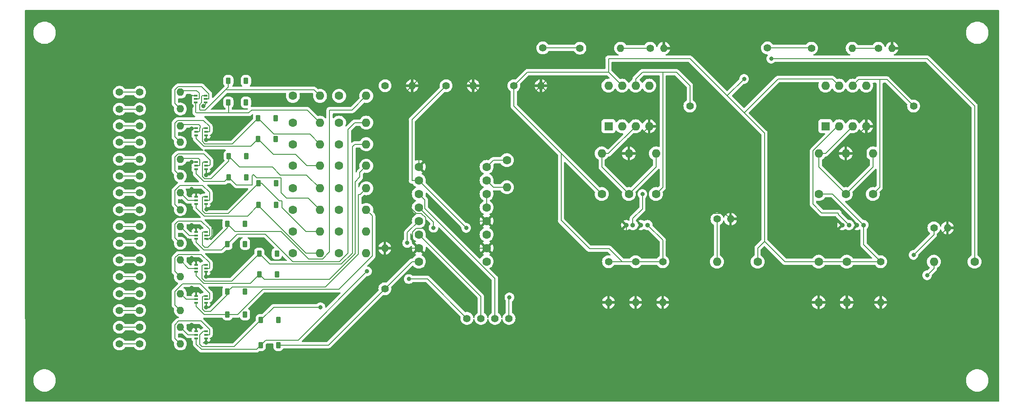
<source format=gbr>
%TF.GenerationSoftware,KiCad,Pcbnew,7.0.6*%
%TF.CreationDate,2023-08-10T10:09:16-04:00*%
%TF.ProjectId,Final_PCB,46696e61-6c5f-4504-9342-2e6b69636164,rev?*%
%TF.SameCoordinates,Original*%
%TF.FileFunction,Copper,L1,Top*%
%TF.FilePolarity,Positive*%
%FSLAX46Y46*%
G04 Gerber Fmt 4.6, Leading zero omitted, Abs format (unit mm)*
G04 Created by KiCad (PCBNEW 7.0.6) date 2023-08-10 10:09:16*
%MOMM*%
%LPD*%
G01*
G04 APERTURE LIST*
G04 Aperture macros list*
%AMRoundRect*
0 Rectangle with rounded corners*
0 $1 Rounding radius*
0 $2 $3 $4 $5 $6 $7 $8 $9 X,Y pos of 4 corners*
0 Add a 4 corners polygon primitive as box body*
4,1,4,$2,$3,$4,$5,$6,$7,$8,$9,$2,$3,0*
0 Add four circle primitives for the rounded corners*
1,1,$1+$1,$2,$3*
1,1,$1+$1,$4,$5*
1,1,$1+$1,$6,$7*
1,1,$1+$1,$8,$9*
0 Add four rect primitives between the rounded corners*
20,1,$1+$1,$2,$3,$4,$5,0*
20,1,$1+$1,$4,$5,$6,$7,0*
20,1,$1+$1,$6,$7,$8,$9,0*
20,1,$1+$1,$8,$9,$2,$3,0*%
G04 Aperture macros list end*
%TA.AperFunction,ComponentPad*%
%ADD10C,1.400000*%
%TD*%
%TA.AperFunction,ComponentPad*%
%ADD11O,1.400000X1.400000*%
%TD*%
%TA.AperFunction,ComponentPad*%
%ADD12C,1.600000*%
%TD*%
%TA.AperFunction,ComponentPad*%
%ADD13O,1.600000X1.600000*%
%TD*%
%TA.AperFunction,ComponentPad*%
%ADD14C,0.900000*%
%TD*%
%TA.AperFunction,SMDPad,CuDef*%
%ADD15RoundRect,0.225000X0.225000X0.375000X-0.225000X0.375000X-0.225000X-0.375000X0.225000X-0.375000X0*%
%TD*%
%TA.AperFunction,ComponentPad*%
%ADD16R,1.600000X1.600000*%
%TD*%
%TA.AperFunction,SMDPad,CuDef*%
%ADD17R,0.660000X0.300000*%
%TD*%
%TA.AperFunction,ViaPad*%
%ADD18C,0.800000*%
%TD*%
%TA.AperFunction,Conductor*%
%ADD19C,0.180000*%
%TD*%
G04 APERTURE END LIST*
D10*
%TO.P,LEDSPT2,1,Pin_1*%
%TO.N,Net-(LEDSPT2-Pin_1)*%
X237744000Y-73939400D03*
D11*
%TO.P,LEDSPT2,2,Pin_2*%
%TO.N,/12V_GND*%
X240284000Y-73939400D03*
%TD*%
D12*
%TO.P,SOLENOID6,1,Pin_1*%
%TO.N,/+12V*%
X128037800Y-104278400D03*
D13*
%TO.P,SOLENOID6,2,Pin_2*%
%TO.N,Net-(D6-A)*%
X133117800Y-104278400D03*
%TD*%
D10*
%TO.P,ARD2_PIN37,1,Pin_1*%
%TO.N,/ARD2_PIN37*%
X95554800Y-104238400D03*
%TD*%
%TO.P,R23,1*%
%TO.N,/ARD2_PIN44*%
X99339400Y-126288400D03*
D11*
%TO.P,R23,2*%
%TO.N,Net-(Q8A-G)*%
X106959400Y-126288400D03*
%TD*%
D14*
%TO.P,IFD97_1,1,Pin_1*%
%TO.N,/12V_GND*%
X190481200Y-107111800D03*
%TO.P,IFD97_1,2,Pin_2*%
%TO.N,/D97_OUT_1*%
X191731200Y-107111800D03*
%TO.P,IFD97_1,3,Pin_3*%
%TO.N,/12V_GND*%
X193231200Y-107111800D03*
%TO.P,IFD97_1,4,Pin_4*%
%TO.N,/5V_ARD1*%
X194481200Y-107111800D03*
%TD*%
D10*
%TO.P,ARD2_PIN33,1,Pin_1*%
%TO.N,/ARD2_PIN33*%
X95554800Y-91592400D03*
%TD*%
D15*
%TO.P,D4,1,K*%
%TO.N,/+12V*%
X124789200Y-91008200D03*
%TO.P,D4,2,A*%
%TO.N,Net-(D4-A)*%
X121489200Y-91008200D03*
%TD*%
D12*
%TO.P,SOLENOID1,1,Pin_1*%
%TO.N,/+12V*%
X128037800Y-82880200D03*
D13*
%TO.P,SOLENOID1,2,Pin_2*%
%TO.N,Net-(D1-A)*%
X133117800Y-82880200D03*
%TD*%
D10*
%TO.P,IFE91D_1,1,Pin_1*%
%TO.N,/E91D_1_SOURCE*%
X207491600Y-106000000D03*
D11*
%TO.P,IFE91D_1,2,Pin_2*%
%TO.N,/12V_GND*%
X210031600Y-106000000D03*
%TD*%
D10*
%TO.P,R24,1*%
%TO.N,/ARD2_PIN45*%
X99339400Y-129438400D03*
D11*
%TO.P,R24,2*%
%TO.N,Net-(Q8B-G)*%
X106959400Y-129438400D03*
%TD*%
D12*
%TO.P,SOLENOID16,1,Pin_1*%
%TO.N,/+12V*%
X136699200Y-112378400D03*
D13*
%TO.P,SOLENOID16,2,Pin_2*%
%TO.N,Net-(D16-A)*%
X141779200Y-112378400D03*
%TD*%
D16*
%TO.P,OP07C_1,1,Pin_1*%
%TO.N,unconnected-(OP07C_1-Pin_1-Pad1)*%
X187171600Y-88585200D03*
D13*
%TO.P,OP07C_1,2,Pin_2*%
%TO.N,/D97_OUT_1*%
X189711600Y-88585200D03*
%TO.P,OP07C_1,3,Pin_3*%
%TO.N,/R1_P3*%
X192251600Y-88585200D03*
%TO.P,OP07C_1,4,Pin_4*%
%TO.N,/12V_GND*%
X194791600Y-88585200D03*
%TO.P,OP07C_1,5,Pin_5*%
%TO.N,unconnected-(OP07C_1-Pin_5-Pad5)*%
X194791600Y-80965200D03*
%TO.P,OP07C_1,6,Pin_6*%
%TO.N,/OUT_ARDUINO_SPT1*%
X192251600Y-80965200D03*
%TO.P,OP07C_1,7,Pin_7*%
%TO.N,/5V_ARD1*%
X189711600Y-80965200D03*
%TO.P,OP07C_1,8,Pin_8*%
%TO.N,unconnected-(OP07C_1-Pin_8-Pad8)*%
X187171600Y-80965200D03*
%TD*%
D12*
%TO.P,SOLENOID5,1,Pin_1*%
%TO.N,/+12V*%
X128037800Y-100228400D03*
D13*
%TO.P,SOLENOID5,2,Pin_2*%
%TO.N,Net-(D5-A)*%
X133117800Y-100228400D03*
%TD*%
D10*
%TO.P,R11,1*%
%TO.N,/ARD2_PIN32*%
X99339400Y-88488400D03*
D11*
%TO.P,R11,2*%
%TO.N,Net-(Q2A-G)*%
X106959400Y-88488400D03*
%TD*%
D10*
%TO.P,ARD1_PIND10,1,Pin_1*%
%TO.N,Net-(ARD1_PIND10-Pin_1)*%
X174853600Y-73888600D03*
%TD*%
%TO.P,ARD2_PIN36,1,Pin_1*%
%TO.N,/ARD2_PIN36*%
X95554800Y-101088400D03*
%TD*%
%TO.P,R15,1*%
%TO.N,/ARD2_PIN36*%
X99339400Y-101088400D03*
D11*
%TO.P,R15,2*%
%TO.N,Net-(Q4A-G)*%
X106959400Y-101088400D03*
%TD*%
D10*
%TO.P,R21,1*%
%TO.N,/ARD2_PIN42*%
X99339400Y-119988400D03*
D11*
%TO.P,R21,2*%
%TO.N,Net-(Q7A-G)*%
X106959400Y-119988400D03*
%TD*%
D15*
%TO.P,D14,1,K*%
%TO.N,/+12V*%
X119074200Y-123901200D03*
%TO.P,D14,2,A*%
%TO.N,Net-(D14-A)*%
X115774200Y-123901200D03*
%TD*%
D10*
%TO.P,R25,1*%
%TO.N,Net-(ARD1_PIND10-Pin_1)*%
X181813200Y-73939400D03*
D11*
%TO.P,R25,2*%
%TO.N,Net-(LEDSPT1-Pin_1)*%
X189433200Y-73939400D03*
%TD*%
D15*
%TO.P,D6,1,K*%
%TO.N,/+12V*%
X119328200Y-98171000D03*
%TO.P,D6,2,A*%
%TO.N,Net-(D6-A)*%
X116028200Y-98171000D03*
%TD*%
%TO.P,D3,1,K*%
%TO.N,/+12V*%
X124789200Y-87096600D03*
%TO.P,D3,2,A*%
%TO.N,Net-(D3-A)*%
X121489200Y-87096600D03*
%TD*%
D12*
%TO.P,R6,1*%
%TO.N,/R5_P3*%
X231621600Y-101295200D03*
D13*
%TO.P,R6,2*%
%TO.N,/12V_GND*%
X231621600Y-93675200D03*
%TD*%
D12*
%TO.P,SOLENOID9,1,Pin_1*%
%TO.N,/+12V*%
X136699200Y-82880200D03*
D13*
%TO.P,SOLENOID9,2,Pin_2*%
%TO.N,Net-(D9-A)*%
X141779200Y-82880200D03*
%TD*%
D10*
%TO.P,R20,1*%
%TO.N,/ARD2_PIN41*%
X99339400Y-116838400D03*
D11*
%TO.P,R20,2*%
%TO.N,Net-(Q6B-G)*%
X106959400Y-116838400D03*
%TD*%
D17*
%TO.P,Q7,1,S*%
%TO.N,/12V_GND*%
X109920000Y-120406400D03*
%TO.P,Q7,2,G*%
%TO.N,Net-(Q7A-G)*%
X109920000Y-121056400D03*
%TO.P,Q7,3,D*%
%TO.N,Net-(D14-A)*%
X109920000Y-121706400D03*
%TO.P,Q7,4,S*%
%TO.N,/12V_GND*%
X111760000Y-121706400D03*
%TO.P,Q7,5,G*%
%TO.N,Net-(Q7B-G)*%
X111760000Y-121056400D03*
%TO.P,Q7,6,D*%
%TO.N,Net-(D13-A)*%
X111760000Y-120406400D03*
%TD*%
%TO.P,Q3,1,S*%
%TO.N,/12V_GND*%
X109920000Y-95336600D03*
%TO.P,Q3,2,G*%
%TO.N,Net-(Q3A-G)*%
X109920000Y-95986600D03*
%TO.P,Q3,3,D*%
%TO.N,Net-(D6-A)*%
X109920000Y-96636600D03*
%TO.P,Q3,4,S*%
%TO.N,/12V_GND*%
X111760000Y-96636600D03*
%TO.P,Q3,5,G*%
%TO.N,Net-(Q3B-G)*%
X111760000Y-95986600D03*
%TO.P,Q3,6,D*%
%TO.N,Net-(D5-A)*%
X111760000Y-95336600D03*
%TD*%
D12*
%TO.P,SOLENOID13,1,Pin_1*%
%TO.N,/+12V*%
X136699200Y-100228400D03*
D13*
%TO.P,SOLENOID13,2,Pin_2*%
%TO.N,Net-(D13-A)*%
X141779200Y-100228400D03*
%TD*%
D10*
%TO.P,MOTOR_GNWT1,1,Pin_1*%
%TO.N,/MOTOR_GNWT*%
X163281000Y-124637800D03*
%TD*%
%TO.P,C2,1*%
%TO.N,/5V_ARD1*%
X192251600Y-113995200D03*
D11*
%TO.P,C2,2*%
%TO.N,/12V_GND*%
X192251600Y-121615200D03*
%TD*%
D12*
%TO.P,MOTOR_DRIVER1,1,Pin_1*%
%TO.N,/12V_GND*%
X151631600Y-96205200D03*
%TO.P,MOTOR_DRIVER1,2,Pin_2*%
%TO.N,/5V_ARD2*%
X151631600Y-98745200D03*
%TO.P,MOTOR_DRIVER1,3,Pin_3*%
%TO.N,/MOTOR_PK*%
X151631600Y-101285200D03*
%TO.P,MOTOR_DRIVER1,4,Pin_4*%
%TO.N,/MOTOR_PKWT*%
X151631600Y-103825200D03*
%TO.P,MOTOR_DRIVER1,5,Pin_5*%
%TO.N,/MOTOR_GN*%
X151631600Y-106365200D03*
%TO.P,MOTOR_DRIVER1,6,Pin_6*%
%TO.N,/MOTOR_GNWT*%
X151631600Y-108905200D03*
%TO.P,MOTOR_DRIVER1,7,Pin_7*%
%TO.N,/12V_GND*%
X151631600Y-111445200D03*
%TO.P,MOTOR_DRIVER1,8,Pin_8*%
%TO.N,/+12V*%
X151631600Y-113985200D03*
%TO.P,MOTOR_DRIVER1,9,Pin_9*%
%TO.N,unconnected-(MOTOR_DRIVER1-Pin_9-Pad9)*%
X164331600Y-113985200D03*
%TO.P,MOTOR_DRIVER1,10,Pin_10*%
%TO.N,/12V_GND*%
X164331600Y-111445200D03*
%TO.P,MOTOR_DRIVER1,11,Pin_11*%
%TO.N,/5V_ARD2*%
X164331600Y-108905200D03*
%TO.P,MOTOR_DRIVER1,12,Pin_12*%
%TO.N,/12V_GND*%
X164331600Y-106365200D03*
%TO.P,MOTOR_DRIVER1,13,Pin_13*%
%TO.N,Net-(MOTOR_DRIVER1-Pin_13)*%
X164331600Y-103825200D03*
%TO.P,MOTOR_DRIVER1,14,Pin_14*%
X164331600Y-101285200D03*
%TO.P,MOTOR_DRIVER1,15,Pin_15*%
%TO.N,/MOTOR_STEP*%
X164331600Y-98745200D03*
%TO.P,MOTOR_DRIVER1,16,Pin_16*%
%TO.N,/MOTOR_DIR*%
X164331600Y-96205200D03*
%TD*%
%TO.P,R8,1*%
%TO.N,/5V_ARD1*%
X255751600Y-113995200D03*
D13*
%TO.P,R8,2*%
%TO.N,/E91D_2_SOURCE*%
X248131600Y-113995200D03*
%TD*%
D10*
%TO.P,R18,1*%
%TO.N,/ARD2_PIN39*%
X99339400Y-110538400D03*
D11*
%TO.P,R18,2*%
%TO.N,Net-(Q5B-G)*%
X106959400Y-110538400D03*
%TD*%
D10*
%TO.P,ARD2_PIN38,1,Pin_1*%
%TO.N,/ARD2_PIN38*%
X95554800Y-107388400D03*
%TD*%
%TO.P,ARD2_PIN34,1,Pin_1*%
%TO.N,/ARD2_PIN34*%
X95554800Y-94788400D03*
%TD*%
%TO.P,R13,1*%
%TO.N,/ARD2_PIN34*%
X99339400Y-94788400D03*
D11*
%TO.P,R13,2*%
%TO.N,Net-(Q3A-G)*%
X106959400Y-94788400D03*
%TD*%
D10*
%TO.P,ARD2_PIN42,1,Pin_1*%
%TO.N,/ARD2_PIN42*%
X95554800Y-119988400D03*
%TD*%
%TO.P,ARD2_PIN43,1,Pin_1*%
%TO.N,/ARD2_PIN43*%
X95554800Y-123138400D03*
%TD*%
%TO.P,ARD2_PIN30,1,Pin_1*%
%TO.N,/ARD2_PIN30*%
X95554800Y-82188400D03*
%TD*%
%TO.P,ARD1OUT2,1,Pin_1*%
%TO.N,/OUT_ARDUINO_SPT2*%
X244321600Y-84785200D03*
%TD*%
%TO.P,R10,1*%
%TO.N,/ARD2_PIN31*%
X99339400Y-85338400D03*
D11*
%TO.P,R10,2*%
%TO.N,Net-(Q1B-G)*%
X106959400Y-85338400D03*
%TD*%
D12*
%TO.P,SOLENOID10,1,Pin_1*%
%TO.N,/+12V*%
X136699200Y-87909400D03*
D13*
%TO.P,SOLENOID10,2,Pin_2*%
%TO.N,Net-(D10-A)*%
X141779200Y-87909400D03*
%TD*%
D15*
%TO.P,D7,1,K*%
%TO.N,/+12V*%
X124890800Y-99314000D03*
%TO.P,D7,2,A*%
%TO.N,Net-(D7-A)*%
X121590800Y-99314000D03*
%TD*%
%TO.P,D12,1,K*%
%TO.N,/+12V*%
X125043200Y-116382800D03*
%TO.P,D12,2,A*%
%TO.N,Net-(D12-A)*%
X121743200Y-116382800D03*
%TD*%
%TO.P,D5,1,K*%
%TO.N,/+12V*%
X119328200Y-94183200D03*
%TO.P,D5,2,A*%
%TO.N,Net-(D5-A)*%
X116028200Y-94183200D03*
%TD*%
D10*
%TO.P,ARD2_SOURCE1,1,Pin_1*%
%TO.N,/5V_ARD2*%
X156741600Y-80975200D03*
D11*
%TO.P,ARD2_SOURCE1,2,Pin_2*%
%TO.N,/12V_GND*%
X161821600Y-80975200D03*
%TD*%
D17*
%TO.P,Q2,1,S*%
%TO.N,/12V_GND*%
X109920000Y-88961200D03*
%TO.P,Q2,2,G*%
%TO.N,Net-(Q2A-G)*%
X109920000Y-89611200D03*
%TO.P,Q2,3,D*%
%TO.N,Net-(D4-A)*%
X109920000Y-90261200D03*
%TO.P,Q2,4,S*%
%TO.N,/12V_GND*%
X111760000Y-90261200D03*
%TO.P,Q2,5,G*%
%TO.N,Net-(Q2B-G)*%
X111760000Y-89611200D03*
%TO.P,Q2,6,D*%
%TO.N,Net-(D3-A)*%
X111760000Y-88961200D03*
%TD*%
D15*
%TO.P,D10,1,K*%
%TO.N,/+12V*%
X119074200Y-110667800D03*
%TO.P,D10,2,A*%
%TO.N,Net-(D10-A)*%
X115774200Y-110667800D03*
%TD*%
D10*
%TO.P,ARD2_PIN45,1,Pin_1*%
%TO.N,/ARD2_PIN45*%
X95554800Y-129438400D03*
%TD*%
%TO.P,R9,1*%
%TO.N,/ARD2_PIN30*%
X99339400Y-82188400D03*
D11*
%TO.P,R9,2*%
%TO.N,Net-(Q1A-G)*%
X106959400Y-82188400D03*
%TD*%
D10*
%TO.P,ARD2_PIN41,1,Pin_1*%
%TO.N,/ARD2_PIN41*%
X95554800Y-116838400D03*
%TD*%
D12*
%TO.P,R3,1*%
%TO.N,/OUT_ARDUINO_SPT1*%
X196061600Y-101295200D03*
D13*
%TO.P,R3,2*%
%TO.N,/R1_P3*%
X196061600Y-93675200D03*
%TD*%
D12*
%TO.P,SOLENOID11,1,Pin_1*%
%TO.N,/+12V*%
X136699200Y-91959400D03*
D13*
%TO.P,SOLENOID11,2,Pin_2*%
%TO.N,Net-(D11-A)*%
X141779200Y-91959400D03*
%TD*%
D15*
%TO.P,D2,1,K*%
%TO.N,/+12V*%
X119252000Y-84124800D03*
%TO.P,D2,2,A*%
%TO.N,Net-(D2-A)*%
X115952000Y-84124800D03*
%TD*%
%TO.P,D8,1,K*%
%TO.N,/+12V*%
X124890800Y-103378000D03*
%TO.P,D8,2,A*%
%TO.N,Net-(D8-A)*%
X121590800Y-103378000D03*
%TD*%
D12*
%TO.P,R4,1*%
%TO.N,/5V_ARD1*%
X215111600Y-113995200D03*
D13*
%TO.P,R4,2*%
%TO.N,/E91D_1_SOURCE*%
X207491600Y-113995200D03*
%TD*%
D12*
%TO.P,R1,1*%
%TO.N,/5V_ARD1*%
X185901600Y-101295200D03*
D13*
%TO.P,R1,2*%
%TO.N,/R1_P3*%
X185901600Y-93675200D03*
%TD*%
D10*
%TO.P,R17,1*%
%TO.N,/ARD2_PIN38*%
X99339400Y-107388400D03*
D11*
%TO.P,R17,2*%
%TO.N,Net-(Q5A-G)*%
X106959400Y-107388400D03*
%TD*%
D10*
%TO.P,C4,1*%
%TO.N,/5V_ARD1*%
X238156600Y-113995200D03*
D11*
%TO.P,C4,2*%
%TO.N,/12V_GND*%
X238156600Y-121615200D03*
%TD*%
D15*
%TO.P,D15,1,K*%
%TO.N,/+12V*%
X125322600Y-124942600D03*
%TO.P,D15,2,A*%
%TO.N,Net-(D15-A)*%
X122022600Y-124942600D03*
%TD*%
D17*
%TO.P,Q5,1,S*%
%TO.N,/12V_GND*%
X109920000Y-108417600D03*
%TO.P,Q5,2,G*%
%TO.N,Net-(Q5A-G)*%
X109920000Y-109067600D03*
%TO.P,Q5,3,D*%
%TO.N,Net-(D10-A)*%
X109920000Y-109717600D03*
%TO.P,Q5,4,S*%
%TO.N,/12V_GND*%
X111760000Y-109717600D03*
%TO.P,Q5,5,G*%
%TO.N,Net-(Q5B-G)*%
X111760000Y-109067600D03*
%TO.P,Q5,6,D*%
%TO.N,Net-(D9-A)*%
X111760000Y-108417600D03*
%TD*%
D10*
%TO.P,MOTOR_PK1,1,Pin_1*%
%TO.N,/MOTOR_PK*%
X165905000Y-124637800D03*
%TD*%
D12*
%TO.P,C6,1*%
%TO.N,/5V_ARD1*%
X226541600Y-113995200D03*
D13*
%TO.P,C6,2*%
%TO.N,/12V_GND*%
X226541600Y-121615200D03*
%TD*%
D10*
%TO.P,LEDSPT1,1,Pin_1*%
%TO.N,Net-(LEDSPT1-Pin_1)*%
X194970400Y-73939400D03*
D11*
%TO.P,LEDSPT1,2,Pin_2*%
%TO.N,/12V_GND*%
X197510400Y-73939400D03*
%TD*%
D10*
%TO.P,ARD2_PIN32,1,Pin_1*%
%TO.N,/ARD2_PIN32*%
X95554800Y-88488400D03*
%TD*%
D15*
%TO.P,D13,1,K*%
%TO.N,/+12V*%
X119074200Y-119634000D03*
%TO.P,D13,2,A*%
%TO.N,Net-(D13-A)*%
X115774200Y-119634000D03*
%TD*%
D12*
%TO.P,R5,1*%
%TO.N,/5V_ARD1*%
X226591600Y-101295200D03*
D13*
%TO.P,R5,2*%
%TO.N,/R5_P3*%
X226591600Y-93675200D03*
%TD*%
D16*
%TO.P,OP07C_2,1,Pin_1*%
%TO.N,unconnected-(OP07C_2-Pin_1-Pad1)*%
X227821600Y-88585200D03*
D13*
%TO.P,OP07C_2,2,Pin_2*%
%TO.N,/D97_OUT_2*%
X230361600Y-88585200D03*
%TO.P,OP07C_2,3,Pin_3*%
%TO.N,/R5_P3*%
X232901600Y-88585200D03*
%TO.P,OP07C_2,4,Pin_4*%
%TO.N,/12V_GND*%
X235441600Y-88585200D03*
%TO.P,OP07C_2,5,Pin_5*%
%TO.N,unconnected-(OP07C_2-Pin_5-Pad5)*%
X235441600Y-80965200D03*
%TO.P,OP07C_2,6,Pin_6*%
%TO.N,/OUT_ARDUINO_SPT2*%
X232901600Y-80965200D03*
%TO.P,OP07C_2,7,Pin_7*%
%TO.N,/5V_ARD1*%
X230361600Y-80965200D03*
%TO.P,OP07C_2,8,Pin_8*%
%TO.N,unconnected-(OP07C_2-Pin_8-Pad8)*%
X227821600Y-80965200D03*
%TD*%
D12*
%TO.P,SOLENOID15,1,Pin_1*%
%TO.N,/+12V*%
X136699200Y-108328400D03*
D13*
%TO.P,SOLENOID15,2,Pin_2*%
%TO.N,Net-(D15-A)*%
X141779200Y-108328400D03*
%TD*%
D10*
%TO.P,R12,1*%
%TO.N,/ARD2_PIN33*%
X99339400Y-91592400D03*
D11*
%TO.P,R12,2*%
%TO.N,Net-(Q2B-G)*%
X106959400Y-91592400D03*
%TD*%
D10*
%TO.P,ARD2_PIN44,1,Pin_1*%
%TO.N,/ARD2_PIN44*%
X95554800Y-126288400D03*
%TD*%
%TO.P,MOTO_PKWT1,1,Pin_1*%
%TO.N,/MOTOR_PKWT*%
X168529000Y-124637800D03*
%TD*%
D12*
%TO.P,SOLENOID3,1,Pin_1*%
%TO.N,/+12V*%
X128037800Y-91959400D03*
D13*
%TO.P,SOLENOID3,2,Pin_2*%
%TO.N,Net-(D3-A)*%
X133117800Y-91959400D03*
%TD*%
D10*
%TO.P,R16,1*%
%TO.N,/ARD2_PIN37*%
X99339400Y-104238400D03*
D11*
%TO.P,R16,2*%
%TO.N,Net-(Q4B-G)*%
X106959400Y-104238400D03*
%TD*%
D12*
%TO.P,SOLENOID12,1,Pin_1*%
%TO.N,/+12V*%
X136699200Y-96009400D03*
D13*
%TO.P,SOLENOID12,2,Pin_2*%
%TO.N,Net-(D12-A)*%
X141779200Y-96009400D03*
%TD*%
D12*
%TO.P,SOLENOID7,1,Pin_1*%
%TO.N,/+12V*%
X128037800Y-108328400D03*
D13*
%TO.P,SOLENOID7,2,Pin_2*%
%TO.N,Net-(D7-A)*%
X133117800Y-108328400D03*
%TD*%
D10*
%TO.P,R19,1*%
%TO.N,/ARD2_PIN40*%
X99339400Y-113688400D03*
D11*
%TO.P,R19,2*%
%TO.N,Net-(Q6A-G)*%
X106959400Y-113688400D03*
%TD*%
D17*
%TO.P,Q4,1,S*%
%TO.N,/12V_GND*%
X109920000Y-101839000D03*
%TO.P,Q4,2,G*%
%TO.N,Net-(Q4A-G)*%
X109920000Y-102489000D03*
%TO.P,Q4,3,D*%
%TO.N,Net-(D8-A)*%
X109920000Y-103139000D03*
%TO.P,Q4,4,S*%
%TO.N,/12V_GND*%
X111760000Y-103139000D03*
%TO.P,Q4,5,G*%
%TO.N,Net-(Q4B-G)*%
X111760000Y-102489000D03*
%TO.P,Q4,6,D*%
%TO.N,Net-(D7-A)*%
X111760000Y-101839000D03*
%TD*%
D12*
%TO.P,C5,1*%
%TO.N,/5V_ARD1*%
X231806600Y-113995200D03*
D13*
%TO.P,C5,2*%
%TO.N,/12V_GND*%
X231806600Y-121615200D03*
%TD*%
D10*
%TO.P,ARD2_PIN35,1,Pin_1*%
%TO.N,/ARD2_PIN35*%
X95554800Y-97938400D03*
%TD*%
D14*
%TO.P,IFD97_2,1,Pin_1*%
%TO.N,/12V_GND*%
X230968800Y-107111800D03*
%TO.P,IFD97_2,2,Pin_2*%
%TO.N,/D97_OUT_2*%
X232218800Y-107111800D03*
%TO.P,IFD97_2,3,Pin_3*%
%TO.N,/12V_GND*%
X233718800Y-107111800D03*
%TO.P,IFD97_2,4,Pin_4*%
%TO.N,/5V_ARD1*%
X234968800Y-107111800D03*
%TD*%
D10*
%TO.P,R22,1*%
%TO.N,/ARD2_PIN43*%
X99339400Y-123138400D03*
D11*
%TO.P,R22,2*%
%TO.N,Net-(Q7B-G)*%
X106959400Y-123138400D03*
%TD*%
D10*
%TO.P,IFE91D_2,1,Pin_1*%
%TO.N,/E91D_2_SOURCE*%
X248131600Y-107645200D03*
D11*
%TO.P,IFE91D_2,2,Pin_2*%
%TO.N,/12V_GND*%
X250671600Y-107645200D03*
%TD*%
D10*
%TO.P,ARD2_PIN31,1,Pin_1*%
%TO.N,/ARD2_PIN31*%
X95554800Y-85369400D03*
%TD*%
D15*
%TO.P,D9,1,K*%
%TO.N,/+12V*%
X119074200Y-106908600D03*
%TO.P,D9,2,A*%
%TO.N,Net-(D9-A)*%
X115774200Y-106908600D03*
%TD*%
D10*
%TO.P,12V_SOURCE1,1,Pin_1*%
%TO.N,/+12V*%
X145311600Y-80975200D03*
D11*
%TO.P,12V_SOURCE1,2,Pin_2*%
%TO.N,/12V_GND*%
X150391600Y-80975200D03*
%TD*%
D12*
%TO.P,R2,1*%
%TO.N,/R1_P3*%
X190981600Y-101295200D03*
D13*
%TO.P,R2,2*%
%TO.N,/12V_GND*%
X190981600Y-93675200D03*
%TD*%
D12*
%TO.P,SOLENOID4,1,Pin_1*%
%TO.N,/+12V*%
X128037800Y-96009400D03*
D13*
%TO.P,SOLENOID4,2,Pin_2*%
%TO.N,Net-(D4-A)*%
X133117800Y-96009400D03*
%TD*%
D10*
%TO.P,ARD1OUT1,1,Pin_1*%
%TO.N,/OUT_ARDUINO_SPT1*%
X202411600Y-84785200D03*
%TD*%
%TO.P,R26,1*%
%TO.N,Net-(ARD1_PIND11-Pin_1)*%
X225196400Y-73939400D03*
D11*
%TO.P,R26,2*%
%TO.N,Net-(LEDSPT2-Pin_1)*%
X232816400Y-73939400D03*
%TD*%
D17*
%TO.P,Q1,1,S*%
%TO.N,/12V_GND*%
X109824000Y-82814400D03*
%TO.P,Q1,2,G*%
%TO.N,Net-(Q1A-G)*%
X109824000Y-83464400D03*
%TO.P,Q1,3,D*%
%TO.N,Net-(D2-A)*%
X109824000Y-84114400D03*
%TO.P,Q1,4,S*%
%TO.N,/12V_GND*%
X111664000Y-84114400D03*
%TO.P,Q1,5,G*%
%TO.N,Net-(Q1B-G)*%
X111664000Y-83464400D03*
%TO.P,Q1,6,D*%
%TO.N,Net-(D1-A)*%
X111664000Y-82814400D03*
%TD*%
%TO.P,Q6,1,S*%
%TO.N,/12V_GND*%
X109920000Y-114589800D03*
%TO.P,Q6,2,G*%
%TO.N,Net-(Q6A-G)*%
X109920000Y-115239800D03*
%TO.P,Q6,3,D*%
%TO.N,Net-(D12-A)*%
X109920000Y-115889800D03*
%TO.P,Q6,4,S*%
%TO.N,/12V_GND*%
X111760000Y-115889800D03*
%TO.P,Q6,5,G*%
%TO.N,Net-(Q6B-G)*%
X111760000Y-115239800D03*
%TO.P,Q6,6,D*%
%TO.N,Net-(D11-A)*%
X111760000Y-114589800D03*
%TD*%
D15*
%TO.P,D16,1,K*%
%TO.N,/+12V*%
X125322600Y-129641600D03*
%TO.P,D16,2,A*%
%TO.N,Net-(D16-A)*%
X122022600Y-129641600D03*
%TD*%
D12*
%TO.P,R7,1*%
%TO.N,/OUT_ARDUINO_SPT2*%
X236701600Y-101295200D03*
D13*
%TO.P,R7,2*%
%TO.N,/R5_P3*%
X236701600Y-93675200D03*
%TD*%
D15*
%TO.P,D11,1,K*%
%TO.N,/+12V*%
X125043200Y-112471200D03*
%TO.P,D11,2,A*%
%TO.N,Net-(D11-A)*%
X121743200Y-112471200D03*
%TD*%
D10*
%TO.P,R14,1*%
%TO.N,/ARD2_PIN35*%
X99339400Y-97938400D03*
D11*
%TO.P,R14,2*%
%TO.N,Net-(Q3B-G)*%
X106959400Y-97938400D03*
%TD*%
D10*
%TO.P,C3,1*%
%TO.N,/5V_ARD1*%
X187171600Y-113995200D03*
D11*
%TO.P,C3,2*%
%TO.N,/12V_GND*%
X187171600Y-121615200D03*
%TD*%
D12*
%TO.P,SOLENOID8,1,Pin_1*%
%TO.N,/+12V*%
X128037800Y-112378400D03*
D13*
%TO.P,SOLENOID8,2,Pin_2*%
%TO.N,Net-(D8-A)*%
X133117800Y-112378400D03*
%TD*%
D12*
%TO.P,MOTOR_CONTROL_PINS1,1,Pin_1*%
%TO.N,/MOTOR_DIR*%
X168121600Y-94945200D03*
D13*
%TO.P,MOTOR_CONTROL_PINS1,2,Pin_2*%
%TO.N,/MOTOR_STEP*%
X168121600Y-100025200D03*
%TD*%
D10*
%TO.P,ARD2_PIN39,1,Pin_1*%
%TO.N,/ARD2_PIN39*%
X95554800Y-110538400D03*
%TD*%
D12*
%TO.P,SOLENOID2,1,Pin_1*%
%TO.N,/+12V*%
X128037800Y-87909400D03*
D13*
%TO.P,SOLENOID2,2,Pin_2*%
%TO.N,Net-(D2-A)*%
X133117800Y-87909400D03*
%TD*%
D10*
%TO.P,C7,1*%
%TO.N,/+12V*%
X145261600Y-119075200D03*
D11*
%TO.P,C7,2*%
%TO.N,/12V_GND*%
X145261600Y-111455200D03*
%TD*%
D10*
%TO.P,ARD1_PIND11,1,Pin_1*%
%TO.N,Net-(ARD1_PIND11-Pin_1)*%
X216966800Y-73888600D03*
%TD*%
D17*
%TO.P,Q8,1,S*%
%TO.N,/12V_GND*%
X109920000Y-127086600D03*
%TO.P,Q8,2,G*%
%TO.N,Net-(Q8A-G)*%
X109920000Y-127736600D03*
%TO.P,Q8,3,D*%
%TO.N,Net-(D16-A)*%
X109920000Y-128386600D03*
%TO.P,Q8,4,S*%
%TO.N,/12V_GND*%
X111760000Y-128386600D03*
%TO.P,Q8,5,G*%
%TO.N,Net-(Q8B-G)*%
X111760000Y-127736600D03*
%TO.P,Q8,6,D*%
%TO.N,Net-(D15-A)*%
X111760000Y-127086600D03*
%TD*%
D15*
%TO.P,D1,1,K*%
%TO.N,/+12V*%
X119252000Y-80086200D03*
%TO.P,D1,2,A*%
%TO.N,Net-(D1-A)*%
X115952000Y-80086200D03*
%TD*%
D10*
%TO.P,ARD1_SOURCE1,1,Pin_1*%
%TO.N,/5V_ARD1*%
X169441600Y-80975200D03*
D11*
%TO.P,ARD1_SOURCE1,2,Pin_2*%
%TO.N,/12V_GND*%
X174521600Y-80975200D03*
%TD*%
D10*
%TO.P,MOTOR_GN1,1,Pin_1*%
%TO.N,/MOTOR_GN*%
X160657000Y-124637800D03*
%TD*%
%TO.P,ARD2_PIN40,1,Pin_1*%
%TO.N,/ARD2_PIN40*%
X95554800Y-113688400D03*
%TD*%
%TO.P,C1,1*%
%TO.N,/5V_ARD1*%
X197331600Y-113995200D03*
D11*
%TO.P,C1,2*%
%TO.N,/12V_GND*%
X197331600Y-121615200D03*
%TD*%
D12*
%TO.P,SOLENOID14,1,Pin_1*%
%TO.N,/+12V*%
X136699200Y-104278400D03*
D13*
%TO.P,SOLENOID14,2,Pin_2*%
%TO.N,Net-(D14-A)*%
X141779200Y-104278400D03*
%TD*%
D18*
%TO.N,/+12V*%
X125322600Y-124942600D03*
X125043200Y-112471200D03*
X119328200Y-98171000D03*
X119252000Y-84124800D03*
X119328200Y-94183200D03*
X119074200Y-119634000D03*
X125043200Y-116382800D03*
X124789200Y-91008200D03*
X124890800Y-103378000D03*
X124789200Y-87096600D03*
X119074200Y-106908600D03*
X119074200Y-110667800D03*
X119074200Y-123901200D03*
X119252000Y-80086200D03*
X124890800Y-99314000D03*
X125322600Y-129641600D03*
%TO.N,/12V_GND*%
X111785400Y-91135200D03*
X109093000Y-125857000D03*
X112699800Y-106959400D03*
X173201600Y-83515200D03*
X153517600Y-76962000D03*
X222731600Y-106426000D03*
X111734600Y-116814600D03*
X247015000Y-77698600D03*
X187171600Y-91135200D03*
X109093000Y-113334800D03*
X190981600Y-91135200D03*
X250469400Y-75971400D03*
X111836200Y-104165400D03*
X220191600Y-102565200D03*
X173201600Y-91135200D03*
X208686400Y-79603600D03*
X111760000Y-129159000D03*
X184480200Y-79705200D03*
X109093000Y-107162600D03*
X215111600Y-102565200D03*
X179551600Y-97485200D03*
X111277400Y-84836000D03*
X109093000Y-95326200D03*
X109093000Y-118948200D03*
X109093000Y-89027000D03*
X233984800Y-96901000D03*
X179551600Y-92405200D03*
X109093000Y-100406200D03*
X111785400Y-122580400D03*
X111785400Y-97739200D03*
X109093000Y-84810600D03*
%TO.N,/5V_ARD1*%
X217651600Y-75895200D03*
X212571600Y-79705200D03*
%TO.N,/5V_ARD2*%
X160501600Y-107645200D03*
%TO.N,/D97_OUT_1*%
X193521600Y-101295200D03*
%TO.N,/E91D_2_SOURCE*%
X244321600Y-112725200D03*
X246861600Y-116535200D03*
%TO.N,Net-(D15-A)*%
X133197600Y-122529600D03*
%TO.N,Net-(D16-A)*%
X141935200Y-115798600D03*
%TO.N,/MOTOR_PKWT*%
X168605200Y-120675400D03*
X154381200Y-107619800D03*
%TO.N,/MOTOR_GN*%
X149453600Y-110490000D03*
X149758400Y-117246400D03*
%TD*%
D19*
%TO.N,/+12V*%
X151631600Y-113985200D02*
X150351600Y-113985200D01*
X134695200Y-129641600D02*
X125322600Y-129641600D01*
X145261600Y-119075200D02*
X134695200Y-129641600D01*
X150351600Y-113985200D02*
X145261600Y-119075200D01*
%TO.N,/12V_GND*%
X184681600Y-91135200D02*
X174521600Y-80975200D01*
X173201600Y-82295200D02*
X174521600Y-80975200D01*
X111760000Y-116789200D02*
X111734600Y-116814600D01*
X145261600Y-104547400D02*
X148012205Y-101796795D01*
X228777800Y-109284000D02*
X228796600Y-109284000D01*
X173201600Y-92355200D02*
X173201600Y-93116400D01*
X111760000Y-97713800D02*
X111785400Y-97739200D01*
X111760000Y-115889800D02*
X111760000Y-116789200D01*
X145261600Y-99046191D02*
X145261600Y-86105200D01*
X152384809Y-107780200D02*
X152882600Y-107282409D01*
X109920000Y-120406400D02*
X109920000Y-119775200D01*
X111760000Y-109717600D02*
X112340000Y-109717600D01*
X231621600Y-92405200D02*
X235441600Y-88585200D01*
X111760000Y-91109800D02*
X111785400Y-91135200D01*
X228796600Y-109284000D02*
X230968800Y-107111800D01*
X109093000Y-82965400D02*
X109093000Y-84810600D01*
X175791600Y-79705200D02*
X174521600Y-80975200D01*
X109920000Y-88961200D02*
X109158800Y-88961200D01*
X152882600Y-107282409D02*
X152882600Y-105735209D01*
X161781600Y-106355200D02*
X161781600Y-106365200D01*
X173201600Y-83515200D02*
X173201600Y-82295200D01*
X109920000Y-114589800D02*
X109920000Y-114161800D01*
X208500000Y-105000000D02*
X209031600Y-105000000D01*
X187171600Y-121615200D02*
X186181651Y-121615200D01*
X192241600Y-91135200D02*
X190981600Y-91135200D01*
X109920000Y-108417600D02*
X109920000Y-107989600D01*
X250671600Y-107645200D02*
X253211600Y-107645200D01*
X246278400Y-78435200D02*
X247015000Y-77698600D01*
X111760000Y-121706400D02*
X111760000Y-122555000D01*
X157808400Y-76962000D02*
X161821600Y-80975200D01*
X235441600Y-88585200D02*
X235441600Y-95444200D01*
X192246600Y-91130200D02*
X194791600Y-88585200D01*
X231621600Y-93675200D02*
X231621600Y-92405200D01*
X185086600Y-109370200D02*
X179551600Y-103835200D01*
X161781600Y-111445200D02*
X161771600Y-111455200D01*
X112865000Y-107124600D02*
X112699800Y-106959400D01*
X208475000Y-104975000D02*
X208500000Y-105000000D01*
X203681600Y-108005200D02*
X203681600Y-121615200D01*
X180821600Y-79705200D02*
X184480200Y-79705200D01*
X222731600Y-107645200D02*
X222731600Y-106426000D01*
X109920000Y-119775200D02*
X109093000Y-118948200D01*
X224370400Y-109284000D02*
X222731600Y-107645200D01*
X240284000Y-73939400D02*
X248437400Y-73939400D01*
X109920000Y-114161800D02*
X109093000Y-113334800D01*
X197510400Y-73939400D02*
X207108000Y-73939400D01*
X235441600Y-95444200D02*
X233984800Y-96901000D01*
X180821600Y-79705200D02*
X175791600Y-79705200D01*
X210031600Y-106000000D02*
X211676800Y-106000000D01*
X150506600Y-108439209D02*
X151165609Y-107780200D01*
X215111600Y-102565200D02*
X212588400Y-105088400D01*
X224370400Y-109284000D02*
X228777800Y-109284000D01*
X190727600Y-109370200D02*
X190972800Y-109370200D01*
X248437400Y-73939400D02*
X250469400Y-75971400D01*
X151631600Y-96205200D02*
X151631600Y-93655200D01*
X253211600Y-107645200D02*
X253211600Y-86055200D01*
X203681600Y-121615200D02*
X197331600Y-121615200D01*
X190972800Y-109370200D02*
X193231200Y-107111800D01*
X233718800Y-107111800D02*
X231546600Y-109284000D01*
X161781600Y-106365200D02*
X164331600Y-106365200D01*
X111760000Y-122555000D02*
X111785400Y-122580400D01*
X112340000Y-109717600D02*
X112865000Y-109192600D01*
X190981600Y-93675200D02*
X190981600Y-92395200D01*
X109920000Y-101839000D02*
X109920000Y-101233200D01*
X145261600Y-111455200D02*
X145261600Y-104547400D01*
X190981600Y-92395200D02*
X192246600Y-91130200D01*
X253211600Y-86055200D02*
X245591600Y-78435200D01*
X111760000Y-104089200D02*
X111836200Y-104165400D01*
X151631600Y-93655200D02*
X161821600Y-83465200D01*
X192246600Y-91130200D02*
X192241600Y-91135200D01*
X190481200Y-107111800D02*
X190481200Y-109123800D01*
X111824100Y-109817102D02*
X112226894Y-109817102D01*
X109920000Y-107989600D02*
X109093000Y-107162600D01*
X238156600Y-121615200D02*
X231806600Y-121615200D01*
X186181651Y-121615200D02*
X173201600Y-108635149D01*
X197331600Y-121615200D02*
X193521600Y-121615200D01*
X145261600Y-86105200D02*
X150391600Y-80975200D01*
X109244000Y-82814400D02*
X109093000Y-82965400D01*
X109920000Y-127086600D02*
X109920000Y-126684000D01*
X174521600Y-80975200D02*
X174521600Y-87375200D01*
X222731600Y-105105200D02*
X220191600Y-102565200D01*
X231546600Y-109284000D02*
X228777800Y-109284000D01*
X207108000Y-78025200D02*
X208686400Y-79603600D01*
X111760000Y-90261200D02*
X111760000Y-91109800D01*
X111664000Y-84449400D02*
X111277400Y-84836000D01*
X111760000Y-128386600D02*
X111760000Y-129159000D01*
X226541600Y-121615200D02*
X231806600Y-121615200D01*
X245591600Y-78435200D02*
X246278400Y-78435200D01*
X210133200Y-79603600D02*
X208686400Y-79603600D01*
X211301600Y-78435200D02*
X210133200Y-79603600D01*
X152097591Y-104950200D02*
X151165609Y-104950200D01*
X238156600Y-121615200D02*
X238156600Y-120160200D01*
X203681600Y-108005200D02*
X206711800Y-104975000D01*
X151165609Y-104950200D02*
X148012205Y-101796795D01*
X161821600Y-83465200D02*
X161821600Y-80975200D01*
X173201600Y-108635149D02*
X173201600Y-93116400D01*
X179551600Y-103835200D02*
X179551600Y-97485200D01*
X111760000Y-103139000D02*
X111760000Y-104089200D01*
X109920000Y-126684000D02*
X109093000Y-125857000D01*
X193521600Y-121615200D02*
X192251600Y-121615200D01*
X190727600Y-109370200D02*
X185086600Y-109370200D01*
X109103400Y-95336600D02*
X109093000Y-95326200D01*
X148012205Y-101796795D02*
X145261600Y-99046191D01*
X238156600Y-120160200D02*
X250671600Y-107645200D01*
X111664000Y-84114400D02*
X111664000Y-84449400D01*
X211676800Y-106000000D02*
X212588400Y-105088400D01*
X187171600Y-121615200D02*
X193521600Y-121615200D01*
X207108000Y-73939400D02*
X207108000Y-78025200D01*
X151165609Y-107780200D02*
X152384809Y-107780200D01*
X153517600Y-77849200D02*
X153517600Y-76962000D01*
X164331600Y-111445200D02*
X161781600Y-111445200D01*
X152882600Y-105735209D02*
X152097591Y-104950200D01*
X173201600Y-93116400D02*
X173201600Y-91135200D01*
X145261600Y-111455200D02*
X151621600Y-111455200D01*
X109920000Y-95336600D02*
X109103400Y-95336600D01*
X109158800Y-88961200D02*
X109093000Y-89027000D01*
X151621600Y-111455200D02*
X151631600Y-111445200D01*
X161771600Y-111455200D02*
X161771600Y-106375200D01*
X150391600Y-80975200D02*
X153517600Y-77849200D01*
X109920000Y-101233200D02*
X109093000Y-100406200D01*
X151631600Y-96205200D02*
X161781600Y-106355200D01*
X245591600Y-78435200D02*
X211301600Y-78435200D01*
X174521600Y-87375200D02*
X179551600Y-92405200D01*
X206711800Y-104975000D02*
X208475000Y-104975000D01*
X151631600Y-111445200D02*
X150506600Y-110320200D01*
X153517600Y-76962000D02*
X157808400Y-76962000D01*
X111760000Y-96636600D02*
X111760000Y-97713800D01*
X161771600Y-106375200D02*
X161781600Y-106365200D01*
X190481200Y-109123800D02*
X190727600Y-109370200D01*
X112865000Y-109192600D02*
X112865000Y-107124600D01*
X161821600Y-80975200D02*
X173201600Y-92355200D01*
X187171600Y-91135200D02*
X184681600Y-91135200D01*
X150506600Y-110320200D02*
X150506600Y-108439209D01*
X222731600Y-106426000D02*
X222731600Y-105105200D01*
X109824000Y-82814400D02*
X109244000Y-82814400D01*
X209031600Y-105000000D02*
X210031600Y-106000000D01*
%TO.N,/5V_ARD1*%
X197331600Y-109962200D02*
X194481200Y-107111800D01*
X238156600Y-113995200D02*
X231806600Y-113995200D01*
X169441600Y-80975200D02*
X169441600Y-84835200D01*
X197331600Y-113995200D02*
X197331600Y-109962200D01*
X234968800Y-110807400D02*
X238156600Y-113995200D01*
X192251600Y-113995200D02*
X189711600Y-113995200D01*
X216381600Y-110185200D02*
X216381600Y-89865200D01*
X183615600Y-111582200D02*
X178281600Y-106248200D01*
X187181600Y-78435200D02*
X189711600Y-80965200D01*
X226591600Y-101295200D02*
X229152200Y-101295200D01*
X255751600Y-113995200D02*
X255751600Y-84785200D01*
X246861600Y-75895200D02*
X255751600Y-84785200D01*
X169441600Y-80975200D02*
X171981600Y-78435200D01*
X169441600Y-84835200D02*
X178281600Y-93675200D01*
X178281600Y-93675200D02*
X185901600Y-101295200D01*
X209396600Y-82880200D02*
X202411600Y-75895200D01*
X189711600Y-113995200D02*
X187171600Y-113995200D01*
X178281600Y-93675200D02*
X178281600Y-106248200D01*
X212571600Y-79705200D02*
X209396600Y-82880200D01*
X197331600Y-113995200D02*
X192251600Y-113995200D01*
X187171600Y-78425200D02*
X187181600Y-78435200D01*
X187298600Y-111582200D02*
X183615600Y-111582200D01*
X202411600Y-75895200D02*
X187171600Y-75895200D01*
X230361600Y-80965200D02*
X229101600Y-79705200D01*
X229081600Y-113995200D02*
X231806600Y-113995200D01*
X216381600Y-89865200D02*
X212571600Y-86055200D01*
X189711600Y-113995200D02*
X187298600Y-111582200D01*
X215111600Y-113995200D02*
X215111600Y-111455200D01*
X226541600Y-113995200D02*
X229081600Y-113995200D01*
X171981600Y-78435200D02*
X187181600Y-78435200D01*
X220191600Y-113995200D02*
X216381600Y-110185200D01*
X229152200Y-101295200D02*
X234968800Y-107111800D01*
X229081600Y-113995200D02*
X220191600Y-113995200D01*
X187171600Y-75895200D02*
X187171600Y-78425200D01*
X212571600Y-86055200D02*
X209396600Y-82880200D01*
X218921600Y-79705200D02*
X212571600Y-86055200D01*
X229101600Y-79705200D02*
X218921600Y-79705200D01*
X246861600Y-75895200D02*
X217651600Y-75895200D01*
X215111600Y-111455200D02*
X216381600Y-110185200D01*
X234968800Y-107111800D02*
X234968800Y-110807400D01*
%TO.N,/5V_ARD2*%
X150351600Y-98745200D02*
X150341600Y-98755200D01*
X150341600Y-87375200D02*
X156741600Y-80975200D01*
X151631600Y-98745200D02*
X150351600Y-98745200D01*
X151631600Y-98745200D02*
X160501600Y-107615200D01*
X160501600Y-107615200D02*
X160501600Y-107645200D01*
X150341600Y-98755200D02*
X150341600Y-87375200D01*
%TO.N,/D97_OUT_1*%
X193521600Y-104089200D02*
X193521600Y-101295200D01*
X191731200Y-105879600D02*
X193521600Y-104089200D01*
X191731200Y-107111800D02*
X191731200Y-105879600D01*
%TO.N,/D97_OUT_2*%
X230090609Y-88585200D02*
X225466600Y-93209209D01*
X232218800Y-107111800D02*
X230224600Y-105117600D01*
X230224600Y-105117600D02*
X230224600Y-104851200D01*
X227117600Y-104851200D02*
X225466600Y-103200200D01*
X230224600Y-104851200D02*
X227117600Y-104851200D01*
X230361600Y-88585200D02*
X230090609Y-88585200D01*
X225466600Y-93209209D02*
X225466600Y-103200200D01*
%TO.N,/OUT_ARDUINO_SPT1*%
X196061600Y-101295200D02*
X197331600Y-100025200D01*
X202411600Y-80975200D02*
X202411600Y-84785200D01*
X197331600Y-100025200D02*
X197331600Y-78435200D01*
X192251600Y-79705200D02*
X192251600Y-80965200D01*
X197331600Y-78435200D02*
X199871600Y-78435200D01*
X199871600Y-78435200D02*
X202411600Y-80975200D01*
X193521600Y-78435200D02*
X197331600Y-78435200D01*
X192251600Y-79705200D02*
X193521600Y-78435200D01*
%TO.N,/OUT_ARDUINO_SPT2*%
X239376600Y-79840200D02*
X244321600Y-84785200D01*
X237971600Y-100025200D02*
X237971600Y-79840200D01*
X234026600Y-79840200D02*
X237971600Y-79840200D01*
X232901600Y-80965200D02*
X234026600Y-79840200D01*
X237971600Y-79840200D02*
X239376600Y-79840200D01*
X236701600Y-101295200D02*
X237971600Y-100025200D01*
%TO.N,Net-(MOTOR_DRIVER1-Pin_13)*%
X164331600Y-101285200D02*
X164331600Y-103825200D01*
%TO.N,/MOTOR_STEP*%
X164331600Y-98745200D02*
X165581600Y-99995200D01*
X165581600Y-100025200D02*
X168121600Y-100025200D01*
X165581600Y-99995200D02*
X165581600Y-100025200D01*
%TO.N,/MOTOR_DIR*%
X165591600Y-94945200D02*
X164331600Y-96205200D01*
X168121600Y-94945200D02*
X165591600Y-94945200D01*
%TO.N,/R1_P3*%
X185901600Y-96215200D02*
X190981600Y-101295200D01*
X196061600Y-93675200D02*
X196061600Y-96215200D01*
X185901600Y-93675200D02*
X185901600Y-96215200D01*
X196061600Y-96215200D02*
X190981600Y-101295200D01*
X187161600Y-93675200D02*
X192251600Y-88585200D01*
X185901600Y-93675200D02*
X187161600Y-93675200D01*
%TO.N,/R5_P3*%
X226591600Y-93675200D02*
X226591600Y-96265200D01*
X226591600Y-96265200D02*
X231621600Y-101295200D01*
X236701600Y-96215200D02*
X231621600Y-101295200D01*
X236701600Y-93675200D02*
X236701600Y-96215200D01*
X227811600Y-93675200D02*
X232901600Y-88585200D01*
X226591600Y-93675200D02*
X227811600Y-93675200D01*
%TO.N,/E91D_2_SOURCE*%
X248131600Y-108915200D02*
X248131600Y-107645200D01*
X248131600Y-115265200D02*
X246861600Y-116535200D01*
X244321600Y-112725200D02*
X248131600Y-108915200D01*
X248131600Y-113995200D02*
X248131600Y-115265200D01*
%TO.N,/E91D_1_SOURCE*%
X207491600Y-113995200D02*
X207491600Y-106000000D01*
%TO.N,Net-(D1-A)*%
X110656200Y-85561000D02*
X111593800Y-85561000D01*
X110947200Y-84140895D02*
X110552400Y-84535695D01*
X115531900Y-81622900D02*
X115952000Y-81202800D01*
X115664200Y-81755200D02*
X131992800Y-81755200D01*
X115531900Y-81622900D02*
X115664200Y-81755200D01*
X111084000Y-82814400D02*
X110947200Y-82951200D01*
X111593800Y-85561000D02*
X115531900Y-81622900D01*
X110552400Y-85457200D02*
X110656200Y-85561000D01*
X110947200Y-82951200D02*
X110947200Y-84140895D01*
X115952000Y-81202800D02*
X115952000Y-80086200D01*
X111664000Y-82814400D02*
X111084000Y-82814400D01*
X110552400Y-84535695D02*
X110552400Y-85457200D01*
X131992800Y-81755200D02*
X133117800Y-82880200D01*
%TO.N,Net-(D2-A)*%
X109824000Y-84114400D02*
X109824000Y-85973400D01*
X115976400Y-86106000D02*
X115976400Y-84149200D01*
X115976400Y-86106000D02*
X119761000Y-86106000D01*
X130781000Y-85572600D02*
X133117800Y-87909400D01*
X109956600Y-86106000D02*
X115976400Y-86106000D01*
X119761000Y-86106000D02*
X120294400Y-85572600D01*
X109824000Y-85973400D02*
X109956600Y-86106000D01*
X120294400Y-85572600D02*
X130781000Y-85572600D01*
X115976400Y-84149200D02*
X115952000Y-84124800D01*
%TO.N,Net-(D3-A)*%
X116663200Y-91922600D02*
X121489200Y-87096600D01*
X131241600Y-90083200D02*
X133117800Y-91959400D01*
X111547495Y-91922600D02*
X116663200Y-91922600D01*
X111060400Y-89080800D02*
X111060400Y-91435505D01*
X124475800Y-90083200D02*
X131241600Y-90083200D01*
X111760000Y-88961200D02*
X111180000Y-88961200D01*
X111060400Y-91435505D02*
X111547495Y-91922600D01*
X111180000Y-88961200D02*
X111060400Y-89080800D01*
X121489200Y-87096600D02*
X124475800Y-90083200D01*
%TO.N,Net-(D4-A)*%
X120124800Y-92372600D02*
X121489200Y-91008200D01*
X121489200Y-91008200D02*
X124359400Y-93878400D01*
X109920000Y-90931501D02*
X111361099Y-92372600D01*
X128549400Y-93878400D02*
X130680400Y-96009400D01*
X130680400Y-96009400D02*
X133117800Y-96009400D01*
X109920000Y-90261200D02*
X109920000Y-90931501D01*
X111361099Y-92372600D02*
X120124800Y-92372600D01*
X124359400Y-93878400D02*
X128549400Y-93878400D01*
%TO.N,Net-(D5-A)*%
X111060400Y-95556200D02*
X111060400Y-98039505D01*
X116028200Y-95122000D02*
X116028200Y-94183200D01*
X118060200Y-96215200D02*
X124180600Y-96215200D01*
X111280000Y-95336600D02*
X111060400Y-95556200D01*
X111485095Y-98464200D02*
X112686000Y-98464200D01*
X124180600Y-96215200D02*
X125679200Y-97713800D01*
X112686000Y-98464200D02*
X116028200Y-95122000D01*
X125679200Y-97713800D02*
X130603200Y-97713800D01*
X111060400Y-98039505D02*
X111485095Y-98464200D01*
X111760000Y-95336600D02*
X111280000Y-95336600D01*
X116028200Y-94183200D02*
X118060200Y-96215200D01*
X130603200Y-97713800D02*
X133117800Y-100228400D01*
%TO.N,Net-(D6-A)*%
X126847600Y-102057200D02*
X130896600Y-102057200D01*
X120421400Y-99618800D02*
X120421400Y-97840800D01*
X125806200Y-98247200D02*
X125806200Y-101015800D01*
X130896600Y-102057200D02*
X133117800Y-104278400D01*
X109920000Y-96636600D02*
X109920000Y-97535501D01*
X115266200Y-98933000D02*
X116028200Y-98171000D01*
X111317499Y-98933000D02*
X115266200Y-98933000D01*
X125806200Y-101015800D02*
X126847600Y-102057200D01*
X117476000Y-99618800D02*
X120421400Y-99618800D01*
X109920000Y-97535501D02*
X111317499Y-98933000D01*
X121234200Y-98247200D02*
X125806200Y-98247200D01*
X120421400Y-97840800D02*
X120624600Y-97637600D01*
X116028200Y-98171000D02*
X117476000Y-99618800D01*
X120624600Y-97637600D02*
X121234200Y-98247200D01*
%TO.N,Net-(D7-A)*%
X126009400Y-103840991D02*
X130496809Y-108328400D01*
X111760000Y-101839000D02*
X111180000Y-101839000D01*
X125481217Y-102590600D02*
X126009400Y-102590600D01*
X122204617Y-99314000D02*
X125481217Y-102590600D01*
X115926600Y-104978200D02*
X121590800Y-99314000D01*
X111623695Y-104978200D02*
X115926600Y-104978200D01*
X111099600Y-101919400D02*
X111099600Y-104454105D01*
X126009400Y-102590600D02*
X126009400Y-103840991D01*
X130496809Y-108328400D02*
X133117800Y-108328400D01*
X111180000Y-101839000D02*
X111099600Y-101919400D01*
X111099600Y-104454105D02*
X111623695Y-104978200D01*
X121590800Y-99314000D02*
X122204617Y-99314000D01*
%TO.N,Net-(D8-A)*%
X121590800Y-103378000D02*
X121590800Y-103472391D01*
X111437299Y-105428200D02*
X119540600Y-105428200D01*
X130496809Y-112378400D02*
X133117800Y-112378400D01*
X109920000Y-103910901D02*
X111437299Y-105428200D01*
X109920000Y-103139000D02*
X109920000Y-103910901D01*
X119540600Y-105428200D02*
X121590800Y-103378000D01*
X121590800Y-103472391D02*
X130496809Y-112378400D01*
%TO.N,Net-(D9-A)*%
X134924800Y-85572600D02*
X139086800Y-85572600D01*
X133583791Y-113503400D02*
X134924800Y-112162391D01*
X134924800Y-112162391D02*
X134924800Y-85572600D01*
X115774200Y-106908600D02*
X117222000Y-108356400D01*
X111099600Y-110880305D02*
X111535895Y-111316600D01*
X111535895Y-111316600D02*
X112152600Y-111316600D01*
X111099600Y-108498000D02*
X111099600Y-110880305D01*
X117222000Y-108356400D02*
X125838413Y-108356400D01*
X130985413Y-113503400D02*
X133583791Y-113503400D01*
X112152600Y-111316600D02*
X115774200Y-107695000D01*
X111760000Y-108417600D02*
X111180000Y-108417600D01*
X111180000Y-108417600D02*
X111099600Y-108498000D01*
X125838413Y-108356400D02*
X130985413Y-113503400D01*
X139086800Y-85572600D02*
X141779200Y-82880200D01*
X115774200Y-107695000D02*
X115774200Y-106908600D01*
%TO.N,Net-(D10-A)*%
X109920000Y-109717600D02*
X109920000Y-110337101D01*
X138328400Y-89179400D02*
X139598400Y-87909400D01*
X115774200Y-110667800D02*
X117635600Y-108806400D01*
X136728200Y-113995200D02*
X138328400Y-112395000D01*
X122874809Y-108806400D02*
X128063609Y-113995200D01*
X117635600Y-108806400D02*
X122874809Y-108806400D01*
X128063609Y-113995200D02*
X136728200Y-113995200D01*
X114675400Y-111766600D02*
X115774200Y-110667800D01*
X111349499Y-111766600D02*
X114675400Y-111766600D01*
X109920000Y-110337101D02*
X111349499Y-111766600D01*
X139598400Y-87909400D02*
X141779200Y-87909400D01*
X138328400Y-112395000D02*
X138328400Y-89179400D01*
%TO.N,Net-(D11-A)*%
X139166600Y-92456000D02*
X139663200Y-91959400D01*
X111180000Y-114589800D02*
X111009600Y-114760200D01*
X121743200Y-112471200D02*
X123717200Y-114445200D01*
X123717200Y-114445200D02*
X137116400Y-114445200D01*
X111009600Y-117114905D02*
X111522095Y-117627400D01*
X111522095Y-117627400D02*
X116587000Y-117627400D01*
X111009600Y-114760200D02*
X111009600Y-117114905D01*
X111760000Y-114589800D02*
X111180000Y-114589800D01*
X139663200Y-91959400D02*
X141779200Y-91959400D01*
X139166600Y-112395000D02*
X139166600Y-92456000D01*
X116587000Y-117627400D02*
X121743200Y-112471200D01*
X137116400Y-114445200D02*
X139166600Y-112395000D01*
%TO.N,Net-(D12-A)*%
X122668200Y-117307800D02*
X134890196Y-117307800D01*
X140589000Y-98120200D02*
X140589000Y-97199600D01*
X120041400Y-118084600D02*
X121743200Y-116382800D01*
X140589000Y-97199600D02*
X141779200Y-96009400D01*
X139674600Y-99034600D02*
X140589000Y-98120200D01*
X109920000Y-116661701D02*
X111342899Y-118084600D01*
X111342899Y-118084600D02*
X120041400Y-118084600D01*
X134890196Y-117307800D02*
X139674600Y-112523396D01*
X139674600Y-112523396D02*
X139674600Y-99034600D01*
X109920000Y-115889800D02*
X109920000Y-116661701D01*
X121743200Y-116382800D02*
X122668200Y-117307800D01*
%TO.N,Net-(D13-A)*%
X140309600Y-101396800D02*
X140610800Y-101396800D01*
X115774200Y-119634000D02*
X116699200Y-118709000D01*
X112635200Y-123305400D02*
X115774200Y-120166400D01*
X134125392Y-118709000D02*
X140309600Y-112524792D01*
X111760000Y-120406400D02*
X111280000Y-120406400D01*
X115774200Y-120166400D02*
X115774200Y-119634000D01*
X111060400Y-122880705D02*
X111485095Y-123305400D01*
X111060400Y-120626000D02*
X111060400Y-122880705D01*
X116699200Y-118709000D02*
X134125392Y-118709000D01*
X140610800Y-101396800D02*
X141779200Y-100228400D01*
X111280000Y-120406400D02*
X111060400Y-120626000D01*
X111485095Y-123305400D02*
X112635200Y-123305400D01*
X140309600Y-112524792D02*
X140309600Y-101396800D01*
%TO.N,Net-(D14-A)*%
X111444499Y-123901200D02*
X115774200Y-123901200D01*
X142904200Y-105403400D02*
X141779200Y-104278400D01*
X109920000Y-122376701D02*
X111444499Y-123901200D01*
X109920000Y-121706400D02*
X109920000Y-122376701D01*
X142904200Y-112924600D02*
X142904200Y-105403400D01*
X122438583Y-119159000D02*
X136669800Y-119159000D01*
X117696383Y-123901200D02*
X122438583Y-119159000D01*
X115774200Y-123901200D02*
X117696383Y-123901200D01*
X136669800Y-119159000D02*
X142904200Y-112924600D01*
%TO.N,Net-(D15-A)*%
X111760000Y-127086600D02*
X111280000Y-127086600D01*
X124435600Y-122529600D02*
X133197600Y-122529600D01*
X110628600Y-129535505D02*
X111053295Y-129960200D01*
X111053295Y-129960200D02*
X117005000Y-129960200D01*
X117005000Y-129960200D02*
X122022600Y-124942600D01*
X110628600Y-127738000D02*
X110628600Y-129535505D01*
X111280000Y-127086600D02*
X110628600Y-127738000D01*
X122022600Y-124942600D02*
X124435600Y-122529600D01*
%TO.N,Net-(D16-A)*%
X129017200Y-128716600D02*
X141935200Y-115798600D01*
X110885699Y-130429000D02*
X121235200Y-130429000D01*
X122947600Y-128716600D02*
X129017200Y-128716600D01*
X122022600Y-129641600D02*
X122947600Y-128716600D01*
X109920000Y-129463301D02*
X110885699Y-130429000D01*
X121235200Y-130429000D02*
X122022600Y-129641600D01*
X109920000Y-128386600D02*
X109920000Y-129463301D01*
%TO.N,Net-(Q1A-G)*%
X109824000Y-83464400D02*
X110404000Y-83464400D01*
X107258200Y-81889600D02*
X106959400Y-82188400D01*
X110029200Y-81889600D02*
X107258200Y-81889600D01*
X110404000Y-83464400D02*
X110479000Y-83389400D01*
X110479000Y-83389400D02*
X110479000Y-82339400D01*
X110479000Y-82339400D02*
X110029200Y-81889600D01*
%TO.N,Net-(Q1B-G)*%
X112319000Y-83389400D02*
X112319000Y-82524800D01*
X112244000Y-83464400D02*
X112319000Y-83389400D01*
X112319000Y-82524800D02*
X110957600Y-81163400D01*
X105934400Y-81763831D02*
X105934400Y-84313400D01*
X110957600Y-81163400D02*
X106534831Y-81163400D01*
X106534831Y-81163400D02*
X105934400Y-81763831D01*
X105934400Y-84313400D02*
X106959400Y-85338400D01*
X111664000Y-83464400D02*
X112244000Y-83464400D01*
%TO.N,Net-(Q2A-G)*%
X110575000Y-88942000D02*
X110642400Y-88874600D01*
X110642400Y-88553600D02*
X110379200Y-88290400D01*
X110642400Y-88874600D02*
X110642400Y-88553600D01*
X110575000Y-89436200D02*
X110575000Y-88942000D01*
X109920000Y-89611200D02*
X110400000Y-89611200D01*
X110400000Y-89611200D02*
X110575000Y-89436200D01*
X107157400Y-88290400D02*
X106959400Y-88488400D01*
X110379200Y-88290400D02*
X107157400Y-88290400D01*
%TO.N,Net-(Q2B-G)*%
X105934400Y-90567400D02*
X106959400Y-91592400D01*
X106465600Y-87463400D02*
X105934400Y-87994600D01*
X112340000Y-89611200D02*
X112415000Y-89536200D01*
X105934400Y-87994600D02*
X105934400Y-90567400D01*
X111237800Y-87463400D02*
X106465600Y-87463400D01*
X111760000Y-89611200D02*
X112340000Y-89611200D01*
X112415000Y-89536200D02*
X112415000Y-88640600D01*
X112415000Y-88640600D02*
X111237800Y-87463400D01*
%TO.N,Net-(Q3A-G)*%
X110314600Y-94601200D02*
X107146600Y-94601200D01*
X107146600Y-94601200D02*
X106959400Y-94788400D01*
X110575000Y-95911600D02*
X110575000Y-94861600D01*
X110575000Y-94861600D02*
X110314600Y-94601200D01*
X110500000Y-95986600D02*
X110575000Y-95911600D01*
X109920000Y-95986600D02*
X110500000Y-95986600D01*
%TO.N,Net-(Q3B-G)*%
X105918000Y-94335600D02*
X105918000Y-96897000D01*
X106490200Y-93763400D02*
X105918000Y-94335600D01*
X112522000Y-95804600D02*
X112522000Y-94968600D01*
X111316800Y-93763400D02*
X106490200Y-93763400D01*
X112340000Y-95986600D02*
X112522000Y-95804600D01*
X111760000Y-95986600D02*
X112340000Y-95986600D01*
X105918000Y-96897000D02*
X106959400Y-97938400D01*
X112522000Y-94968600D02*
X111316800Y-93763400D01*
%TO.N,Net-(Q4A-G)*%
X108360000Y-102489000D02*
X109920000Y-102489000D01*
X106959400Y-101088400D02*
X108360000Y-102489000D01*
%TO.N,Net-(Q4B-G)*%
X112340000Y-102489000D02*
X112415000Y-102414000D01*
X111760000Y-102489000D02*
X112340000Y-102489000D01*
X112415000Y-102414000D02*
X112415000Y-100985000D01*
X105934400Y-100618400D02*
X105934400Y-103213400D01*
X105934400Y-103213400D02*
X106959400Y-104238400D01*
X106883200Y-99669600D02*
X105934400Y-100618400D01*
X111099600Y-99669600D02*
X106883200Y-99669600D01*
X112415000Y-100985000D02*
X111099600Y-99669600D01*
%TO.N,Net-(Q5A-G)*%
X109920000Y-109067600D02*
X108638600Y-109067600D01*
X108638600Y-109067600D02*
X106959400Y-107388400D01*
%TO.N,Net-(Q5B-G)*%
X112415000Y-107942600D02*
X110835800Y-106363400D01*
X112415000Y-108992600D02*
X112415000Y-107942600D01*
X111760000Y-109067600D02*
X112340000Y-109067600D01*
X105934400Y-109513400D02*
X106959400Y-110538400D01*
X112340000Y-109067600D02*
X112415000Y-108992600D01*
X105934400Y-106963831D02*
X105934400Y-109513400D01*
X106534831Y-106363400D02*
X105934400Y-106963831D01*
X110835800Y-106363400D02*
X106534831Y-106363400D01*
%TO.N,Net-(Q6A-G)*%
X109920000Y-115239800D02*
X108510800Y-115239800D01*
X108510800Y-115239800D02*
X106959400Y-113688400D01*
%TO.N,Net-(Q6B-G)*%
X112340000Y-115239800D02*
X112415000Y-115164800D01*
X112415000Y-115164800D02*
X112415000Y-114193000D01*
X105934400Y-115813400D02*
X106959400Y-116838400D01*
X106588431Y-112609800D02*
X105934400Y-113263831D01*
X112415000Y-114193000D02*
X110831800Y-112609800D01*
X111760000Y-115239800D02*
X112340000Y-115239800D01*
X105934400Y-113263831D02*
X105934400Y-115813400D01*
X110831800Y-112609800D02*
X106588431Y-112609800D01*
%TO.N,Net-(Q7A-G)*%
X106959400Y-119988400D02*
X108027400Y-121056400D01*
X108027400Y-121056400D02*
X109920000Y-121056400D01*
%TO.N,Net-(Q7B-G)*%
X112415000Y-120981400D02*
X112415000Y-119931400D01*
X112340000Y-121056400D02*
X112415000Y-120981400D01*
X112415000Y-119931400D02*
X110644400Y-118160800D01*
X111760000Y-121056400D02*
X112340000Y-121056400D01*
X110644400Y-118160800D02*
X107337431Y-118160800D01*
X107337431Y-118160800D02*
X105918000Y-119580231D01*
X105918000Y-122097000D02*
X106959400Y-123138400D01*
X105918000Y-119580231D02*
X105918000Y-122097000D01*
%TO.N,Net-(Q8A-G)*%
X109920000Y-127736600D02*
X108407600Y-127736600D01*
X108407600Y-127736600D02*
X106959400Y-126288400D01*
%TO.N,Net-(Q8B-G)*%
X112340000Y-127736600D02*
X112415000Y-127661600D01*
X106643000Y-125132000D02*
X105934400Y-125840600D01*
X112415000Y-127661600D02*
X112415000Y-126689800D01*
X110857200Y-125132000D02*
X106643000Y-125132000D01*
X112415000Y-126689800D02*
X110857200Y-125132000D01*
X111760000Y-127736600D02*
X112340000Y-127736600D01*
X105934400Y-128413400D02*
X106959400Y-129438400D01*
X105934400Y-125840600D02*
X105934400Y-128413400D01*
%TO.N,/ARD2_PIN30*%
X95554800Y-82188400D02*
X99339400Y-82188400D01*
%TO.N,/ARD2_PIN31*%
X99308400Y-85369400D02*
X99339400Y-85338400D01*
X95554800Y-85369400D02*
X99308400Y-85369400D01*
%TO.N,/ARD2_PIN32*%
X95554800Y-88488400D02*
X99339400Y-88488400D01*
%TO.N,/ARD2_PIN33*%
X95554800Y-91592400D02*
X99339400Y-91592400D01*
%TO.N,/ARD2_PIN34*%
X95554800Y-94788400D02*
X99339400Y-94788400D01*
%TO.N,/ARD2_PIN35*%
X95554800Y-97938400D02*
X99339400Y-97938400D01*
%TO.N,/ARD2_PIN36*%
X95554800Y-101088400D02*
X99339400Y-101088400D01*
%TO.N,/ARD2_PIN37*%
X95554800Y-104238400D02*
X99339400Y-104238400D01*
%TO.N,/ARD2_PIN38*%
X95554800Y-107388400D02*
X99339400Y-107388400D01*
%TO.N,/ARD2_PIN39*%
X95554800Y-110538400D02*
X99339400Y-110538400D01*
%TO.N,/ARD2_PIN40*%
X95554800Y-113688400D02*
X99339400Y-113688400D01*
%TO.N,/ARD2_PIN41*%
X95554800Y-116838400D02*
X99339400Y-116838400D01*
%TO.N,/ARD2_PIN42*%
X95554800Y-119988400D02*
X99339400Y-119988400D01*
%TO.N,/ARD2_PIN43*%
X95554800Y-123138400D02*
X99339400Y-123138400D01*
%TO.N,/ARD2_PIN44*%
X95554800Y-126288400D02*
X99339400Y-126288400D01*
%TO.N,/ARD2_PIN45*%
X95554800Y-129438400D02*
X99339400Y-129438400D01*
%TO.N,/MOTOR_PK*%
X152756600Y-102410200D02*
X151631600Y-101285200D01*
X165905000Y-124637800D02*
X165905000Y-117149591D01*
X152756600Y-104001191D02*
X152756600Y-102410200D01*
X165905000Y-117149591D02*
X152756600Y-104001191D01*
%TO.N,/MOTOR_PKWT*%
X154381200Y-107619800D02*
X154381200Y-106574800D01*
X154381200Y-106574800D02*
X151631600Y-103825200D01*
X168529000Y-124637800D02*
X168529000Y-120751600D01*
X168529000Y-120751600D02*
X168605200Y-120675400D01*
%TO.N,/MOTOR_GN*%
X149453600Y-108543200D02*
X151631600Y-106365200D01*
X153265600Y-117246400D02*
X149758400Y-117246400D01*
X149453600Y-110490000D02*
X149453600Y-108543200D01*
X160657000Y-124637800D02*
X153265600Y-117246400D01*
%TO.N,/MOTOR_GNWT*%
X163281000Y-124637800D02*
X163281000Y-120554600D01*
X163281000Y-120554600D02*
X151631600Y-108905200D01*
%TO.N,Net-(LEDSPT1-Pin_1)*%
X189433200Y-73939400D02*
X194970400Y-73939400D01*
%TO.N,Net-(LEDSPT2-Pin_1)*%
X232816400Y-73939400D02*
X237744000Y-73939400D01*
%TO.N,Net-(ARD1_PIND10-Pin_1)*%
X181762400Y-73888600D02*
X181813200Y-73939400D01*
X174853600Y-73888600D02*
X181762400Y-73888600D01*
%TO.N,Net-(ARD1_PIND11-Pin_1)*%
X216966800Y-73888600D02*
X225145600Y-73888600D01*
X225145600Y-73888600D02*
X225196400Y-73939400D01*
%TD*%
%TA.AperFunction,Conductor*%
%TO.N,/12V_GND*%
G36*
X136961149Y-119755924D02*
G01*
X136996805Y-119816010D01*
X136994316Y-119885835D01*
X136964340Y-119934365D01*
X134312190Y-122586515D01*
X134250867Y-122620000D01*
X134181175Y-122615016D01*
X134125242Y-122573144D01*
X134101188Y-122511797D01*
X134083274Y-122341344D01*
X134024779Y-122161316D01*
X133930133Y-121997384D01*
X133803471Y-121856712D01*
X133797546Y-121852407D01*
X133650334Y-121745451D01*
X133650329Y-121745448D01*
X133477407Y-121668457D01*
X133477402Y-121668455D01*
X133331600Y-121637465D01*
X133292246Y-121629100D01*
X133102954Y-121629100D01*
X133070497Y-121635998D01*
X132917797Y-121668455D01*
X132917792Y-121668457D01*
X132744870Y-121745448D01*
X132744865Y-121745451D01*
X132591735Y-121856706D01*
X132591733Y-121856707D01*
X132584086Y-121865200D01*
X132554486Y-121898074D01*
X132495001Y-121934721D01*
X132462338Y-121939100D01*
X124478360Y-121939100D01*
X124470261Y-121938569D01*
X124435600Y-121934006D01*
X124401039Y-121938555D01*
X124401026Y-121938557D01*
X124396901Y-121939100D01*
X124396899Y-121939100D01*
X124307921Y-121950814D01*
X124281449Y-121954299D01*
X124222343Y-121978782D01*
X124137801Y-122013800D01*
X124047381Y-122083182D01*
X124047376Y-122083186D01*
X124045419Y-122084688D01*
X124045416Y-122084690D01*
X124035401Y-122092374D01*
X124014452Y-122108449D01*
X123993165Y-122136190D01*
X123987813Y-122142293D01*
X122324324Y-123805781D01*
X122263001Y-123839266D01*
X122236643Y-123842100D01*
X121749262Y-123842100D01*
X121749244Y-123842101D01*
X121649892Y-123852250D01*
X121649889Y-123852251D01*
X121488905Y-123905596D01*
X121488894Y-123905601D01*
X121344559Y-123994629D01*
X121344555Y-123994632D01*
X121224632Y-124114555D01*
X121224629Y-124114559D01*
X121135601Y-124258894D01*
X121135596Y-124258905D01*
X121082251Y-124419890D01*
X121072100Y-124519247D01*
X121072100Y-125006644D01*
X121052415Y-125073683D01*
X121035781Y-125094325D01*
X116796726Y-129333381D01*
X116735403Y-129366866D01*
X116709045Y-129369700D01*
X111349251Y-129369700D01*
X111282212Y-129350015D01*
X111261570Y-129333381D01*
X111255418Y-129327229D01*
X111221933Y-129265906D01*
X111219099Y-129239548D01*
X111219099Y-129157113D01*
X111238784Y-129090074D01*
X111291588Y-129044319D01*
X111356359Y-129033824D01*
X111382165Y-129036599D01*
X111382172Y-129036600D01*
X111610000Y-129036600D01*
X111610000Y-128511099D01*
X111629685Y-128444060D01*
X111682489Y-128398305D01*
X111733997Y-128387099D01*
X111786001Y-128387099D01*
X111853039Y-128406784D01*
X111898794Y-128459588D01*
X111910000Y-128511099D01*
X111910000Y-129036600D01*
X112137828Y-129036600D01*
X112137844Y-129036599D01*
X112197372Y-129030198D01*
X112197379Y-129030196D01*
X112332086Y-128979954D01*
X112332093Y-128979950D01*
X112447187Y-128893790D01*
X112447190Y-128893787D01*
X112533350Y-128778693D01*
X112533354Y-128778686D01*
X112583596Y-128643979D01*
X112583598Y-128643972D01*
X112589999Y-128584444D01*
X112590000Y-128584427D01*
X112590000Y-128536600D01*
X112575069Y-128536600D01*
X112508030Y-128516915D01*
X112462275Y-128464111D01*
X112452331Y-128394953D01*
X112481356Y-128331397D01*
X112527613Y-128298039D01*
X112595724Y-128269827D01*
X112637798Y-128252400D01*
X112730181Y-128181512D01*
X112730182Y-128181510D01*
X112738273Y-128175302D01*
X112738274Y-128175300D01*
X112761149Y-128157749D01*
X112782439Y-128130001D01*
X112787781Y-128123910D01*
X112802315Y-128109376D01*
X112808406Y-128104036D01*
X112836149Y-128082749D01*
X112873251Y-128034397D01*
X112930800Y-127959398D01*
X112948227Y-127917324D01*
X112990301Y-127815751D01*
X113005500Y-127700301D01*
X113005500Y-127700299D01*
X113010595Y-127661600D01*
X113006028Y-127626912D01*
X113005500Y-127618847D01*
X113005500Y-126732550D01*
X113006028Y-126724484D01*
X113010595Y-126689800D01*
X113004261Y-126641688D01*
X112990301Y-126535649D01*
X112979343Y-126509196D01*
X112965654Y-126476148D01*
X112951925Y-126443003D01*
X112930801Y-126392002D01*
X112859912Y-126299619D01*
X112859909Y-126299616D01*
X112851302Y-126288399D01*
X112836151Y-126268652D01*
X112808403Y-126247360D01*
X112802300Y-126242007D01*
X111304986Y-124744693D01*
X111299632Y-124738588D01*
X111278351Y-124710853D01*
X111278349Y-124710852D01*
X111278349Y-124710851D01*
X111274339Y-124707774D01*
X111233139Y-124651346D01*
X111228986Y-124581600D01*
X111263199Y-124520681D01*
X111324917Y-124487929D01*
X111366011Y-124486462D01*
X111405798Y-124491700D01*
X111405800Y-124491700D01*
X111444499Y-124496795D01*
X111479168Y-124492230D01*
X111487267Y-124491700D01*
X114766774Y-124491700D01*
X114833813Y-124511385D01*
X114879568Y-124564189D01*
X114884480Y-124576697D01*
X114887195Y-124584892D01*
X114887201Y-124584905D01*
X114976229Y-124729240D01*
X114976232Y-124729244D01*
X115096155Y-124849167D01*
X115096159Y-124849170D01*
X115240494Y-124938198D01*
X115240497Y-124938199D01*
X115240503Y-124938203D01*
X115401492Y-124991549D01*
X115500855Y-125001700D01*
X116047544Y-125001699D01*
X116047552Y-125001698D01*
X116047555Y-125001698D01*
X116101960Y-124996140D01*
X116146908Y-124991549D01*
X116307897Y-124938203D01*
X116452244Y-124849168D01*
X116572168Y-124729244D01*
X116661203Y-124584897D01*
X116663920Y-124576696D01*
X116703692Y-124519251D01*
X116768208Y-124492428D01*
X116781626Y-124491700D01*
X117653617Y-124491700D01*
X117661716Y-124492230D01*
X117696383Y-124496795D01*
X117735082Y-124491700D01*
X117735084Y-124491700D01*
X117850534Y-124476501D01*
X117977503Y-124423908D01*
X117991767Y-124417999D01*
X118061232Y-124410527D01*
X118123713Y-124441798D01*
X118156929Y-124493554D01*
X118187196Y-124584894D01*
X118187201Y-124584905D01*
X118276229Y-124729240D01*
X118276232Y-124729244D01*
X118396155Y-124849167D01*
X118396159Y-124849170D01*
X118540494Y-124938198D01*
X118540497Y-124938199D01*
X118540503Y-124938203D01*
X118701492Y-124991549D01*
X118800855Y-125001700D01*
X119347544Y-125001699D01*
X119347552Y-125001698D01*
X119347555Y-125001698D01*
X119401960Y-124996140D01*
X119446908Y-124991549D01*
X119607897Y-124938203D01*
X119752244Y-124849168D01*
X119872168Y-124729244D01*
X119961203Y-124584897D01*
X120014549Y-124423908D01*
X120024700Y-124324545D01*
X120024699Y-123477856D01*
X120023418Y-123465319D01*
X120014549Y-123378492D01*
X120014548Y-123378489D01*
X119961203Y-123217503D01*
X119961199Y-123217497D01*
X119961198Y-123217494D01*
X119872170Y-123073159D01*
X119872167Y-123073155D01*
X119752244Y-122953232D01*
X119752240Y-122953229D01*
X119716991Y-122931487D01*
X119670266Y-122879539D01*
X119659045Y-122810577D01*
X119686888Y-122746495D01*
X119694395Y-122738280D01*
X122646857Y-119785819D01*
X122708181Y-119752334D01*
X122734539Y-119749500D01*
X136627034Y-119749500D01*
X136635133Y-119750030D01*
X136669800Y-119754595D01*
X136708499Y-119749500D01*
X136708501Y-119749500D01*
X136823951Y-119734301D01*
X136829202Y-119732125D01*
X136898668Y-119724653D01*
X136961149Y-119755924D01*
G37*
%TD.AperFunction*%
%TA.AperFunction,Conductor*%
G36*
X110628284Y-125742185D02*
G01*
X110648926Y-125758819D01*
X111191549Y-126301442D01*
X111225034Y-126362765D01*
X111220050Y-126432457D01*
X111178178Y-126488390D01*
X111133048Y-126506770D01*
X111133698Y-126509196D01*
X111125850Y-126511298D01*
X111067064Y-126535649D01*
X110982204Y-126570797D01*
X110891522Y-126640380D01*
X110891510Y-126640390D01*
X110858852Y-126665449D01*
X110853109Y-126671193D01*
X110850654Y-126668738D01*
X110806936Y-126700488D01*
X110737180Y-126704463D01*
X110676348Y-126670094D01*
X110666023Y-126658002D01*
X110607190Y-126579412D01*
X110607187Y-126579409D01*
X110492093Y-126493249D01*
X110492086Y-126493245D01*
X110357379Y-126443003D01*
X110357372Y-126443001D01*
X110297844Y-126436600D01*
X110070000Y-126436600D01*
X110070000Y-126962100D01*
X110050315Y-127029139D01*
X109997511Y-127074894D01*
X109946000Y-127086100D01*
X109894000Y-127086100D01*
X109826961Y-127066415D01*
X109781206Y-127013611D01*
X109770000Y-126962100D01*
X109770000Y-126436600D01*
X109542155Y-126436600D01*
X109482627Y-126443001D01*
X109482620Y-126443003D01*
X109347913Y-126493245D01*
X109347906Y-126493249D01*
X109232812Y-126579409D01*
X109232809Y-126579412D01*
X109146649Y-126694506D01*
X109146645Y-126694513D01*
X109096403Y-126829220D01*
X109096401Y-126829227D01*
X109090000Y-126888755D01*
X109090000Y-126938413D01*
X109121304Y-126995742D01*
X109116320Y-127065434D01*
X109074448Y-127121367D01*
X109008984Y-127145784D01*
X109000138Y-127146100D01*
X108703555Y-127146100D01*
X108636516Y-127126415D01*
X108615874Y-127109781D01*
X108167581Y-126661488D01*
X108134096Y-126600165D01*
X108135996Y-126539874D01*
X108144515Y-126509936D01*
X108165043Y-126288400D01*
X108144515Y-126066864D01*
X108091471Y-125880433D01*
X108092057Y-125810567D01*
X108130324Y-125752108D01*
X108194121Y-125723618D01*
X108210737Y-125722500D01*
X110561245Y-125722500D01*
X110628284Y-125742185D01*
G37*
%TD.AperFunction*%
%TA.AperFunction,Conductor*%
G36*
X153124716Y-106155612D02*
G01*
X153139672Y-106168365D01*
X153754381Y-106783074D01*
X153787866Y-106844397D01*
X153790700Y-106870755D01*
X153790700Y-106882241D01*
X153771015Y-106949280D01*
X153758850Y-106965213D01*
X153648666Y-107087585D01*
X153554021Y-107251515D01*
X153554018Y-107251522D01*
X153495602Y-107431309D01*
X153495526Y-107431544D01*
X153475740Y-107619800D01*
X153495526Y-107808056D01*
X153495527Y-107808059D01*
X153554018Y-107988077D01*
X153554021Y-107988084D01*
X153648667Y-108152016D01*
X153775328Y-108292688D01*
X153775329Y-108292688D01*
X153928465Y-108403948D01*
X153928470Y-108403951D01*
X154101392Y-108480942D01*
X154101397Y-108480944D01*
X154286554Y-108520300D01*
X154286555Y-108520300D01*
X154475844Y-108520300D01*
X154475846Y-108520300D01*
X154661003Y-108480944D01*
X154833930Y-108403951D01*
X154987071Y-108292688D01*
X155113733Y-108152016D01*
X155208379Y-107988084D01*
X155266874Y-107808056D01*
X155283591Y-107648991D01*
X155310174Y-107584382D01*
X155367471Y-107544396D01*
X155437290Y-107541736D01*
X155494592Y-107574276D01*
X165278181Y-117357865D01*
X165311666Y-117419188D01*
X165314500Y-117445546D01*
X165314500Y-123522362D01*
X165294815Y-123589401D01*
X165255778Y-123627789D01*
X165178436Y-123675677D01*
X165014020Y-123825561D01*
X164879943Y-124003108D01*
X164879938Y-124003116D01*
X164780775Y-124202261D01*
X164780769Y-124202276D01*
X164719885Y-124416262D01*
X164719884Y-124416264D01*
X164716471Y-124453107D01*
X164690685Y-124518044D01*
X164633884Y-124558732D01*
X164564103Y-124562252D01*
X164503497Y-124527487D01*
X164471307Y-124465474D01*
X164469529Y-124453107D01*
X164466115Y-124416264D01*
X164466114Y-124416262D01*
X164464482Y-124410527D01*
X164405229Y-124202272D01*
X164361553Y-124114559D01*
X164306061Y-124003116D01*
X164306056Y-124003108D01*
X164171979Y-123825561D01*
X164007563Y-123675677D01*
X164007562Y-123675676D01*
X163930222Y-123627789D01*
X163883587Y-123575761D01*
X163871500Y-123522362D01*
X163871500Y-120597360D01*
X163872031Y-120589258D01*
X163872991Y-120581970D01*
X163876594Y-120554600D01*
X163871500Y-120515906D01*
X163871500Y-120515899D01*
X163856301Y-120400449D01*
X163797573Y-120258670D01*
X163796938Y-120256982D01*
X163760838Y-120209936D01*
X163725912Y-120164419D01*
X163725909Y-120164416D01*
X163702149Y-120133451D01*
X163702148Y-120133450D01*
X163674403Y-120112160D01*
X163668300Y-120106807D01*
X152920553Y-109359060D01*
X152887068Y-109297737D01*
X152888459Y-109239286D01*
X152895503Y-109212998D01*
X152917235Y-109131892D01*
X152935869Y-108918900D01*
X152937068Y-108905201D01*
X152937068Y-108905198D01*
X152930623Y-108831533D01*
X152917235Y-108678508D01*
X152871104Y-108506344D01*
X152858341Y-108458711D01*
X152858338Y-108458702D01*
X152838939Y-108417101D01*
X152762168Y-108252466D01*
X152631647Y-108066061D01*
X152631645Y-108066058D01*
X152470741Y-107905154D01*
X152284334Y-107774632D01*
X152284328Y-107774629D01*
X152247067Y-107757254D01*
X152226324Y-107747581D01*
X152173885Y-107701410D01*
X152154733Y-107634217D01*
X152174948Y-107567335D01*
X152226325Y-107522818D01*
X152226919Y-107522541D01*
X152284334Y-107495768D01*
X152470739Y-107365247D01*
X152543946Y-107292040D01*
X152631647Y-107204340D01*
X152685399Y-107127571D01*
X152762168Y-107017934D01*
X152858339Y-106811696D01*
X152917235Y-106591892D01*
X152937068Y-106365200D01*
X152928463Y-106266851D01*
X152942229Y-106198354D01*
X152990844Y-106148171D01*
X153058872Y-106132237D01*
X153124716Y-106155612D01*
G37*
%TD.AperFunction*%
%TA.AperFunction,Conductor*%
G36*
X114901809Y-118694785D02*
G01*
X114947564Y-118747589D01*
X114957508Y-118816747D01*
X114940308Y-118864198D01*
X114887199Y-118950298D01*
X114887196Y-118950305D01*
X114833851Y-119111290D01*
X114823700Y-119210647D01*
X114823700Y-120057337D01*
X114823701Y-120057355D01*
X114833850Y-120156707D01*
X114833851Y-120156710D01*
X114838402Y-120170443D01*
X114840804Y-120240272D01*
X114808377Y-120297128D01*
X112426926Y-122678581D01*
X112365603Y-122712066D01*
X112339245Y-122714900D01*
X111781050Y-122714900D01*
X111714011Y-122695215D01*
X111693369Y-122678581D01*
X111687219Y-122672431D01*
X111653734Y-122611108D01*
X111650900Y-122584750D01*
X111650900Y-121830899D01*
X111670585Y-121763860D01*
X111723389Y-121718105D01*
X111774900Y-121706899D01*
X111786000Y-121706899D01*
X111853039Y-121726584D01*
X111898794Y-121779388D01*
X111910000Y-121830899D01*
X111910000Y-122356400D01*
X112137828Y-122356400D01*
X112137844Y-122356399D01*
X112197372Y-122349998D01*
X112197379Y-122349996D01*
X112332086Y-122299754D01*
X112332093Y-122299750D01*
X112447187Y-122213590D01*
X112447190Y-122213587D01*
X112533350Y-122098493D01*
X112533354Y-122098486D01*
X112583596Y-121963779D01*
X112583598Y-121963772D01*
X112589999Y-121904244D01*
X112590000Y-121904227D01*
X112590000Y-121856400D01*
X112575069Y-121856400D01*
X112508030Y-121836715D01*
X112462275Y-121783911D01*
X112452331Y-121714753D01*
X112481356Y-121651197D01*
X112527613Y-121617839D01*
X112595724Y-121589627D01*
X112637798Y-121572200D01*
X112730181Y-121501312D01*
X112730182Y-121501310D01*
X112738273Y-121495102D01*
X112738274Y-121495100D01*
X112761149Y-121477549D01*
X112782439Y-121449801D01*
X112787781Y-121443710D01*
X112802315Y-121429176D01*
X112808406Y-121423836D01*
X112836149Y-121402549D01*
X112864809Y-121365199D01*
X112877785Y-121348289D01*
X112908433Y-121308347D01*
X112930800Y-121279198D01*
X112954660Y-121221595D01*
X112990301Y-121135551D01*
X112999241Y-121067645D01*
X113007924Y-121001692D01*
X113007924Y-121001683D01*
X113010595Y-120981400D01*
X113006028Y-120946713D01*
X113005499Y-120938647D01*
X113005499Y-119974169D01*
X113006030Y-119966067D01*
X113006831Y-119959982D01*
X113010595Y-119931400D01*
X113005309Y-119891249D01*
X112990301Y-119777249D01*
X112985998Y-119766862D01*
X112971610Y-119732126D01*
X112962399Y-119709889D01*
X112930801Y-119633602D01*
X112859913Y-119541220D01*
X112859909Y-119541216D01*
X112836523Y-119510738D01*
X112836149Y-119510250D01*
X112808403Y-119488960D01*
X112802300Y-119483607D01*
X112205474Y-118886781D01*
X112171989Y-118825458D01*
X112176973Y-118755766D01*
X112218845Y-118699833D01*
X112284309Y-118675416D01*
X112293155Y-118675100D01*
X114834770Y-118675100D01*
X114901809Y-118694785D01*
G37*
%TD.AperFunction*%
%TA.AperFunction,Conductor*%
G36*
X110415484Y-118770985D02*
G01*
X110436126Y-118787619D01*
X111250393Y-119601886D01*
X111283878Y-119663209D01*
X111278894Y-119732901D01*
X111237022Y-119788834D01*
X111206049Y-119805747D01*
X111187672Y-119812601D01*
X111182976Y-119815166D01*
X111139741Y-119829270D01*
X111125849Y-119831099D01*
X111080236Y-119849993D01*
X110982201Y-119890600D01*
X110891781Y-119959982D01*
X110891776Y-119959986D01*
X110889819Y-119961488D01*
X110889816Y-119961490D01*
X110878597Y-119970099D01*
X110858851Y-119985250D01*
X110853109Y-119990993D01*
X110850654Y-119988538D01*
X110806936Y-120020288D01*
X110737180Y-120024263D01*
X110676348Y-119989894D01*
X110666023Y-119977802D01*
X110607190Y-119899212D01*
X110607187Y-119899209D01*
X110492093Y-119813049D01*
X110492086Y-119813045D01*
X110357379Y-119762803D01*
X110357372Y-119762801D01*
X110297844Y-119756400D01*
X110070000Y-119756400D01*
X110070000Y-120281900D01*
X110050315Y-120348939D01*
X109997511Y-120394694D01*
X109946000Y-120405900D01*
X109894000Y-120405900D01*
X109826961Y-120386215D01*
X109781206Y-120333411D01*
X109770000Y-120281900D01*
X109770000Y-119756400D01*
X109542155Y-119756400D01*
X109482627Y-119762801D01*
X109482620Y-119762803D01*
X109347913Y-119813045D01*
X109347906Y-119813049D01*
X109232812Y-119899209D01*
X109232809Y-119899212D01*
X109146649Y-120014306D01*
X109146645Y-120014313D01*
X109096403Y-120149020D01*
X109096401Y-120149027D01*
X109090000Y-120208555D01*
X109090000Y-120258213D01*
X109121304Y-120315542D01*
X109116320Y-120385234D01*
X109074448Y-120441167D01*
X109008984Y-120465584D01*
X109000138Y-120465900D01*
X108323355Y-120465900D01*
X108256316Y-120446215D01*
X108235674Y-120429581D01*
X108167581Y-120361488D01*
X108134096Y-120300165D01*
X108135996Y-120239874D01*
X108144515Y-120209936D01*
X108165043Y-119988400D01*
X108163724Y-119974170D01*
X108144515Y-119766864D01*
X108144514Y-119766862D01*
X108143359Y-119762803D01*
X108083629Y-119552872D01*
X108083624Y-119552861D01*
X107984461Y-119353716D01*
X107984456Y-119353708D01*
X107850379Y-119176161D01*
X107685962Y-119026276D01*
X107685960Y-119026274D01*
X107612398Y-118980727D01*
X107565762Y-118928699D01*
X107554658Y-118859718D01*
X107582611Y-118795683D01*
X107640746Y-118756927D01*
X107677675Y-118751300D01*
X110348445Y-118751300D01*
X110415484Y-118770985D01*
G37*
%TD.AperFunction*%
%TA.AperFunction,Conductor*%
G36*
X118549808Y-109416585D02*
G01*
X118595563Y-109469389D01*
X118605507Y-109538547D01*
X118576482Y-109602103D01*
X118545645Y-109625376D01*
X118546650Y-109627005D01*
X118396159Y-109719829D01*
X118396155Y-109719832D01*
X118276232Y-109839755D01*
X118276229Y-109839759D01*
X118187201Y-109984094D01*
X118187196Y-109984105D01*
X118133851Y-110145090D01*
X118123700Y-110244447D01*
X118123700Y-111091137D01*
X118123701Y-111091155D01*
X118133850Y-111190507D01*
X118133851Y-111190510D01*
X118187196Y-111351494D01*
X118187201Y-111351505D01*
X118276229Y-111495840D01*
X118276232Y-111495844D01*
X118396155Y-111615767D01*
X118396159Y-111615770D01*
X118540494Y-111704798D01*
X118540497Y-111704799D01*
X118540503Y-111704803D01*
X118701492Y-111758149D01*
X118800855Y-111768300D01*
X119347544Y-111768299D01*
X119347552Y-111768298D01*
X119347555Y-111768298D01*
X119401960Y-111762740D01*
X119446908Y-111758149D01*
X119607897Y-111704803D01*
X119752244Y-111615768D01*
X119872168Y-111495844D01*
X119961203Y-111351497D01*
X120014549Y-111190508D01*
X120024700Y-111091145D01*
X120024699Y-110244456D01*
X120022878Y-110226633D01*
X120014549Y-110145092D01*
X120014548Y-110145089D01*
X120002898Y-110109931D01*
X119961203Y-109984103D01*
X119961199Y-109984097D01*
X119961198Y-109984094D01*
X119872170Y-109839759D01*
X119872167Y-109839755D01*
X119752244Y-109719832D01*
X119752240Y-109719829D01*
X119601750Y-109627005D01*
X119603280Y-109624523D01*
X119560788Y-109587112D01*
X119541635Y-109519919D01*
X119561849Y-109453037D01*
X119615014Y-109407702D01*
X119665631Y-109396900D01*
X122578854Y-109396900D01*
X122645893Y-109416585D01*
X122666535Y-109433219D01*
X124496341Y-111263025D01*
X124529826Y-111324348D01*
X124524842Y-111394040D01*
X124482970Y-111449973D01*
X124473758Y-111456244D01*
X124365156Y-111523231D01*
X124245232Y-111643155D01*
X124245229Y-111643159D01*
X124156201Y-111787494D01*
X124156196Y-111787505D01*
X124102851Y-111948490D01*
X124092700Y-112047847D01*
X124092700Y-112894537D01*
X124092701Y-112894555D01*
X124102850Y-112993907D01*
X124102851Y-112993910D01*
X124156196Y-113154894D01*
X124156201Y-113154905D01*
X124245229Y-113299240D01*
X124245232Y-113299244D01*
X124365155Y-113419167D01*
X124365159Y-113419170D01*
X124509494Y-113508198D01*
X124509497Y-113508199D01*
X124509503Y-113508203D01*
X124670492Y-113561549D01*
X124769855Y-113571700D01*
X125316544Y-113571699D01*
X125316552Y-113571698D01*
X125316555Y-113571698D01*
X125370960Y-113566140D01*
X125415908Y-113561549D01*
X125576897Y-113508203D01*
X125721244Y-113419168D01*
X125841168Y-113299244D01*
X125930203Y-113154897D01*
X125980963Y-113001709D01*
X126020735Y-112944266D01*
X126085251Y-112917443D01*
X126154027Y-112929758D01*
X126186350Y-112953034D01*
X126876335Y-113643019D01*
X126909820Y-113704342D01*
X126904836Y-113774034D01*
X126862964Y-113829967D01*
X126797500Y-113854384D01*
X126788654Y-113854700D01*
X124013156Y-113854700D01*
X123946117Y-113835015D01*
X123925475Y-113818381D01*
X122730018Y-112622924D01*
X122696533Y-112561601D01*
X122693699Y-112535243D01*
X122693699Y-112047862D01*
X122693698Y-112047844D01*
X122683549Y-111948492D01*
X122683548Y-111948489D01*
X122664674Y-111891531D01*
X122630203Y-111787503D01*
X122630199Y-111787497D01*
X122630198Y-111787494D01*
X122541170Y-111643159D01*
X122541167Y-111643155D01*
X122421244Y-111523232D01*
X122421240Y-111523229D01*
X122276905Y-111434201D01*
X122276899Y-111434198D01*
X122276897Y-111434197D01*
X122276894Y-111434196D01*
X122115909Y-111380851D01*
X122016546Y-111370700D01*
X121469862Y-111370700D01*
X121469844Y-111370701D01*
X121370492Y-111380850D01*
X121370489Y-111380851D01*
X121209505Y-111434196D01*
X121209494Y-111434201D01*
X121065159Y-111523229D01*
X121065155Y-111523232D01*
X120945232Y-111643155D01*
X120945229Y-111643159D01*
X120856201Y-111787494D01*
X120856196Y-111787505D01*
X120802851Y-111948490D01*
X120792700Y-112047847D01*
X120792700Y-112535244D01*
X120773015Y-112602283D01*
X120756381Y-112622925D01*
X116378726Y-117000581D01*
X116317403Y-117034066D01*
X116291045Y-117036900D01*
X111818050Y-117036900D01*
X111751011Y-117017215D01*
X111730369Y-117000581D01*
X111636418Y-116906630D01*
X111602933Y-116845307D01*
X111600099Y-116818950D01*
X111600099Y-116710730D01*
X111600099Y-116601059D01*
X111610000Y-116567339D01*
X111610000Y-116014299D01*
X111629685Y-115947260D01*
X111682489Y-115901505D01*
X111734000Y-115890299D01*
X111786000Y-115890299D01*
X111853039Y-115909984D01*
X111898794Y-115962788D01*
X111910000Y-116014299D01*
X111910000Y-116539800D01*
X112137828Y-116539800D01*
X112137844Y-116539799D01*
X112197372Y-116533398D01*
X112197379Y-116533396D01*
X112332086Y-116483154D01*
X112332093Y-116483150D01*
X112447187Y-116396990D01*
X112447190Y-116396987D01*
X112533350Y-116281893D01*
X112533354Y-116281886D01*
X112583596Y-116147179D01*
X112583598Y-116147172D01*
X112589999Y-116087644D01*
X112590000Y-116087627D01*
X112590000Y-116039800D01*
X112575069Y-116039800D01*
X112508030Y-116020115D01*
X112462275Y-115967311D01*
X112452331Y-115898153D01*
X112481356Y-115834597D01*
X112527613Y-115801239D01*
X112595724Y-115773027D01*
X112637798Y-115755600D01*
X112730181Y-115684712D01*
X112730182Y-115684710D01*
X112738273Y-115678502D01*
X112738274Y-115678500D01*
X112761149Y-115660949D01*
X112782439Y-115633201D01*
X112787781Y-115627110D01*
X112802315Y-115612576D01*
X112808406Y-115607236D01*
X112836149Y-115585949D01*
X112859912Y-115554981D01*
X112930800Y-115462598D01*
X112948713Y-115419351D01*
X112990301Y-115318951D01*
X113005500Y-115203501D01*
X113005500Y-115203499D01*
X113010595Y-115164800D01*
X113006028Y-115130112D01*
X113005500Y-115122047D01*
X113005500Y-114235750D01*
X113006028Y-114227684D01*
X113010595Y-114193000D01*
X113005500Y-114154299D01*
X112990301Y-114038849D01*
X112956190Y-113956499D01*
X112930801Y-113895202D01*
X112859912Y-113802819D01*
X112859909Y-113802816D01*
X112852383Y-113793008D01*
X112836151Y-113771852D01*
X112808403Y-113750560D01*
X112802300Y-113745207D01*
X111625874Y-112568781D01*
X111592389Y-112507458D01*
X111597373Y-112437766D01*
X111639245Y-112381833D01*
X111704709Y-112357416D01*
X111713555Y-112357100D01*
X114632634Y-112357100D01*
X114640733Y-112357630D01*
X114675400Y-112362195D01*
X114714099Y-112357100D01*
X114714101Y-112357100D01*
X114829551Y-112341901D01*
X114931124Y-112299827D01*
X114973198Y-112282400D01*
X115065581Y-112211512D01*
X115065582Y-112211510D01*
X115073673Y-112205302D01*
X115073674Y-112205300D01*
X115096549Y-112187749D01*
X115117839Y-112160001D01*
X115123181Y-112153910D01*
X115472473Y-111804618D01*
X115533797Y-111771133D01*
X115560155Y-111768299D01*
X116047538Y-111768299D01*
X116047544Y-111768299D01*
X116047552Y-111768298D01*
X116047555Y-111768298D01*
X116101960Y-111762740D01*
X116146908Y-111758149D01*
X116307897Y-111704803D01*
X116452244Y-111615768D01*
X116572168Y-111495844D01*
X116661203Y-111351497D01*
X116714549Y-111190508D01*
X116724700Y-111091145D01*
X116724699Y-110603753D01*
X116744383Y-110536715D01*
X116761013Y-110516078D01*
X117843873Y-109433219D01*
X117905197Y-109399734D01*
X117931555Y-109396900D01*
X118482769Y-109396900D01*
X118549808Y-109416585D01*
G37*
%TD.AperFunction*%
%TA.AperFunction,Conductor*%
G36*
X110602884Y-113219985D02*
G01*
X110623526Y-113236619D01*
X111179915Y-113793008D01*
X111213400Y-113854331D01*
X111208416Y-113924023D01*
X111166544Y-113979956D01*
X111108420Y-114003628D01*
X111025849Y-114014499D01*
X110928027Y-114055019D01*
X110882201Y-114073999D01*
X110802984Y-114134785D01*
X110737814Y-114159979D01*
X110669370Y-114145940D01*
X110628232Y-114110721D01*
X110607187Y-114082609D01*
X110492093Y-113996449D01*
X110492086Y-113996445D01*
X110357379Y-113946203D01*
X110357372Y-113946201D01*
X110297844Y-113939800D01*
X110070000Y-113939800D01*
X110070000Y-114465300D01*
X110050315Y-114532339D01*
X109997511Y-114578094D01*
X109946000Y-114589300D01*
X109894000Y-114589300D01*
X109826961Y-114569615D01*
X109781206Y-114516811D01*
X109770000Y-114465300D01*
X109770000Y-113939800D01*
X109542155Y-113939800D01*
X109482627Y-113946201D01*
X109482620Y-113946203D01*
X109347913Y-113996445D01*
X109347906Y-113996449D01*
X109232812Y-114082609D01*
X109232809Y-114082612D01*
X109146649Y-114197706D01*
X109146645Y-114197713D01*
X109096403Y-114332420D01*
X109096401Y-114332427D01*
X109090000Y-114391955D01*
X109090000Y-114441613D01*
X109121304Y-114498942D01*
X109116320Y-114568634D01*
X109074448Y-114624567D01*
X109008984Y-114648984D01*
X109000138Y-114649300D01*
X108806755Y-114649300D01*
X108739716Y-114629615D01*
X108719074Y-114612981D01*
X108167581Y-114061488D01*
X108134096Y-114000165D01*
X108135996Y-113939874D01*
X108144515Y-113909936D01*
X108165043Y-113688400D01*
X108152098Y-113548704D01*
X108144515Y-113466864D01*
X108144514Y-113466862D01*
X108140277Y-113451972D01*
X108113607Y-113358233D01*
X108114193Y-113288367D01*
X108152460Y-113229908D01*
X108216257Y-113201418D01*
X108232873Y-113200300D01*
X110535845Y-113200300D01*
X110602884Y-113219985D01*
G37*
%TD.AperFunction*%
%TA.AperFunction,Conductor*%
G36*
X150254540Y-108679863D02*
G01*
X150310474Y-108721733D01*
X150334892Y-108787198D01*
X150334736Y-108806852D01*
X150326132Y-108905197D01*
X150326132Y-108905201D01*
X150345964Y-109131886D01*
X150345966Y-109131897D01*
X150404858Y-109351688D01*
X150404861Y-109351697D01*
X150501031Y-109557932D01*
X150501032Y-109557934D01*
X150631554Y-109744341D01*
X150792458Y-109905245D01*
X150792461Y-109905247D01*
X150978866Y-110035768D01*
X151037465Y-110063093D01*
X151089905Y-110109265D01*
X151109057Y-110176458D01*
X151088842Y-110243339D01*
X151037467Y-110287857D01*
X150979111Y-110315069D01*
X150906126Y-110366173D01*
X151587199Y-111047246D01*
X151506452Y-111060035D01*
X151393555Y-111117559D01*
X151303959Y-111207155D01*
X151246435Y-111320052D01*
X151233646Y-111400798D01*
X150552573Y-110719726D01*
X150535864Y-110721188D01*
X150516909Y-110736340D01*
X150447410Y-110743532D01*
X150385056Y-110712009D01*
X150349643Y-110651779D01*
X150346591Y-110608634D01*
X150359060Y-110490000D01*
X150339274Y-110301744D01*
X150280779Y-110121716D01*
X150186133Y-109957784D01*
X150104931Y-109867600D01*
X150075950Y-109835413D01*
X150045720Y-109772421D01*
X150044100Y-109752441D01*
X150044100Y-108839154D01*
X150063785Y-108772115D01*
X150080418Y-108751474D01*
X150098843Y-108733049D01*
X150123528Y-108708363D01*
X150184848Y-108674879D01*
X150254540Y-108679863D01*
G37*
%TD.AperFunction*%
%TA.AperFunction,Conductor*%
G36*
X114859249Y-106038385D02*
G01*
X114905004Y-106091189D01*
X114914948Y-106160347D01*
X114897748Y-106207798D01*
X114887199Y-106224898D01*
X114887196Y-106224905D01*
X114833851Y-106385890D01*
X114823700Y-106485247D01*
X114823700Y-107331937D01*
X114823701Y-107331955D01*
X114833850Y-107431307D01*
X114833851Y-107431310D01*
X114873600Y-107551264D01*
X114887197Y-107592297D01*
X114887199Y-107592301D01*
X114887202Y-107592306D01*
X114894710Y-107604479D01*
X114913149Y-107671871D01*
X114892225Y-107738534D01*
X114876851Y-107757254D01*
X112765934Y-109868172D01*
X112704611Y-109901657D01*
X112634919Y-109896673D01*
X112590572Y-109868172D01*
X112590000Y-109867600D01*
X112575069Y-109867600D01*
X112508030Y-109847915D01*
X112462275Y-109795111D01*
X112452331Y-109725953D01*
X112481356Y-109662397D01*
X112527616Y-109629039D01*
X112532527Y-109627005D01*
X112622815Y-109589606D01*
X112637798Y-109583400D01*
X112730181Y-109512512D01*
X112730182Y-109512510D01*
X112738273Y-109506302D01*
X112738274Y-109506300D01*
X112761149Y-109488749D01*
X112782439Y-109461001D01*
X112787781Y-109454910D01*
X112802315Y-109440376D01*
X112808406Y-109435036D01*
X112836149Y-109413749D01*
X112859912Y-109382781D01*
X112930800Y-109290398D01*
X112956833Y-109227549D01*
X112990301Y-109146751D01*
X113005500Y-109031301D01*
X113007924Y-109012892D01*
X113007924Y-109012883D01*
X113010595Y-108992600D01*
X113006028Y-108957913D01*
X113005499Y-108949847D01*
X113005499Y-107985369D01*
X113006030Y-107977267D01*
X113007963Y-107962585D01*
X113010595Y-107942600D01*
X113005303Y-107902405D01*
X112990301Y-107788449D01*
X112947548Y-107685234D01*
X112933299Y-107650834D01*
X112930801Y-107644804D01*
X112930799Y-107644801D01*
X112928974Y-107642423D01*
X112890518Y-107592306D01*
X112859026Y-107551264D01*
X112859012Y-107551248D01*
X112836149Y-107521451D01*
X112836148Y-107521450D01*
X112808403Y-107500160D01*
X112802300Y-107494807D01*
X111537874Y-106230381D01*
X111504389Y-106169058D01*
X111509373Y-106099366D01*
X111551245Y-106043433D01*
X111616709Y-106019016D01*
X111625555Y-106018700D01*
X114792210Y-106018700D01*
X114859249Y-106038385D01*
G37*
%TD.AperFunction*%
%TA.AperFunction,Conductor*%
G36*
X110606884Y-106973585D02*
G01*
X110627526Y-106990219D01*
X111249017Y-107611710D01*
X111282502Y-107673033D01*
X111277518Y-107742725D01*
X111235646Y-107798658D01*
X111177523Y-107822330D01*
X111145328Y-107826569D01*
X111145327Y-107826568D01*
X111145324Y-107826570D01*
X111025850Y-107842298D01*
X111025848Y-107842299D01*
X110977562Y-107862300D01*
X110882203Y-107901798D01*
X110882201Y-107901799D01*
X110802984Y-107962585D01*
X110737815Y-107987779D01*
X110669370Y-107973741D01*
X110628232Y-107938521D01*
X110607187Y-107910409D01*
X110492093Y-107824249D01*
X110492086Y-107824245D01*
X110357379Y-107774003D01*
X110357372Y-107774001D01*
X110297844Y-107767600D01*
X110070000Y-107767600D01*
X110070000Y-108293100D01*
X110050315Y-108360139D01*
X109997511Y-108405894D01*
X109946000Y-108417100D01*
X109894000Y-108417100D01*
X109826961Y-108397415D01*
X109781206Y-108344611D01*
X109770000Y-108293100D01*
X109770000Y-107767600D01*
X109542155Y-107767600D01*
X109482627Y-107774001D01*
X109482620Y-107774003D01*
X109347913Y-107824245D01*
X109347906Y-107824249D01*
X109232812Y-107910409D01*
X109232809Y-107910412D01*
X109146649Y-108025506D01*
X109146645Y-108025513D01*
X109096403Y-108160220D01*
X109096401Y-108160227D01*
X109090000Y-108219755D01*
X109090000Y-108269413D01*
X109121304Y-108326742D01*
X109116320Y-108396434D01*
X109074448Y-108452367D01*
X109008984Y-108476784D01*
X109000138Y-108477100D01*
X108934555Y-108477100D01*
X108867516Y-108457415D01*
X108846874Y-108440781D01*
X108167581Y-107761488D01*
X108134096Y-107700165D01*
X108135996Y-107639874D01*
X108144515Y-107609936D01*
X108165043Y-107388400D01*
X108163685Y-107373750D01*
X108154713Y-107276916D01*
X108144515Y-107166864D01*
X108128857Y-107111832D01*
X108129445Y-107041967D01*
X108167712Y-106983508D01*
X108231509Y-106955018D01*
X108248124Y-106953900D01*
X110539845Y-106953900D01*
X110606884Y-106973585D01*
G37*
%TD.AperFunction*%
%TA.AperFunction,Conductor*%
G36*
X116309283Y-99291184D02*
G01*
X116329925Y-99307818D01*
X117028211Y-100006104D01*
X117033562Y-100012205D01*
X117054851Y-100039949D01*
X117084648Y-100062812D01*
X117084664Y-100062826D01*
X117178200Y-100134599D01*
X117178201Y-100134599D01*
X117178202Y-100134600D01*
X117226564Y-100154632D01*
X117321849Y-100194101D01*
X117437299Y-100209300D01*
X117437304Y-100209300D01*
X117439309Y-100209564D01*
X117439325Y-100209565D01*
X117476000Y-100214394D01*
X117510661Y-100209830D01*
X117518760Y-100209300D01*
X119561045Y-100209300D01*
X119628084Y-100228985D01*
X119673839Y-100281789D01*
X119683783Y-100350947D01*
X119654758Y-100414503D01*
X119648726Y-100420981D01*
X115718326Y-104351381D01*
X115657003Y-104384866D01*
X115630645Y-104387700D01*
X111919650Y-104387700D01*
X111852611Y-104368015D01*
X111831973Y-104351385D01*
X111726418Y-104245830D01*
X111692934Y-104184507D01*
X111690100Y-104158149D01*
X111690100Y-103868462D01*
X111709785Y-103801423D01*
X111762589Y-103755668D01*
X111831747Y-103745724D01*
X111895303Y-103774749D01*
X111901781Y-103780781D01*
X111910000Y-103789000D01*
X112137828Y-103789000D01*
X112137844Y-103788999D01*
X112197372Y-103782598D01*
X112197379Y-103782596D01*
X112332086Y-103732354D01*
X112332093Y-103732350D01*
X112447187Y-103646190D01*
X112447190Y-103646187D01*
X112533350Y-103531093D01*
X112533354Y-103531086D01*
X112583596Y-103396379D01*
X112583598Y-103396372D01*
X112589999Y-103336844D01*
X112590000Y-103336827D01*
X112590000Y-103289000D01*
X112575068Y-103289000D01*
X112508029Y-103269315D01*
X112462274Y-103216511D01*
X112452330Y-103147353D01*
X112481355Y-103083797D01*
X112527613Y-103050440D01*
X112621021Y-103011749D01*
X112637798Y-103004800D01*
X112730181Y-102933912D01*
X112730182Y-102933910D01*
X112738273Y-102927702D01*
X112738274Y-102927700D01*
X112761149Y-102910149D01*
X112782439Y-102882401D01*
X112787781Y-102876310D01*
X112802315Y-102861776D01*
X112808406Y-102856436D01*
X112836149Y-102835149D01*
X112862710Y-102800533D01*
X112876621Y-102782406D01*
X112902470Y-102748718D01*
X112930800Y-102711798D01*
X112959234Y-102643152D01*
X112990301Y-102568151D01*
X113005500Y-102452701D01*
X113005500Y-102452699D01*
X113010595Y-102414000D01*
X113006030Y-102379331D01*
X113005500Y-102371231D01*
X113005500Y-101027766D01*
X113006031Y-101019665D01*
X113010595Y-100985000D01*
X113007450Y-100961114D01*
X113005500Y-100946299D01*
X112999640Y-100901788D01*
X112990301Y-100830849D01*
X112960015Y-100757733D01*
X112930801Y-100687202D01*
X112930799Y-100687200D01*
X112930800Y-100687200D01*
X112888164Y-100631637D01*
X112859913Y-100594820D01*
X112859909Y-100594816D01*
X112841251Y-100570500D01*
X112836149Y-100563850D01*
X112808403Y-100542560D01*
X112802300Y-100537207D01*
X112000274Y-99735181D01*
X111966789Y-99673858D01*
X111971773Y-99604166D01*
X112013645Y-99548233D01*
X112079109Y-99523816D01*
X112087955Y-99523500D01*
X115223434Y-99523500D01*
X115231533Y-99524030D01*
X115266200Y-99528595D01*
X115304899Y-99523500D01*
X115304901Y-99523500D01*
X115420351Y-99508301D01*
X115547221Y-99455749D01*
X115563998Y-99448800D01*
X115656381Y-99377912D01*
X115656382Y-99377910D01*
X115664473Y-99371702D01*
X115664474Y-99371700D01*
X115687349Y-99354149D01*
X115708638Y-99326402D01*
X115713977Y-99320314D01*
X115726480Y-99307811D01*
X115787803Y-99274331D01*
X115814155Y-99271499D01*
X116242244Y-99271499D01*
X116309283Y-99291184D01*
G37*
%TD.AperFunction*%
%TA.AperFunction,Conductor*%
G36*
X110870684Y-100279785D02*
G01*
X110891326Y-100296419D01*
X111571726Y-100976819D01*
X111605211Y-101038142D01*
X111600227Y-101107834D01*
X111558355Y-101163767D01*
X111492891Y-101188184D01*
X111484046Y-101188500D01*
X111382130Y-101188500D01*
X111382123Y-101188501D01*
X111322516Y-101194908D01*
X111212495Y-101235943D01*
X111185348Y-101242700D01*
X111145328Y-101247968D01*
X111145324Y-101247970D01*
X111025849Y-101263699D01*
X110979741Y-101282798D01*
X110882203Y-101323198D01*
X110882201Y-101323199D01*
X110802984Y-101383985D01*
X110737815Y-101409179D01*
X110669370Y-101395141D01*
X110628232Y-101359921D01*
X110607187Y-101331809D01*
X110492093Y-101245649D01*
X110492086Y-101245645D01*
X110357379Y-101195403D01*
X110357372Y-101195401D01*
X110297844Y-101189000D01*
X110070000Y-101189000D01*
X110070000Y-101714500D01*
X110050315Y-101781539D01*
X109997511Y-101827294D01*
X109946000Y-101838500D01*
X109894000Y-101838500D01*
X109826961Y-101818815D01*
X109781206Y-101766011D01*
X109770000Y-101714500D01*
X109770000Y-101189000D01*
X109542155Y-101189000D01*
X109482627Y-101195401D01*
X109482620Y-101195403D01*
X109347913Y-101245645D01*
X109347906Y-101245649D01*
X109232812Y-101331809D01*
X109232809Y-101331812D01*
X109146649Y-101446906D01*
X109146645Y-101446913D01*
X109096403Y-101581620D01*
X109096401Y-101581627D01*
X109090000Y-101641155D01*
X109090000Y-101690813D01*
X109121304Y-101748142D01*
X109116320Y-101817834D01*
X109074448Y-101873767D01*
X109008984Y-101898184D01*
X109000138Y-101898500D01*
X108655955Y-101898500D01*
X108588916Y-101878815D01*
X108568274Y-101862181D01*
X108167581Y-101461488D01*
X108134096Y-101400165D01*
X108135996Y-101339874D01*
X108144515Y-101309936D01*
X108165043Y-101088400D01*
X108154352Y-100973029D01*
X108144515Y-100866864D01*
X108144514Y-100866862D01*
X108143796Y-100864339D01*
X108083629Y-100652872D01*
X108080656Y-100646901D01*
X107984461Y-100453716D01*
X107981776Y-100449380D01*
X107963219Y-100382020D01*
X107984026Y-100315320D01*
X108037590Y-100270457D01*
X108087202Y-100260100D01*
X110803645Y-100260100D01*
X110870684Y-100279785D01*
G37*
%TD.AperFunction*%
%TA.AperFunction,Conductor*%
G36*
X109310791Y-95211385D02*
G01*
X109356546Y-95264189D01*
X109366490Y-95333347D01*
X109337465Y-95396903D01*
X109318064Y-95414966D01*
X109307211Y-95423091D01*
X109255413Y-95461866D01*
X109189951Y-95486284D01*
X109181103Y-95486600D01*
X109090000Y-95486600D01*
X109090000Y-95534444D01*
X109096401Y-95593972D01*
X109096403Y-95593979D01*
X109105195Y-95617552D01*
X109110179Y-95687244D01*
X109105196Y-95704215D01*
X109095909Y-95729116D01*
X109095908Y-95729117D01*
X109089501Y-95788717D01*
X109089500Y-95788736D01*
X109089500Y-96184470D01*
X109089501Y-96184476D01*
X109095909Y-96244084D01*
X109104929Y-96268270D01*
X109109911Y-96337961D01*
X109104929Y-96354930D01*
X109095910Y-96379112D01*
X109095909Y-96379115D01*
X109095909Y-96379117D01*
X109089500Y-96438727D01*
X109089500Y-96438734D01*
X109089500Y-96438735D01*
X109089500Y-96834470D01*
X109089501Y-96834476D01*
X109095908Y-96894083D01*
X109146202Y-97028928D01*
X109146203Y-97028929D01*
X109146204Y-97028931D01*
X109232454Y-97144146D01*
X109279810Y-97179596D01*
X109321682Y-97235529D01*
X109329500Y-97278863D01*
X109329500Y-97492733D01*
X109328969Y-97500835D01*
X109324405Y-97535500D01*
X109324405Y-97535504D01*
X109328507Y-97566665D01*
X109328508Y-97566670D01*
X109344698Y-97689650D01*
X109344699Y-97689652D01*
X109383883Y-97784249D01*
X109404200Y-97833299D01*
X109469209Y-97918021D01*
X109498850Y-97956649D01*
X109526591Y-97977936D01*
X109532686Y-97983280D01*
X109977706Y-98428300D01*
X110416825Y-98867419D01*
X110450310Y-98928742D01*
X110445326Y-98998434D01*
X110403454Y-99054367D01*
X110337990Y-99078784D01*
X110329144Y-99079100D01*
X107810154Y-99079100D01*
X107743115Y-99059415D01*
X107697360Y-99006611D01*
X107687416Y-98937453D01*
X107716441Y-98873897D01*
X107726616Y-98863463D01*
X107850379Y-98750638D01*
X107854488Y-98745198D01*
X107984458Y-98573089D01*
X107989667Y-98562629D01*
X108083624Y-98373938D01*
X108083623Y-98373938D01*
X108083629Y-98373928D01*
X108144515Y-98159936D01*
X108165043Y-97938400D01*
X108159224Y-97875607D01*
X108144515Y-97716864D01*
X108144514Y-97716862D01*
X108136772Y-97689652D01*
X108083629Y-97502872D01*
X108079985Y-97495553D01*
X107984461Y-97303716D01*
X107984456Y-97303708D01*
X107850379Y-97126161D01*
X107685962Y-96976276D01*
X107685960Y-96976274D01*
X107496804Y-96859154D01*
X107496798Y-96859152D01*
X107493649Y-96857932D01*
X107289340Y-96778782D01*
X107070643Y-96737900D01*
X106848157Y-96737900D01*
X106698269Y-96765918D01*
X106628755Y-96758888D01*
X106587804Y-96731711D01*
X106544818Y-96688725D01*
X106511333Y-96627402D01*
X106508499Y-96601053D01*
X106508500Y-96074733D01*
X106528185Y-96007694D01*
X106580989Y-95961940D01*
X106650147Y-95951996D01*
X106655258Y-95952840D01*
X106848157Y-95988900D01*
X106848159Y-95988900D01*
X107070641Y-95988900D01*
X107070643Y-95988900D01*
X107289340Y-95948018D01*
X107496801Y-95867647D01*
X107685962Y-95750524D01*
X107831825Y-95617552D01*
X107850379Y-95600638D01*
X107852423Y-95597932D01*
X107984458Y-95423089D01*
X108065454Y-95260427D01*
X108112957Y-95209191D01*
X108176454Y-95191700D01*
X109243752Y-95191700D01*
X109310791Y-95211385D01*
G37*
%TD.AperFunction*%
%TA.AperFunction,Conductor*%
G36*
X115421152Y-92982785D02*
G01*
X115466907Y-93035589D01*
X115476851Y-93104747D01*
X115447826Y-93168303D01*
X115419210Y-93192638D01*
X115350159Y-93235229D01*
X115350155Y-93235232D01*
X115230232Y-93355155D01*
X115230229Y-93355159D01*
X115141201Y-93499494D01*
X115141196Y-93499505D01*
X115087851Y-93660490D01*
X115077700Y-93759847D01*
X115077700Y-94606537D01*
X115077701Y-94606555D01*
X115087850Y-94705907D01*
X115087851Y-94705910D01*
X115141196Y-94866894D01*
X115141201Y-94866905D01*
X115206849Y-94973335D01*
X115225290Y-95040727D01*
X115204368Y-95107390D01*
X115188992Y-95126113D01*
X112477726Y-97837381D01*
X112416403Y-97870866D01*
X112390045Y-97873700D01*
X111781050Y-97873700D01*
X111714011Y-97854015D01*
X111693369Y-97837381D01*
X111687219Y-97831231D01*
X111653734Y-97769908D01*
X111650900Y-97743550D01*
X111650900Y-96761099D01*
X111670585Y-96694060D01*
X111723389Y-96648305D01*
X111774900Y-96637099D01*
X111786000Y-96637099D01*
X111853039Y-96656784D01*
X111898794Y-96709588D01*
X111910000Y-96761099D01*
X111910000Y-97286600D01*
X112137828Y-97286600D01*
X112137844Y-97286599D01*
X112197372Y-97280198D01*
X112197379Y-97280196D01*
X112332086Y-97229954D01*
X112332093Y-97229950D01*
X112447187Y-97143790D01*
X112447190Y-97143787D01*
X112533350Y-97028693D01*
X112533354Y-97028686D01*
X112583596Y-96893979D01*
X112583598Y-96893972D01*
X112589999Y-96834444D01*
X112590000Y-96834427D01*
X112590000Y-96786600D01*
X112575069Y-96786600D01*
X112508030Y-96766915D01*
X112462275Y-96714111D01*
X112452331Y-96644953D01*
X112481356Y-96581397D01*
X112527616Y-96548039D01*
X112528283Y-96547763D01*
X112612214Y-96512997D01*
X112637798Y-96502400D01*
X112730181Y-96431512D01*
X112730182Y-96431510D01*
X112738273Y-96425302D01*
X112738274Y-96425300D01*
X112761149Y-96407749D01*
X112782439Y-96380001D01*
X112787781Y-96373910D01*
X112909315Y-96252376D01*
X112915406Y-96247036D01*
X112943149Y-96225749D01*
X112966912Y-96194781D01*
X113037801Y-96102398D01*
X113079754Y-96001112D01*
X113097301Y-95958751D01*
X113112500Y-95843301D01*
X113112500Y-95843299D01*
X113117595Y-95804600D01*
X113113030Y-95769931D01*
X113112500Y-95761831D01*
X113112500Y-95011360D01*
X113113031Y-95003258D01*
X113116234Y-94978934D01*
X113117594Y-94968600D01*
X113112500Y-94929906D01*
X113112500Y-94929899D01*
X113097301Y-94814449D01*
X113056280Y-94715416D01*
X113051523Y-94703932D01*
X113037801Y-94670804D01*
X113037799Y-94670801D01*
X112966026Y-94577264D01*
X112966012Y-94577248D01*
X112943149Y-94547451D01*
X112935249Y-94541389D01*
X112915403Y-94526160D01*
X112909300Y-94520807D01*
X111764586Y-93376093D01*
X111759232Y-93369988D01*
X111737952Y-93342254D01*
X111737950Y-93342252D01*
X111737949Y-93342251D01*
X111708434Y-93319604D01*
X111708417Y-93319589D01*
X111614598Y-93247600D01*
X111568979Y-93228704D01*
X111503692Y-93201661D01*
X111449289Y-93157820D01*
X111427224Y-93091525D01*
X111444503Y-93023826D01*
X111495641Y-92976216D01*
X111551145Y-92963100D01*
X115354113Y-92963100D01*
X115421152Y-92982785D01*
G37*
%TD.AperFunction*%
%TA.AperFunction,Conductor*%
G36*
X120518377Y-86286229D02*
G01*
X120574310Y-86328101D01*
X120598727Y-86393565D01*
X120592749Y-86441415D01*
X120548851Y-86573890D01*
X120538700Y-86673247D01*
X120538700Y-87160643D01*
X120519015Y-87227682D01*
X120502381Y-87248324D01*
X119483844Y-88266862D01*
X117452906Y-90297801D01*
X116454926Y-91295781D01*
X116393603Y-91329266D01*
X116367245Y-91332100D01*
X111843450Y-91332100D01*
X111776411Y-91312415D01*
X111755769Y-91295781D01*
X111687219Y-91227231D01*
X111653734Y-91165908D01*
X111650900Y-91139550D01*
X111650900Y-90385699D01*
X111670585Y-90318660D01*
X111723389Y-90272905D01*
X111774900Y-90261699D01*
X111786000Y-90261699D01*
X111853039Y-90281384D01*
X111898794Y-90334188D01*
X111910000Y-90385699D01*
X111910000Y-90911200D01*
X112137828Y-90911200D01*
X112137844Y-90911199D01*
X112197372Y-90904798D01*
X112197379Y-90904796D01*
X112332086Y-90854554D01*
X112332093Y-90854550D01*
X112447187Y-90768390D01*
X112447190Y-90768387D01*
X112533350Y-90653293D01*
X112533354Y-90653286D01*
X112583596Y-90518579D01*
X112583598Y-90518572D01*
X112589999Y-90459044D01*
X112590000Y-90459027D01*
X112590000Y-90411200D01*
X112575069Y-90411200D01*
X112508030Y-90391515D01*
X112462275Y-90338711D01*
X112452331Y-90269553D01*
X112481356Y-90205997D01*
X112527613Y-90172639D01*
X112595724Y-90144427D01*
X112637798Y-90127000D01*
X112730181Y-90056112D01*
X112730182Y-90056110D01*
X112738273Y-90049902D01*
X112738274Y-90049900D01*
X112761149Y-90032349D01*
X112782439Y-90004601D01*
X112787781Y-89998510D01*
X112802315Y-89983976D01*
X112808406Y-89978636D01*
X112836149Y-89957349D01*
X112873251Y-89908997D01*
X112930800Y-89833998D01*
X112955240Y-89774995D01*
X112990301Y-89690351D01*
X113005500Y-89574901D01*
X113005500Y-89574899D01*
X113010595Y-89536200D01*
X113006030Y-89501531D01*
X113005500Y-89493431D01*
X113005500Y-88683360D01*
X113006031Y-88675258D01*
X113010594Y-88640599D01*
X113007819Y-88619523D01*
X113005500Y-88601906D01*
X113005500Y-88601899D01*
X112990301Y-88486449D01*
X112948651Y-88385899D01*
X112945318Y-88377853D01*
X112930800Y-88342801D01*
X112859026Y-88249264D01*
X112859012Y-88249248D01*
X112836149Y-88219451D01*
X112836148Y-88219450D01*
X112808403Y-88198160D01*
X112802300Y-88192807D01*
X111685586Y-87076093D01*
X111680232Y-87069988D01*
X111658952Y-87042254D01*
X111658950Y-87042252D01*
X111658949Y-87042251D01*
X111629434Y-87019604D01*
X111629417Y-87019589D01*
X111535599Y-86947600D01*
X111505326Y-86935061D01*
X111450923Y-86891220D01*
X111428858Y-86824926D01*
X111446137Y-86757226D01*
X111497274Y-86709616D01*
X111552779Y-86696500D01*
X115933632Y-86696500D01*
X115941730Y-86697030D01*
X115963007Y-86699831D01*
X115976399Y-86701595D01*
X115976400Y-86701595D01*
X115976401Y-86701595D01*
X115989792Y-86699831D01*
X116011069Y-86697030D01*
X116019168Y-86696500D01*
X119718234Y-86696500D01*
X119726333Y-86697030D01*
X119761000Y-86701595D01*
X119799699Y-86696500D01*
X119799701Y-86696500D01*
X119915151Y-86681301D01*
X120016724Y-86639227D01*
X120058798Y-86621800D01*
X120151181Y-86550912D01*
X120151182Y-86550910D01*
X120159273Y-86544702D01*
X120159274Y-86544700D01*
X120182149Y-86527149D01*
X120203439Y-86499401D01*
X120208781Y-86493310D01*
X120387363Y-86314729D01*
X120448685Y-86281245D01*
X120518377Y-86286229D01*
G37*
%TD.AperFunction*%
%TA.AperFunction,Conductor*%
G36*
X226571248Y-80315385D02*
G01*
X226617003Y-80368189D01*
X226626947Y-80437347D01*
X226616591Y-80472105D01*
X226594861Y-80518702D01*
X226594858Y-80518711D01*
X226535966Y-80738502D01*
X226535964Y-80738513D01*
X226516132Y-80965198D01*
X226516132Y-80965201D01*
X226535964Y-81191886D01*
X226535966Y-81191897D01*
X226594858Y-81411688D01*
X226594861Y-81411697D01*
X226691031Y-81617932D01*
X226691032Y-81617934D01*
X226821554Y-81804341D01*
X226982458Y-81965245D01*
X227011994Y-81985926D01*
X227168866Y-82095768D01*
X227375104Y-82191939D01*
X227594908Y-82250835D01*
X227756830Y-82265001D01*
X227821598Y-82270668D01*
X227821600Y-82270668D01*
X227821602Y-82270668D01*
X227878273Y-82265709D01*
X228048292Y-82250835D01*
X228268096Y-82191939D01*
X228474334Y-82095768D01*
X228660739Y-81965247D01*
X228821647Y-81804339D01*
X228952168Y-81617934D01*
X228979218Y-81559924D01*
X229025390Y-81507485D01*
X229092583Y-81488333D01*
X229159465Y-81508548D01*
X229203981Y-81559924D01*
X229212511Y-81578215D01*
X229231029Y-81617928D01*
X229231032Y-81617934D01*
X229361554Y-81804341D01*
X229522458Y-81965245D01*
X229551994Y-81985926D01*
X229708866Y-82095768D01*
X229915104Y-82191939D01*
X230134908Y-82250835D01*
X230296830Y-82265001D01*
X230361598Y-82270668D01*
X230361600Y-82270668D01*
X230361602Y-82270668D01*
X230418273Y-82265709D01*
X230588292Y-82250835D01*
X230808096Y-82191939D01*
X231014334Y-82095768D01*
X231200739Y-81965247D01*
X231361647Y-81804339D01*
X231492168Y-81617934D01*
X231519218Y-81559924D01*
X231565390Y-81507485D01*
X231632583Y-81488333D01*
X231699465Y-81508548D01*
X231743981Y-81559924D01*
X231752511Y-81578215D01*
X231771029Y-81617928D01*
X231771032Y-81617934D01*
X231901554Y-81804341D01*
X232062458Y-81965245D01*
X232091994Y-81985926D01*
X232248866Y-82095768D01*
X232455104Y-82191939D01*
X232674908Y-82250835D01*
X232836830Y-82265001D01*
X232901598Y-82270668D01*
X232901600Y-82270668D01*
X232901602Y-82270668D01*
X232958272Y-82265709D01*
X233128292Y-82250835D01*
X233348096Y-82191939D01*
X233554334Y-82095768D01*
X233740739Y-81965247D01*
X233901647Y-81804339D01*
X234032168Y-81617934D01*
X234059218Y-81559924D01*
X234105390Y-81507485D01*
X234172583Y-81488333D01*
X234239465Y-81508548D01*
X234283981Y-81559924D01*
X234292511Y-81578215D01*
X234311029Y-81617928D01*
X234311032Y-81617934D01*
X234441554Y-81804341D01*
X234602458Y-81965245D01*
X234631994Y-81985926D01*
X234788866Y-82095768D01*
X234995104Y-82191939D01*
X235214908Y-82250835D01*
X235376830Y-82265001D01*
X235441598Y-82270668D01*
X235441600Y-82270668D01*
X235441602Y-82270668D01*
X235498272Y-82265709D01*
X235668292Y-82250835D01*
X235888096Y-82191939D01*
X236094334Y-82095768D01*
X236280739Y-81965247D01*
X236441647Y-81804339D01*
X236572168Y-81617934D01*
X236668339Y-81411696D01*
X236727235Y-81191892D01*
X236747068Y-80965200D01*
X236745937Y-80952277D01*
X236730523Y-80776089D01*
X236727235Y-80738508D01*
X236704494Y-80653637D01*
X236686584Y-80586793D01*
X236688247Y-80516943D01*
X236727410Y-80459081D01*
X236791639Y-80431577D01*
X236806359Y-80430700D01*
X237257100Y-80430700D01*
X237324139Y-80450385D01*
X237369894Y-80503189D01*
X237381100Y-80554700D01*
X237381100Y-92362471D01*
X237361415Y-92429510D01*
X237308611Y-92475265D01*
X237239453Y-92485209D01*
X237204696Y-92474854D01*
X237186472Y-92466356D01*
X237148096Y-92448461D01*
X237148093Y-92448460D01*
X237148088Y-92448458D01*
X236928297Y-92389566D01*
X236928293Y-92389565D01*
X236928292Y-92389565D01*
X236928291Y-92389564D01*
X236928286Y-92389564D01*
X236701602Y-92369732D01*
X236701598Y-92369732D01*
X236474913Y-92389564D01*
X236474902Y-92389566D01*
X236255111Y-92448458D01*
X236255102Y-92448461D01*
X236048867Y-92544631D01*
X236048865Y-92544632D01*
X235862458Y-92675154D01*
X235701554Y-92836058D01*
X235571032Y-93022465D01*
X235571031Y-93022467D01*
X235474861Y-93228702D01*
X235474861Y-93228704D01*
X235415966Y-93448502D01*
X235415964Y-93448513D01*
X235396132Y-93675198D01*
X235396132Y-93675201D01*
X235415964Y-93901886D01*
X235415966Y-93901897D01*
X235474858Y-94121688D01*
X235474861Y-94121697D01*
X235571031Y-94327932D01*
X235571032Y-94327934D01*
X235701554Y-94514341D01*
X235862458Y-94675245D01*
X235862461Y-94675247D01*
X236048866Y-94805768D01*
X236048874Y-94805772D01*
X236049097Y-94805901D01*
X236049178Y-94805986D01*
X236053301Y-94808873D01*
X236052720Y-94809701D01*
X236097313Y-94856467D01*
X236111099Y-94913289D01*
X236111099Y-95919244D01*
X236091414Y-95986283D01*
X236074780Y-96006925D01*
X232075459Y-100006246D01*
X232014136Y-100039731D01*
X231955685Y-100038340D01*
X231848293Y-100009565D01*
X231621601Y-99989732D01*
X231621599Y-99989732D01*
X231394913Y-100009564D01*
X231394909Y-100009564D01*
X231394908Y-100009565D01*
X231394903Y-100009566D01*
X231394900Y-100009567D01*
X231287512Y-100038340D01*
X231217662Y-100036677D01*
X231167739Y-100006246D01*
X227218419Y-96056925D01*
X227184934Y-95995602D01*
X227182100Y-95969244D01*
X227182100Y-94913289D01*
X227201785Y-94846250D01*
X227240335Y-94809495D01*
X227239899Y-94808873D01*
X227244001Y-94806000D01*
X227244112Y-94805895D01*
X227244320Y-94805774D01*
X227244334Y-94805768D01*
X227430739Y-94675247D01*
X227591647Y-94514339D01*
X227722168Y-94327934D01*
X227722168Y-94327932D01*
X227725273Y-94323499D01*
X227727232Y-94324871D01*
X227770400Y-94283632D01*
X227811140Y-94270855D01*
X227811597Y-94270794D01*
X227811600Y-94270795D01*
X227850299Y-94265700D01*
X227850301Y-94265700D01*
X227965751Y-94250501D01*
X228067324Y-94208427D01*
X228109398Y-94191000D01*
X228201781Y-94120112D01*
X228201782Y-94120110D01*
X228209873Y-94113902D01*
X228209873Y-94113903D01*
X228209879Y-94113896D01*
X228232749Y-94096349D01*
X228254042Y-94068599D01*
X228259372Y-94062520D01*
X228896693Y-93425199D01*
X230342727Y-93425199D01*
X230342728Y-93425200D01*
X231305914Y-93425200D01*
X231293959Y-93437155D01*
X231236435Y-93550052D01*
X231216614Y-93675200D01*
X231236435Y-93800348D01*
X231293959Y-93913245D01*
X231305914Y-93925200D01*
X230342728Y-93925200D01*
X230395330Y-94121517D01*
X230395334Y-94121526D01*
X230491465Y-94327682D01*
X230621942Y-94514020D01*
X230782779Y-94674857D01*
X230969117Y-94805334D01*
X231175273Y-94901465D01*
X231175279Y-94901468D01*
X231371598Y-94954071D01*
X231371599Y-94954071D01*
X231371599Y-93990885D01*
X231383555Y-94002841D01*
X231496452Y-94060365D01*
X231590119Y-94075200D01*
X231653081Y-94075200D01*
X231746748Y-94060365D01*
X231859645Y-94002841D01*
X231871600Y-93990886D01*
X231871600Y-94954072D01*
X232067917Y-94901469D01*
X232067926Y-94901465D01*
X232274082Y-94805334D01*
X232460420Y-94674857D01*
X232621257Y-94514020D01*
X232751734Y-94327682D01*
X232847865Y-94121526D01*
X232847869Y-94121517D01*
X232900472Y-93925200D01*
X231937286Y-93925200D01*
X231949241Y-93913245D01*
X232006765Y-93800348D01*
X232026586Y-93675200D01*
X232006765Y-93550052D01*
X231949241Y-93437155D01*
X231937286Y-93425200D01*
X232900472Y-93425200D01*
X232900472Y-93425199D01*
X232847869Y-93228882D01*
X232847865Y-93228873D01*
X232751734Y-93022717D01*
X232621257Y-92836379D01*
X232460420Y-92675542D01*
X232274082Y-92545065D01*
X232067928Y-92448934D01*
X231871600Y-92396327D01*
X231871600Y-93359514D01*
X231859645Y-93347559D01*
X231746748Y-93290035D01*
X231653081Y-93275200D01*
X231590119Y-93275200D01*
X231496452Y-93290035D01*
X231383555Y-93347559D01*
X231371598Y-93359515D01*
X231371599Y-92396327D01*
X231175272Y-92448934D01*
X230969117Y-92545065D01*
X230782779Y-92675542D01*
X230621942Y-92836379D01*
X230491465Y-93022717D01*
X230395334Y-93228873D01*
X230395330Y-93228882D01*
X230342727Y-93425199D01*
X228896693Y-93425199D01*
X232447741Y-89874150D01*
X232509062Y-89840667D01*
X232567509Y-89842057D01*
X232674908Y-89870835D01*
X232836830Y-89885001D01*
X232901598Y-89890668D01*
X232901600Y-89890668D01*
X232901602Y-89890668D01*
X232958407Y-89885698D01*
X233128292Y-89870835D01*
X233348096Y-89811939D01*
X233554334Y-89715768D01*
X233740739Y-89585247D01*
X233901647Y-89424339D01*
X234032168Y-89237934D01*
X234059495Y-89179329D01*
X234105664Y-89126895D01*
X234172857Y-89107742D01*
X234239739Y-89127957D01*
X234284257Y-89179333D01*
X234311465Y-89237682D01*
X234441942Y-89424020D01*
X234602779Y-89584857D01*
X234789117Y-89715334D01*
X234995273Y-89811465D01*
X234995282Y-89811469D01*
X235191599Y-89864072D01*
X235191600Y-89864071D01*
X235191600Y-88900886D01*
X235203555Y-88912841D01*
X235316452Y-88970365D01*
X235410119Y-88985200D01*
X235473081Y-88985200D01*
X235566748Y-88970365D01*
X235679645Y-88912841D01*
X235691599Y-88900887D01*
X235691599Y-89864072D01*
X235887917Y-89811469D01*
X235887926Y-89811465D01*
X236094082Y-89715334D01*
X236280420Y-89584857D01*
X236441257Y-89424020D01*
X236571734Y-89237682D01*
X236667865Y-89031526D01*
X236667869Y-89031517D01*
X236720472Y-88835200D01*
X235757286Y-88835200D01*
X235769241Y-88823245D01*
X235826765Y-88710348D01*
X235846586Y-88585200D01*
X235826765Y-88460052D01*
X235769241Y-88347155D01*
X235757286Y-88335200D01*
X236720472Y-88335200D01*
X236720472Y-88335199D01*
X236667869Y-88138882D01*
X236667865Y-88138873D01*
X236571734Y-87932717D01*
X236441257Y-87746379D01*
X236280420Y-87585542D01*
X236094082Y-87455065D01*
X235887928Y-87358934D01*
X235691599Y-87306327D01*
X235691599Y-88269512D01*
X235679645Y-88257559D01*
X235566748Y-88200035D01*
X235473081Y-88185200D01*
X235410119Y-88185200D01*
X235316452Y-88200035D01*
X235203555Y-88257559D01*
X235191600Y-88269514D01*
X235191600Y-87306327D01*
X234995271Y-87358934D01*
X234789117Y-87455065D01*
X234602779Y-87585542D01*
X234441942Y-87746379D01*
X234311467Y-87932715D01*
X234284257Y-87991067D01*
X234238084Y-88043506D01*
X234170890Y-88062657D01*
X234104009Y-88042441D01*
X234059493Y-87991065D01*
X234032170Y-87932471D01*
X234032167Y-87932465D01*
X233977021Y-87853708D01*
X233901647Y-87746061D01*
X233901645Y-87746058D01*
X233740741Y-87585154D01*
X233554334Y-87454632D01*
X233554332Y-87454631D01*
X233348097Y-87358461D01*
X233348088Y-87358458D01*
X233128297Y-87299566D01*
X233128293Y-87299565D01*
X233128292Y-87299565D01*
X233128291Y-87299564D01*
X233128286Y-87299564D01*
X232901602Y-87279732D01*
X232901598Y-87279732D01*
X232674913Y-87299564D01*
X232674902Y-87299566D01*
X232455111Y-87358458D01*
X232455102Y-87358461D01*
X232248867Y-87454631D01*
X232248865Y-87454632D01*
X232062458Y-87585154D01*
X231901554Y-87746058D01*
X231771032Y-87932465D01*
X231771031Y-87932467D01*
X231743982Y-87990475D01*
X231697809Y-88042914D01*
X231630616Y-88062066D01*
X231563735Y-88041850D01*
X231519218Y-87990475D01*
X231492168Y-87932467D01*
X231492167Y-87932465D01*
X231437021Y-87853708D01*
X231361647Y-87746061D01*
X231361645Y-87746058D01*
X231200741Y-87585154D01*
X231014334Y-87454632D01*
X231014332Y-87454631D01*
X230808097Y-87358461D01*
X230808088Y-87358458D01*
X230588297Y-87299566D01*
X230588293Y-87299565D01*
X230588292Y-87299565D01*
X230588291Y-87299564D01*
X230588286Y-87299564D01*
X230361602Y-87279732D01*
X230361598Y-87279732D01*
X230134913Y-87299564D01*
X230134902Y-87299566D01*
X229915111Y-87358458D01*
X229915102Y-87358461D01*
X229708867Y-87454631D01*
X229708865Y-87454632D01*
X229522458Y-87585154D01*
X229361554Y-87746058D01*
X229344325Y-87770664D01*
X229289747Y-87814288D01*
X229220248Y-87821480D01*
X229157894Y-87789957D01*
X229122482Y-87729726D01*
X229119461Y-87712791D01*
X229117742Y-87696802D01*
X229115691Y-87677717D01*
X229113243Y-87671154D01*
X229065397Y-87542871D01*
X229065393Y-87542864D01*
X228979147Y-87427655D01*
X228979144Y-87427652D01*
X228863935Y-87341406D01*
X228863928Y-87341402D01*
X228729082Y-87291108D01*
X228729083Y-87291108D01*
X228669483Y-87284701D01*
X228669481Y-87284700D01*
X228669473Y-87284700D01*
X228669464Y-87284700D01*
X226973729Y-87284700D01*
X226973723Y-87284701D01*
X226914116Y-87291108D01*
X226779271Y-87341402D01*
X226779264Y-87341406D01*
X226664055Y-87427652D01*
X226664052Y-87427655D01*
X226577806Y-87542864D01*
X226577802Y-87542871D01*
X226527508Y-87677717D01*
X226521101Y-87737316D01*
X226521100Y-87737335D01*
X226521100Y-89433070D01*
X226521101Y-89433076D01*
X226527508Y-89492683D01*
X226577802Y-89627528D01*
X226577806Y-89627535D01*
X226664052Y-89742744D01*
X226664055Y-89742747D01*
X226779264Y-89828993D01*
X226779271Y-89828997D01*
X226914117Y-89879291D01*
X226914116Y-89879291D01*
X226921044Y-89880035D01*
X226973727Y-89885700D01*
X227655654Y-89885699D01*
X227722692Y-89905383D01*
X227768447Y-89958187D01*
X227778391Y-90027346D01*
X227749366Y-90090902D01*
X227743334Y-90097380D01*
X225079295Y-92761419D01*
X225073193Y-92766771D01*
X225045450Y-92788059D01*
X225027623Y-92811293D01*
X225022850Y-92817514D01*
X225021688Y-92819028D01*
X224950800Y-92911410D01*
X224933372Y-92953484D01*
X224891300Y-93055054D01*
X224891298Y-93055059D01*
X224883157Y-93116901D01*
X224876456Y-93167805D01*
X224871005Y-93209209D01*
X224873571Y-93228702D01*
X224875569Y-93243874D01*
X224876100Y-93251976D01*
X224876100Y-103157432D01*
X224875569Y-103165534D01*
X224871005Y-103200199D01*
X224871005Y-103200203D01*
X224875107Y-103231364D01*
X224875108Y-103231369D01*
X224891298Y-103354349D01*
X224891299Y-103354351D01*
X224933372Y-103455924D01*
X224950800Y-103497998D01*
X224950801Y-103497999D01*
X225013754Y-103580042D01*
X225045450Y-103621348D01*
X225073191Y-103642635D01*
X225079286Y-103647979D01*
X226669823Y-105238517D01*
X226675168Y-105244613D01*
X226696450Y-105272348D01*
X226725509Y-105294646D01*
X226725553Y-105294682D01*
X226786014Y-105341075D01*
X226819802Y-105367001D01*
X226894686Y-105398018D01*
X226963449Y-105426501D01*
X227078899Y-105441700D01*
X227078901Y-105441700D01*
X227117600Y-105446795D01*
X227152269Y-105442230D01*
X227160368Y-105441700D01*
X229667832Y-105441700D01*
X229734871Y-105461385D01*
X229766208Y-105490214D01*
X229777661Y-105505140D01*
X229803448Y-105538746D01*
X229803449Y-105538747D01*
X229803451Y-105538749D01*
X229831197Y-105560039D01*
X229837285Y-105565378D01*
X230151505Y-105879598D01*
X230461012Y-106189105D01*
X230494497Y-106250428D01*
X230495658Y-106285105D01*
X231128164Y-106917611D01*
X231066345Y-106876305D01*
X230993424Y-106861800D01*
X230944176Y-106861800D01*
X230871255Y-106876305D01*
X230788560Y-106931560D01*
X230733305Y-107014255D01*
X230713902Y-107111800D01*
X230733305Y-107209345D01*
X230788560Y-107292040D01*
X230871255Y-107347295D01*
X230944176Y-107361800D01*
X230993424Y-107361800D01*
X231066345Y-107347295D01*
X231128157Y-107305992D01*
X230497221Y-107936929D01*
X230603488Y-107993731D01*
X230782569Y-108048055D01*
X230968799Y-108066396D01*
X231155030Y-108048055D01*
X231334111Y-107993731D01*
X231499147Y-107905516D01*
X231514735Y-107892723D01*
X231579044Y-107865406D01*
X231647912Y-107877194D01*
X231672071Y-107892720D01*
X231688172Y-107905934D01*
X231688180Y-107905939D01*
X231841851Y-107988077D01*
X231853299Y-107994196D01*
X232030847Y-108048055D01*
X232032466Y-108048546D01*
X232032468Y-108048547D01*
X232050820Y-108050354D01*
X232218800Y-108066899D01*
X232405131Y-108048547D01*
X232584301Y-107994196D01*
X232749425Y-107905936D01*
X232894157Y-107787157D01*
X233012936Y-107642425D01*
X233101196Y-107477301D01*
X233136356Y-107361392D01*
X233167334Y-107309710D01*
X233365245Y-107111799D01*
X233167334Y-106913887D01*
X233136355Y-106862203D01*
X233101196Y-106746299D01*
X233101194Y-106746296D01*
X233101194Y-106746294D01*
X233012937Y-106581176D01*
X233012935Y-106581173D01*
X232894157Y-106436442D01*
X232749426Y-106317664D01*
X232749423Y-106317662D01*
X232584302Y-106229404D01*
X232405133Y-106175053D01*
X232405131Y-106175052D01*
X232218800Y-106156701D01*
X232167918Y-106161712D01*
X232099272Y-106148693D01*
X232068084Y-106125990D01*
X230854037Y-104911944D01*
X230820552Y-104850621D01*
X230818779Y-104840448D01*
X230799901Y-104697049D01*
X230740400Y-104553403D01*
X230645749Y-104430051D01*
X230645749Y-104430050D01*
X230596878Y-104392550D01*
X230522398Y-104335400D01*
X230522395Y-104335398D01*
X230378751Y-104275899D01*
X230378749Y-104275898D01*
X230224601Y-104255605D01*
X230224599Y-104255605D01*
X230211207Y-104257368D01*
X230189930Y-104260169D01*
X230181832Y-104260700D01*
X227413556Y-104260700D01*
X227346517Y-104241015D01*
X227325875Y-104224381D01*
X226093419Y-102991925D01*
X226059934Y-102930602D01*
X226057100Y-102904244D01*
X226057100Y-102659958D01*
X226076785Y-102592919D01*
X226129589Y-102547164D01*
X226198747Y-102537220D01*
X226213184Y-102540181D01*
X226364908Y-102580835D01*
X226503029Y-102592919D01*
X226591598Y-102600668D01*
X226591600Y-102600668D01*
X226591602Y-102600668D01*
X226649653Y-102595589D01*
X226818292Y-102580835D01*
X227038096Y-102521939D01*
X227244334Y-102425768D01*
X227430739Y-102295247D01*
X227591647Y-102134339D01*
X227722168Y-101947934D01*
X227722173Y-101947922D01*
X227722306Y-101947695D01*
X227722393Y-101947611D01*
X227725273Y-101943499D01*
X227726099Y-101944077D01*
X227772875Y-101899482D01*
X227829690Y-101885700D01*
X228856245Y-101885700D01*
X228923284Y-101905385D01*
X228943925Y-101922018D01*
X233211013Y-106189106D01*
X233244497Y-106250428D01*
X233245658Y-106285105D01*
X233878164Y-106917611D01*
X233816345Y-106876305D01*
X233743424Y-106861800D01*
X233694176Y-106861800D01*
X233621255Y-106876305D01*
X233538560Y-106931560D01*
X233483305Y-107014255D01*
X233463902Y-107111800D01*
X233483305Y-107209345D01*
X233538560Y-107292040D01*
X233621255Y-107347295D01*
X233694176Y-107361800D01*
X233743424Y-107361800D01*
X233816345Y-107347295D01*
X233878157Y-107305992D01*
X233247221Y-107936929D01*
X233353488Y-107993731D01*
X233532569Y-108048055D01*
X233718800Y-108066396D01*
X233905030Y-108048055D01*
X234084111Y-107993731D01*
X234195846Y-107934007D01*
X234264249Y-107919765D01*
X234329493Y-107944765D01*
X234370864Y-108001069D01*
X234378300Y-108043365D01*
X234378300Y-110764632D01*
X234377769Y-110772734D01*
X234373205Y-110807399D01*
X234373205Y-110807403D01*
X234377307Y-110838564D01*
X234377308Y-110838569D01*
X234393498Y-110961549D01*
X234393499Y-110961551D01*
X234433442Y-111057981D01*
X234452997Y-111105193D01*
X234452997Y-111105194D01*
X234452999Y-111105197D01*
X234453000Y-111105198D01*
X234521825Y-111194893D01*
X234523889Y-111197582D01*
X234547648Y-111228546D01*
X234547649Y-111228547D01*
X234547651Y-111228549D01*
X234556139Y-111235062D01*
X234575391Y-111249835D01*
X234581486Y-111255179D01*
X235593407Y-112267100D01*
X236519326Y-113193019D01*
X236552811Y-113254342D01*
X236547827Y-113324034D01*
X236505955Y-113379967D01*
X236440491Y-113404384D01*
X236431645Y-113404700D01*
X233044690Y-113404700D01*
X232977651Y-113385015D01*
X232940893Y-113346466D01*
X232940273Y-113346901D01*
X232937415Y-113342819D01*
X232937306Y-113342705D01*
X232937169Y-113342469D01*
X232937168Y-113342467D01*
X232937168Y-113342466D01*
X232806647Y-113156061D01*
X232806645Y-113156058D01*
X232645741Y-112995154D01*
X232459334Y-112864632D01*
X232459332Y-112864631D01*
X232253097Y-112768461D01*
X232253088Y-112768458D01*
X232033297Y-112709566D01*
X232033293Y-112709565D01*
X232033292Y-112709565D01*
X232033291Y-112709564D01*
X232033286Y-112709564D01*
X231806602Y-112689732D01*
X231806598Y-112689732D01*
X231579913Y-112709564D01*
X231579902Y-112709566D01*
X231360111Y-112768458D01*
X231360102Y-112768461D01*
X231153867Y-112864631D01*
X231153865Y-112864632D01*
X230967458Y-112995154D01*
X230806554Y-113156058D01*
X230676030Y-113342469D01*
X230675894Y-113342705D01*
X230675806Y-113342788D01*
X230672927Y-113346901D01*
X230672100Y-113346322D01*
X230625325Y-113390918D01*
X230568510Y-113404700D01*
X227779690Y-113404700D01*
X227712651Y-113385015D01*
X227675893Y-113346466D01*
X227675273Y-113346901D01*
X227672415Y-113342819D01*
X227672306Y-113342705D01*
X227672169Y-113342469D01*
X227672168Y-113342467D01*
X227672168Y-113342466D01*
X227541647Y-113156061D01*
X227541645Y-113156058D01*
X227380741Y-112995154D01*
X227194334Y-112864632D01*
X227194332Y-112864631D01*
X226988097Y-112768461D01*
X226988088Y-112768458D01*
X226768297Y-112709566D01*
X226768293Y-112709565D01*
X226768292Y-112709565D01*
X226768291Y-112709564D01*
X226768286Y-112709564D01*
X226541602Y-112689732D01*
X226541598Y-112689732D01*
X226314913Y-112709564D01*
X226314902Y-112709566D01*
X226095111Y-112768458D01*
X226095102Y-112768461D01*
X225888867Y-112864631D01*
X225888865Y-112864632D01*
X225702458Y-112995154D01*
X225541554Y-113156058D01*
X225411030Y-113342469D01*
X225410894Y-113342705D01*
X225410806Y-113342788D01*
X225407927Y-113346901D01*
X225407100Y-113346322D01*
X225360325Y-113390918D01*
X225303510Y-113404700D01*
X220487556Y-113404700D01*
X220420517Y-113385015D01*
X220399875Y-113368381D01*
X217008418Y-109976924D01*
X216974933Y-109915601D01*
X216972100Y-109889252D01*
X216972100Y-107111800D01*
X230014203Y-107111800D01*
X230032544Y-107298030D01*
X230086869Y-107477113D01*
X230143668Y-107583377D01*
X230143669Y-107583377D01*
X230615246Y-107111800D01*
X230615246Y-107111799D01*
X230143669Y-106640222D01*
X230086867Y-106746492D01*
X230032544Y-106925569D01*
X230014203Y-107111800D01*
X216972100Y-107111800D01*
X216972099Y-89907965D01*
X216972631Y-89899865D01*
X216977195Y-89865200D01*
X216977195Y-89865198D01*
X216969806Y-89809073D01*
X216965689Y-89777799D01*
X216956901Y-89711049D01*
X216926762Y-89638288D01*
X216897401Y-89567402D01*
X216851743Y-89507899D01*
X216825016Y-89473067D01*
X216824968Y-89473008D01*
X216802749Y-89444051D01*
X216777065Y-89424343D01*
X216775006Y-89422763D01*
X216768916Y-89417422D01*
X213494374Y-86142879D01*
X213460889Y-86081557D01*
X213465873Y-86011865D01*
X213494374Y-85967518D01*
X216296849Y-83165044D01*
X219129873Y-80332019D01*
X219191197Y-80298534D01*
X219217555Y-80295700D01*
X226504209Y-80295700D01*
X226571248Y-80315385D01*
G37*
%TD.AperFunction*%
%TA.AperFunction,Conductor*%
G36*
X193489889Y-107016936D02*
G01*
X193523374Y-107078259D01*
X193524975Y-107105709D01*
X193526101Y-107105709D01*
X193526101Y-107117891D01*
X193523521Y-107117891D01*
X193512574Y-107175509D01*
X193489889Y-107206662D01*
X193425392Y-107271158D01*
X193466695Y-107209345D01*
X193486098Y-107111800D01*
X193466695Y-107014255D01*
X193425388Y-106952435D01*
X193489889Y-107016936D01*
G37*
%TD.AperFunction*%
%TA.AperFunction,Conductor*%
G36*
X231227489Y-107016936D02*
G01*
X231260974Y-107078259D01*
X231262575Y-107105709D01*
X231263701Y-107105709D01*
X231263701Y-107117891D01*
X231261121Y-107117891D01*
X231250174Y-107175509D01*
X231227489Y-107206662D01*
X231162992Y-107271158D01*
X231204295Y-107209345D01*
X231223698Y-107111800D01*
X231204295Y-107014255D01*
X231162988Y-106952435D01*
X231227489Y-107016936D01*
G37*
%TD.AperFunction*%
%TA.AperFunction,Conductor*%
G36*
X233977489Y-107016936D02*
G01*
X234010974Y-107078259D01*
X234012575Y-107105709D01*
X234013701Y-107105709D01*
X234013701Y-107117891D01*
X234011121Y-107117891D01*
X234000174Y-107175509D01*
X233977489Y-107206662D01*
X233912992Y-107271158D01*
X233954295Y-107209345D01*
X233973698Y-107111800D01*
X233954295Y-107014255D01*
X233912988Y-106952435D01*
X233977489Y-107016936D01*
G37*
%TD.AperFunction*%
%TA.AperFunction,Conductor*%
G36*
X190739889Y-107016936D02*
G01*
X190773374Y-107078259D01*
X190774975Y-107105709D01*
X190776101Y-107105709D01*
X190776101Y-107117891D01*
X190773521Y-107117891D01*
X190762574Y-107175509D01*
X190739889Y-107206662D01*
X190675392Y-107271158D01*
X190716695Y-107209345D01*
X190736098Y-107111800D01*
X190716695Y-107014255D01*
X190675388Y-106952435D01*
X190739889Y-107016936D01*
G37*
%TD.AperFunction*%
%TA.AperFunction,Conductor*%
G36*
X260250961Y-66802481D02*
G01*
X260317996Y-66822175D01*
X260363744Y-66874985D01*
X260374942Y-66926438D01*
X260400256Y-140108892D01*
X260380595Y-140175938D01*
X260327806Y-140221712D01*
X260276292Y-140232935D01*
X140167611Y-140267468D01*
X78000796Y-140258819D01*
X77933759Y-140239125D01*
X77888011Y-140186315D01*
X77876813Y-140134908D01*
X77874241Y-136414678D01*
X79408100Y-136414678D01*
X79447229Y-136699357D01*
X79447230Y-136699364D01*
X79488477Y-136846578D01*
X79524756Y-136976058D01*
X79524757Y-136976061D01*
X79524758Y-136976063D01*
X79524758Y-136976064D01*
X79639234Y-137239617D01*
X79639239Y-137239625D01*
X79788545Y-137485147D01*
X79969892Y-137708053D01*
X80095704Y-137825554D01*
X80179899Y-137904187D01*
X80179902Y-137904189D01*
X80414664Y-138069901D01*
X80669803Y-138202104D01*
X80940568Y-138298334D01*
X81221914Y-138356798D01*
X81436848Y-138371500D01*
X81436853Y-138371500D01*
X81580347Y-138371500D01*
X81580352Y-138371500D01*
X81795286Y-138356798D01*
X82076632Y-138298334D01*
X82347397Y-138202104D01*
X82602536Y-138069901D01*
X82837298Y-137904189D01*
X83047308Y-137708053D01*
X83228655Y-137485147D01*
X83377961Y-137239625D01*
X83377963Y-137239620D01*
X83377965Y-137239617D01*
X83492441Y-136976064D01*
X83492444Y-136976058D01*
X83569971Y-136699358D01*
X83609100Y-136414678D01*
X254160099Y-136414678D01*
X254199229Y-136699357D01*
X254199230Y-136699364D01*
X254240477Y-136846578D01*
X254276756Y-136976058D01*
X254276757Y-136976061D01*
X254276758Y-136976063D01*
X254276758Y-136976064D01*
X254391234Y-137239617D01*
X254391239Y-137239625D01*
X254540545Y-137485147D01*
X254721892Y-137708053D01*
X254847704Y-137825554D01*
X254931899Y-137904187D01*
X254931902Y-137904189D01*
X255166664Y-138069901D01*
X255421803Y-138202104D01*
X255692568Y-138298334D01*
X255973914Y-138356798D01*
X256188848Y-138371500D01*
X256188853Y-138371500D01*
X256332347Y-138371500D01*
X256332352Y-138371500D01*
X256547286Y-138356798D01*
X256828632Y-138298334D01*
X257099397Y-138202104D01*
X257354536Y-138069901D01*
X257589298Y-137904189D01*
X257799308Y-137708053D01*
X257980655Y-137485147D01*
X258129961Y-137239625D01*
X258129963Y-137239620D01*
X258129965Y-137239617D01*
X258244441Y-136976064D01*
X258244444Y-136976058D01*
X258321971Y-136699358D01*
X258361100Y-136414678D01*
X258361100Y-136127322D01*
X258321971Y-135842642D01*
X258244444Y-135565942D01*
X258244441Y-135565935D01*
X258129965Y-135302382D01*
X257980655Y-135056853D01*
X257799310Y-134833950D01*
X257799308Y-134833947D01*
X257680430Y-134722923D01*
X257589300Y-134637812D01*
X257354535Y-134472098D01*
X257099393Y-134339894D01*
X256828637Y-134243667D01*
X256828634Y-134243666D01*
X256652109Y-134206984D01*
X256547286Y-134185202D01*
X256547284Y-134185201D01*
X256547280Y-134185201D01*
X256411254Y-134175897D01*
X256332352Y-134170500D01*
X256188848Y-134170500D01*
X256115342Y-134175527D01*
X255973919Y-134185201D01*
X255692565Y-134243666D01*
X255692562Y-134243667D01*
X255421806Y-134339894D01*
X255166664Y-134472098D01*
X254931899Y-134637812D01*
X254721889Y-134833950D01*
X254540544Y-135056853D01*
X254391234Y-135302382D01*
X254276758Y-135565935D01*
X254276758Y-135565936D01*
X254199230Y-135842635D01*
X254199229Y-135842642D01*
X254160099Y-136127321D01*
X254160099Y-136414678D01*
X83609100Y-136414678D01*
X83609100Y-136127322D01*
X83569971Y-135842642D01*
X83492444Y-135565942D01*
X83492441Y-135565935D01*
X83377965Y-135302382D01*
X83228655Y-135056853D01*
X83047310Y-134833950D01*
X83047308Y-134833947D01*
X82928431Y-134722923D01*
X82837300Y-134637812D01*
X82602535Y-134472098D01*
X82347393Y-134339894D01*
X82076637Y-134243667D01*
X82076634Y-134243666D01*
X81900109Y-134206984D01*
X81795286Y-134185202D01*
X81795284Y-134185201D01*
X81795280Y-134185201D01*
X81659254Y-134175897D01*
X81580352Y-134170500D01*
X81436848Y-134170500D01*
X81363342Y-134175527D01*
X81221919Y-134185201D01*
X80940565Y-134243666D01*
X80940562Y-134243667D01*
X80669806Y-134339894D01*
X80414664Y-134472098D01*
X80179899Y-134637812D01*
X79969889Y-134833950D01*
X79788544Y-135056853D01*
X79639234Y-135302382D01*
X79524758Y-135565935D01*
X79524758Y-135565936D01*
X79447230Y-135842635D01*
X79447229Y-135842642D01*
X79408100Y-136127321D01*
X79408100Y-136414678D01*
X77874241Y-136414678D01*
X77869419Y-129438400D01*
X94349157Y-129438400D01*
X94369684Y-129659935D01*
X94369685Y-129659937D01*
X94430569Y-129873923D01*
X94430575Y-129873938D01*
X94529738Y-130073083D01*
X94529743Y-130073091D01*
X94663820Y-130250638D01*
X94828237Y-130400523D01*
X94828239Y-130400525D01*
X95017395Y-130517645D01*
X95017396Y-130517645D01*
X95017399Y-130517647D01*
X95224860Y-130598018D01*
X95443557Y-130638900D01*
X95443559Y-130638900D01*
X95666041Y-130638900D01*
X95666043Y-130638900D01*
X95884740Y-130598018D01*
X96092201Y-130517647D01*
X96281362Y-130400524D01*
X96445781Y-130250636D01*
X96531902Y-130136592D01*
X96576019Y-130078173D01*
X96632128Y-130036537D01*
X96674973Y-130028900D01*
X98219227Y-130028900D01*
X98286266Y-130048585D01*
X98318181Y-130078173D01*
X98448420Y-130250638D01*
X98612837Y-130400523D01*
X98612839Y-130400525D01*
X98801995Y-130517645D01*
X98801996Y-130517645D01*
X98801999Y-130517647D01*
X99009460Y-130598018D01*
X99228157Y-130638900D01*
X99228159Y-130638900D01*
X99450641Y-130638900D01*
X99450643Y-130638900D01*
X99669340Y-130598018D01*
X99876801Y-130517647D01*
X100065962Y-130400524D01*
X100230381Y-130250636D01*
X100364458Y-130073089D01*
X100463629Y-129873928D01*
X100524515Y-129659936D01*
X100545043Y-129438400D01*
X100539593Y-129379589D01*
X100524515Y-129216864D01*
X100524514Y-129216862D01*
X100496639Y-129118892D01*
X100463629Y-129002872D01*
X100463624Y-129002861D01*
X100364461Y-128803716D01*
X100364456Y-128803708D01*
X100230379Y-128626161D01*
X100065962Y-128476276D01*
X100065960Y-128476274D01*
X99876804Y-128359154D01*
X99876798Y-128359152D01*
X99669340Y-128278782D01*
X99450643Y-128237900D01*
X99228157Y-128237900D01*
X99009460Y-128278782D01*
X98879076Y-128329293D01*
X98802001Y-128359152D01*
X98801995Y-128359154D01*
X98612839Y-128476274D01*
X98612837Y-128476276D01*
X98448420Y-128626161D01*
X98318181Y-128798627D01*
X98262072Y-128840263D01*
X98219227Y-128847900D01*
X96674973Y-128847900D01*
X96607934Y-128828215D01*
X96576019Y-128798627D01*
X96445779Y-128626161D01*
X96281362Y-128476276D01*
X96281360Y-128476274D01*
X96092204Y-128359154D01*
X96092198Y-128359152D01*
X95884740Y-128278782D01*
X95666043Y-128237900D01*
X95443557Y-128237900D01*
X95224860Y-128278782D01*
X95094476Y-128329293D01*
X95017401Y-128359152D01*
X95017395Y-128359154D01*
X94828239Y-128476274D01*
X94828237Y-128476276D01*
X94663820Y-128626161D01*
X94529743Y-128803708D01*
X94529738Y-128803716D01*
X94430575Y-129002861D01*
X94430569Y-129002876D01*
X94369685Y-129216862D01*
X94369684Y-129216864D01*
X94349157Y-129438399D01*
X94349157Y-129438400D01*
X77869419Y-129438400D01*
X77867241Y-126288400D01*
X94349157Y-126288400D01*
X94369684Y-126509935D01*
X94369685Y-126509937D01*
X94430569Y-126723923D01*
X94430575Y-126723938D01*
X94529738Y-126923083D01*
X94529743Y-126923091D01*
X94663820Y-127100638D01*
X94828237Y-127250523D01*
X94828239Y-127250525D01*
X95017395Y-127367645D01*
X95017396Y-127367645D01*
X95017399Y-127367647D01*
X95224860Y-127448018D01*
X95443557Y-127488900D01*
X95443559Y-127488900D01*
X95666041Y-127488900D01*
X95666043Y-127488900D01*
X95884740Y-127448018D01*
X96092201Y-127367647D01*
X96281362Y-127250524D01*
X96430406Y-127114652D01*
X96445779Y-127100638D01*
X96576019Y-126928173D01*
X96632128Y-126886537D01*
X96674973Y-126878900D01*
X98219227Y-126878900D01*
X98286266Y-126898585D01*
X98318181Y-126928173D01*
X98448420Y-127100638D01*
X98612837Y-127250523D01*
X98612839Y-127250525D01*
X98801995Y-127367645D01*
X98801996Y-127367645D01*
X98801999Y-127367647D01*
X99009460Y-127448018D01*
X99228157Y-127488900D01*
X99228159Y-127488900D01*
X99450641Y-127488900D01*
X99450643Y-127488900D01*
X99669340Y-127448018D01*
X99876801Y-127367647D01*
X100065962Y-127250524D01*
X100215006Y-127114652D01*
X100230379Y-127100638D01*
X100284373Y-127029139D01*
X100364458Y-126923089D01*
X100463629Y-126723928D01*
X100524515Y-126509936D01*
X100545043Y-126288400D01*
X100524515Y-126066864D01*
X100463629Y-125852872D01*
X100463624Y-125852861D01*
X100364461Y-125653716D01*
X100364456Y-125653708D01*
X100230379Y-125476161D01*
X100065962Y-125326276D01*
X100065960Y-125326274D01*
X99876804Y-125209154D01*
X99876798Y-125209152D01*
X99669340Y-125128782D01*
X99450643Y-125087900D01*
X99228157Y-125087900D01*
X99009460Y-125128782D01*
X98878264Y-125179607D01*
X98802001Y-125209152D01*
X98801995Y-125209154D01*
X98612839Y-125326274D01*
X98612837Y-125326276D01*
X98448420Y-125476161D01*
X98318181Y-125648627D01*
X98262072Y-125690263D01*
X98219227Y-125697900D01*
X96674973Y-125697900D01*
X96607934Y-125678215D01*
X96576019Y-125648627D01*
X96445779Y-125476161D01*
X96281362Y-125326276D01*
X96281360Y-125326274D01*
X96092204Y-125209154D01*
X96092198Y-125209152D01*
X95884740Y-125128782D01*
X95666043Y-125087900D01*
X95443557Y-125087900D01*
X95224860Y-125128782D01*
X95093664Y-125179607D01*
X95017401Y-125209152D01*
X95017395Y-125209154D01*
X94828239Y-125326274D01*
X94828237Y-125326276D01*
X94663820Y-125476161D01*
X94529743Y-125653708D01*
X94529738Y-125653716D01*
X94430575Y-125852861D01*
X94430569Y-125852876D01*
X94369685Y-126066862D01*
X94369684Y-126066864D01*
X94349157Y-126288399D01*
X94349157Y-126288400D01*
X77867241Y-126288400D01*
X77865064Y-123138400D01*
X94349157Y-123138400D01*
X94369684Y-123359935D01*
X94369685Y-123359937D01*
X94430569Y-123573923D01*
X94430575Y-123573938D01*
X94529738Y-123773083D01*
X94529743Y-123773091D01*
X94663820Y-123950638D01*
X94828237Y-124100523D01*
X94828239Y-124100525D01*
X95017395Y-124217645D01*
X95017396Y-124217645D01*
X95017399Y-124217647D01*
X95224860Y-124298018D01*
X95443557Y-124338900D01*
X95443559Y-124338900D01*
X95666041Y-124338900D01*
X95666043Y-124338900D01*
X95884740Y-124298018D01*
X96092201Y-124217647D01*
X96281362Y-124100524D01*
X96445781Y-123950636D01*
X96576018Y-123778173D01*
X96632128Y-123736537D01*
X96674973Y-123728900D01*
X98219227Y-123728900D01*
X98286266Y-123748585D01*
X98318181Y-123778173D01*
X98448420Y-123950638D01*
X98612837Y-124100523D01*
X98612839Y-124100525D01*
X98801995Y-124217645D01*
X98801996Y-124217645D01*
X98801999Y-124217647D01*
X99009460Y-124298018D01*
X99228157Y-124338900D01*
X99228159Y-124338900D01*
X99450641Y-124338900D01*
X99450643Y-124338900D01*
X99669340Y-124298018D01*
X99876801Y-124217647D01*
X100065962Y-124100524D01*
X100230381Y-123950636D01*
X100364458Y-123773089D01*
X100463629Y-123573928D01*
X100524515Y-123359936D01*
X100545043Y-123138400D01*
X100524515Y-122916864D01*
X100463629Y-122702872D01*
X100463624Y-122702861D01*
X100364461Y-122503716D01*
X100364456Y-122503708D01*
X100230379Y-122326161D01*
X100065962Y-122176276D01*
X100065960Y-122176274D01*
X99937929Y-122097001D01*
X105322404Y-122097001D01*
X105322405Y-122097003D01*
X105326507Y-122128164D01*
X105326508Y-122128169D01*
X105330872Y-122161315D01*
X105342699Y-122251151D01*
X105364443Y-122303645D01*
X105373771Y-122326164D01*
X105402197Y-122394793D01*
X105402199Y-122394795D01*
X105402200Y-122394798D01*
X105433657Y-122435793D01*
X105496851Y-122518149D01*
X105509969Y-122528215D01*
X105524591Y-122539435D01*
X105530686Y-122544779D01*
X105658338Y-122672431D01*
X105751217Y-122765310D01*
X105784702Y-122826633D01*
X105782804Y-122886920D01*
X105774284Y-122916866D01*
X105753757Y-123138399D01*
X105753757Y-123138400D01*
X105774284Y-123359935D01*
X105774285Y-123359937D01*
X105835169Y-123573923D01*
X105835175Y-123573938D01*
X105934338Y-123773083D01*
X105934343Y-123773091D01*
X106068420Y-123950638D01*
X106232837Y-124100523D01*
X106232839Y-124100525D01*
X106421995Y-124217645D01*
X106421996Y-124217645D01*
X106421999Y-124217647D01*
X106629460Y-124298018D01*
X106629475Y-124298020D01*
X106630173Y-124298220D01*
X106630473Y-124298409D01*
X106634806Y-124300088D01*
X106634477Y-124300935D01*
X106689270Y-124335494D01*
X106718833Y-124398801D01*
X106709476Y-124468041D01*
X106664171Y-124521232D01*
X106630684Y-124533658D01*
X106631354Y-124535667D01*
X106631351Y-124535668D01*
X106615321Y-124539358D01*
X106612443Y-124540427D01*
X106608336Y-124540968D01*
X106608335Y-124540967D01*
X106608324Y-124540970D01*
X106488850Y-124556698D01*
X106488848Y-124556699D01*
X106429348Y-124581345D01*
X106345204Y-124616197D01*
X106254522Y-124685780D01*
X106254510Y-124685790D01*
X106221853Y-124710848D01*
X106200565Y-124738590D01*
X106195213Y-124744693D01*
X105547095Y-125392810D01*
X105540993Y-125398162D01*
X105513251Y-125419450D01*
X105504113Y-125431358D01*
X105489490Y-125450416D01*
X105489488Y-125450419D01*
X105469733Y-125476164D01*
X105418459Y-125542984D01*
X105417819Y-125544686D01*
X105359099Y-125686448D01*
X105359098Y-125686450D01*
X105344490Y-125797418D01*
X105338805Y-125840599D01*
X105343369Y-125875265D01*
X105343900Y-125883367D01*
X105343900Y-128370632D01*
X105343369Y-128378732D01*
X105341501Y-128392921D01*
X105338805Y-128413399D01*
X105338805Y-128413403D01*
X105342907Y-128444564D01*
X105342908Y-128444569D01*
X105350835Y-128504781D01*
X105359099Y-128567551D01*
X105374446Y-128604601D01*
X105383378Y-128626164D01*
X105418600Y-128711198D01*
X105471743Y-128780456D01*
X105497145Y-128813559D01*
X105513251Y-128834549D01*
X105535136Y-128851342D01*
X105540991Y-128855835D01*
X105547086Y-128861179D01*
X105652701Y-128966794D01*
X105751217Y-129065310D01*
X105784702Y-129126633D01*
X105782804Y-129186920D01*
X105774284Y-129216866D01*
X105753757Y-129438399D01*
X105753757Y-129438400D01*
X105774284Y-129659935D01*
X105774285Y-129659937D01*
X105835169Y-129873923D01*
X105835175Y-129873938D01*
X105934338Y-130073083D01*
X105934343Y-130073091D01*
X106068420Y-130250638D01*
X106232837Y-130400523D01*
X106232839Y-130400525D01*
X106421995Y-130517645D01*
X106421996Y-130517645D01*
X106421999Y-130517647D01*
X106629460Y-130598018D01*
X106848157Y-130638900D01*
X106848159Y-130638900D01*
X107070641Y-130638900D01*
X107070643Y-130638900D01*
X107289340Y-130598018D01*
X107496801Y-130517647D01*
X107685962Y-130400524D01*
X107850381Y-130250636D01*
X107984458Y-130073089D01*
X108083629Y-129873928D01*
X108144515Y-129659936D01*
X108165043Y-129438400D01*
X108159593Y-129379589D01*
X108144515Y-129216864D01*
X108144514Y-129216862D01*
X108116639Y-129118892D01*
X108083629Y-129002872D01*
X108083624Y-129002861D01*
X107984461Y-128803716D01*
X107984456Y-128803708D01*
X107850379Y-128626161D01*
X107685962Y-128476276D01*
X107685960Y-128476274D01*
X107496804Y-128359154D01*
X107496798Y-128359152D01*
X107289340Y-128278782D01*
X107070643Y-128237900D01*
X106848157Y-128237900D01*
X106698269Y-128265918D01*
X106628755Y-128258888D01*
X106587804Y-128231711D01*
X106561218Y-128205125D01*
X106527733Y-128143802D01*
X106524899Y-128117444D01*
X106524899Y-127815750D01*
X106524899Y-127577796D01*
X106544584Y-127510760D01*
X106597388Y-127465005D01*
X106666546Y-127455061D01*
X106671624Y-127455900D01*
X106848157Y-127488900D01*
X106848160Y-127488900D01*
X107070640Y-127488900D01*
X107070643Y-127488900D01*
X107220530Y-127460880D01*
X107290043Y-127467911D01*
X107330995Y-127495088D01*
X107959811Y-128123904D01*
X107965162Y-128130005D01*
X107986451Y-128157749D01*
X108016248Y-128180612D01*
X108016264Y-128180626D01*
X108109800Y-128252399D01*
X108109801Y-128252399D01*
X108109802Y-128252400D01*
X108151875Y-128269827D01*
X108253449Y-128311901D01*
X108368899Y-128327100D01*
X108368901Y-128327100D01*
X108407600Y-128332195D01*
X108442269Y-128327630D01*
X108450368Y-128327100D01*
X108965500Y-128327100D01*
X109032539Y-128346785D01*
X109078294Y-128399589D01*
X109089500Y-128451099D01*
X109089500Y-128584469D01*
X109089501Y-128584476D01*
X109095908Y-128644083D01*
X109146202Y-128778928D01*
X109146203Y-128778929D01*
X109146204Y-128778931D01*
X109232454Y-128894146D01*
X109279810Y-128929596D01*
X109321682Y-128985529D01*
X109329500Y-129028863D01*
X109329500Y-129420533D01*
X109328969Y-129428635D01*
X109324405Y-129463300D01*
X109324405Y-129463304D01*
X109328507Y-129494465D01*
X109328508Y-129494470D01*
X109344698Y-129617450D01*
X109344699Y-129617452D01*
X109386772Y-129719025D01*
X109404198Y-129761096D01*
X109404199Y-129761098D01*
X109404200Y-129761099D01*
X109435720Y-129802176D01*
X109475089Y-129853483D01*
X109490784Y-129873938D01*
X109498851Y-129884450D01*
X109526597Y-129905740D01*
X109532685Y-129911079D01*
X110437922Y-130816317D01*
X110443267Y-130822413D01*
X110464549Y-130850148D01*
X110493608Y-130872446D01*
X110493652Y-130872482D01*
X110587898Y-130944799D01*
X110587901Y-130944801D01*
X110629973Y-130962227D01*
X110672047Y-130979654D01*
X110731546Y-131004300D01*
X110731548Y-131004301D01*
X110846998Y-131019500D01*
X110847000Y-131019500D01*
X110885699Y-131024595D01*
X110920368Y-131020030D01*
X110928467Y-131019500D01*
X121192434Y-131019500D01*
X121200533Y-131020030D01*
X121235200Y-131024595D01*
X121273899Y-131019500D01*
X121273901Y-131019500D01*
X121389351Y-131004301D01*
X121490924Y-130962227D01*
X121532998Y-130944800D01*
X121625381Y-130873912D01*
X121625382Y-130873910D01*
X121633473Y-130867702D01*
X121633474Y-130867700D01*
X121656349Y-130850149D01*
X121677645Y-130822393D01*
X121682974Y-130816317D01*
X121720874Y-130778416D01*
X121782199Y-130744932D01*
X121808555Y-130742099D01*
X122295938Y-130742099D01*
X122295944Y-130742099D01*
X122295952Y-130742098D01*
X122295955Y-130742098D01*
X122350360Y-130736540D01*
X122395308Y-130731949D01*
X122556297Y-130678603D01*
X122700644Y-130589568D01*
X122820568Y-130469644D01*
X122909603Y-130325297D01*
X122962949Y-130164308D01*
X122973100Y-130064945D01*
X122973099Y-129577554D01*
X122992783Y-129510516D01*
X123009413Y-129489879D01*
X123155875Y-129343416D01*
X123217197Y-129309934D01*
X123243555Y-129307100D01*
X124248100Y-129307100D01*
X124315139Y-129326785D01*
X124360894Y-129379589D01*
X124372100Y-129431100D01*
X124372100Y-130064937D01*
X124372101Y-130064955D01*
X124382250Y-130164307D01*
X124382251Y-130164308D01*
X124435596Y-130325294D01*
X124435601Y-130325305D01*
X124524629Y-130469640D01*
X124524632Y-130469644D01*
X124644555Y-130589567D01*
X124644559Y-130589570D01*
X124788894Y-130678598D01*
X124788897Y-130678599D01*
X124788903Y-130678603D01*
X124949892Y-130731949D01*
X125049255Y-130742100D01*
X125595944Y-130742099D01*
X125595952Y-130742098D01*
X125595955Y-130742098D01*
X125650360Y-130736540D01*
X125695308Y-130731949D01*
X125856297Y-130678603D01*
X126000644Y-130589568D01*
X126120568Y-130469644D01*
X126209603Y-130325297D01*
X126212320Y-130317096D01*
X126252092Y-130259651D01*
X126316608Y-130232828D01*
X126330026Y-130232100D01*
X134652434Y-130232100D01*
X134660533Y-130232630D01*
X134695200Y-130237195D01*
X134733899Y-130232100D01*
X134733901Y-130232100D01*
X134849351Y-130216901D01*
X134976320Y-130164308D01*
X134992998Y-130157400D01*
X135085381Y-130086512D01*
X135085382Y-130086510D01*
X135093473Y-130080302D01*
X135093473Y-130080303D01*
X135093479Y-130080296D01*
X135116349Y-130062749D01*
X135137642Y-130034999D01*
X135142972Y-130028920D01*
X144890005Y-120281886D01*
X144951326Y-120248403D01*
X145000467Y-120247680D01*
X145150357Y-120275700D01*
X145150359Y-120275700D01*
X145372841Y-120275700D01*
X145372843Y-120275700D01*
X145591540Y-120234818D01*
X145799001Y-120154447D01*
X145988162Y-120037324D01*
X146148396Y-119891251D01*
X146152579Y-119887438D01*
X146180857Y-119849993D01*
X146286658Y-119709889D01*
X146385829Y-119510728D01*
X146446715Y-119296736D01*
X146467243Y-119075200D01*
X146446715Y-118853664D01*
X146438196Y-118823722D01*
X146438782Y-118753860D01*
X146469779Y-118702112D01*
X150410099Y-114761792D01*
X150471420Y-114728309D01*
X150541112Y-114733293D01*
X150597045Y-114775165D01*
X150599339Y-114778333D01*
X150619719Y-114807438D01*
X150631555Y-114824342D01*
X150792458Y-114985245D01*
X150792461Y-114985247D01*
X150978866Y-115115768D01*
X151185104Y-115211939D01*
X151404908Y-115270835D01*
X151566830Y-115285001D01*
X151631598Y-115290668D01*
X151631600Y-115290668D01*
X151631602Y-115290668D01*
X151688272Y-115285709D01*
X151858292Y-115270835D01*
X152078096Y-115211939D01*
X152284334Y-115115768D01*
X152470739Y-114985247D01*
X152631647Y-114824339D01*
X152762168Y-114637934D01*
X152858339Y-114431696D01*
X152917235Y-114211892D01*
X152937068Y-113985200D01*
X152917235Y-113758508D01*
X152871104Y-113586344D01*
X152858341Y-113538711D01*
X152858338Y-113538702D01*
X152802598Y-113419168D01*
X152762168Y-113332466D01*
X152631647Y-113146061D01*
X152631645Y-113146058D01*
X152470741Y-112985154D01*
X152328987Y-112885898D01*
X152284334Y-112854632D01*
X152225732Y-112827305D01*
X152173294Y-112781133D01*
X152154143Y-112713939D01*
X152174359Y-112647058D01*
X152225735Y-112602541D01*
X152284082Y-112575333D01*
X152357072Y-112524225D01*
X151676001Y-111843153D01*
X151756748Y-111830365D01*
X151869645Y-111772841D01*
X151959241Y-111683245D01*
X152016765Y-111570348D01*
X152029553Y-111489600D01*
X152710625Y-112170672D01*
X152761736Y-112097678D01*
X152857864Y-111891531D01*
X152857869Y-111891517D01*
X152916739Y-111671810D01*
X152916741Y-111671799D01*
X152936566Y-111445202D01*
X152936566Y-111445199D01*
X152927913Y-111346304D01*
X152941679Y-111277804D01*
X152990294Y-111227621D01*
X153058323Y-111211687D01*
X153124166Y-111235062D01*
X153139122Y-111247815D01*
X162654181Y-120762873D01*
X162687666Y-120824196D01*
X162690500Y-120850554D01*
X162690500Y-123522362D01*
X162670815Y-123589401D01*
X162631778Y-123627789D01*
X162554436Y-123675677D01*
X162390020Y-123825561D01*
X162255943Y-124003108D01*
X162255938Y-124003116D01*
X162156775Y-124202261D01*
X162156769Y-124202276D01*
X162095885Y-124416262D01*
X162095884Y-124416264D01*
X162092471Y-124453107D01*
X162066685Y-124518044D01*
X162009884Y-124558732D01*
X161940103Y-124562252D01*
X161879497Y-124527487D01*
X161847307Y-124465474D01*
X161845529Y-124453107D01*
X161842115Y-124416264D01*
X161842114Y-124416262D01*
X161840482Y-124410527D01*
X161781229Y-124202272D01*
X161737553Y-124114559D01*
X161682061Y-124003116D01*
X161682056Y-124003108D01*
X161547979Y-123825561D01*
X161383562Y-123675676D01*
X161383560Y-123675674D01*
X161194404Y-123558554D01*
X161194398Y-123558552D01*
X160986940Y-123478182D01*
X160768243Y-123437300D01*
X160545757Y-123437300D01*
X160395869Y-123465318D01*
X160326355Y-123458288D01*
X160285404Y-123431111D01*
X153713386Y-116859093D01*
X153708032Y-116852988D01*
X153686752Y-116825254D01*
X153686750Y-116825252D01*
X153686749Y-116825251D01*
X153657234Y-116802604D01*
X153657217Y-116802589D01*
X153563398Y-116730599D01*
X153515427Y-116710730D01*
X153419751Y-116671099D01*
X153296769Y-116654908D01*
X153296764Y-116654907D01*
X153265604Y-116650805D01*
X153265599Y-116650805D01*
X153252207Y-116652568D01*
X153230930Y-116655369D01*
X153222832Y-116655900D01*
X150493662Y-116655900D01*
X150426623Y-116636215D01*
X150401515Y-116614876D01*
X150364271Y-116573512D01*
X150364269Y-116573510D01*
X150364266Y-116573507D01*
X150364264Y-116573506D01*
X150211134Y-116462251D01*
X150211129Y-116462248D01*
X150038207Y-116385257D01*
X150038202Y-116385255D01*
X149892400Y-116354265D01*
X149853046Y-116345900D01*
X149663754Y-116345900D01*
X149631297Y-116352798D01*
X149478597Y-116385255D01*
X149478592Y-116385257D01*
X149305670Y-116462248D01*
X149305665Y-116462251D01*
X149152529Y-116573511D01*
X149025866Y-116714185D01*
X148931221Y-116878115D01*
X148931218Y-116878122D01*
X148874760Y-117051883D01*
X148872726Y-117058144D01*
X148852940Y-117246400D01*
X148872726Y-117434656D01*
X148872727Y-117434659D01*
X148931218Y-117614677D01*
X148931221Y-117614684D01*
X149025867Y-117778616D01*
X149117099Y-117879939D01*
X149152529Y-117919288D01*
X149305665Y-118030548D01*
X149305670Y-118030551D01*
X149478592Y-118107542D01*
X149478597Y-118107544D01*
X149663754Y-118146900D01*
X149663755Y-118146900D01*
X149853044Y-118146900D01*
X149853046Y-118146900D01*
X150038203Y-118107544D01*
X150211130Y-118030551D01*
X150364264Y-117919292D01*
X150364266Y-117919292D01*
X150364266Y-117919290D01*
X150364271Y-117919288D01*
X150401513Y-117877925D01*
X150460999Y-117841279D01*
X150493662Y-117836900D01*
X152969645Y-117836900D01*
X153036684Y-117856585D01*
X153057326Y-117873219D01*
X159448817Y-124264710D01*
X159482302Y-124326033D01*
X159480404Y-124386320D01*
X159471884Y-124416266D01*
X159451356Y-124637799D01*
X159451356Y-124637800D01*
X159471884Y-124859335D01*
X159471885Y-124859337D01*
X159532769Y-125073323D01*
X159532775Y-125073338D01*
X159631938Y-125272483D01*
X159631943Y-125272491D01*
X159766020Y-125450038D01*
X159930437Y-125599923D01*
X159930439Y-125599925D01*
X160119595Y-125717045D01*
X160119596Y-125717045D01*
X160119599Y-125717047D01*
X160327060Y-125797418D01*
X160545757Y-125838300D01*
X160545759Y-125838300D01*
X160768241Y-125838300D01*
X160768243Y-125838300D01*
X160986940Y-125797418D01*
X161194401Y-125717047D01*
X161383562Y-125599924D01*
X161531227Y-125465309D01*
X161547979Y-125450038D01*
X161571078Y-125419451D01*
X161682058Y-125272489D01*
X161781229Y-125073328D01*
X161842115Y-124859336D01*
X161845529Y-124822491D01*
X161871315Y-124757555D01*
X161928115Y-124716867D01*
X161997896Y-124713347D01*
X162058503Y-124748112D01*
X162090693Y-124810125D01*
X162092471Y-124822492D01*
X162095884Y-124859335D01*
X162095885Y-124859337D01*
X162156769Y-125073323D01*
X162156775Y-125073338D01*
X162255938Y-125272483D01*
X162255943Y-125272491D01*
X162390020Y-125450038D01*
X162554437Y-125599923D01*
X162554439Y-125599925D01*
X162743595Y-125717045D01*
X162743596Y-125717045D01*
X162743599Y-125717047D01*
X162951060Y-125797418D01*
X163169757Y-125838300D01*
X163169759Y-125838300D01*
X163392241Y-125838300D01*
X163392243Y-125838300D01*
X163610940Y-125797418D01*
X163818401Y-125717047D01*
X164007562Y-125599924D01*
X164155227Y-125465309D01*
X164171979Y-125450038D01*
X164195078Y-125419451D01*
X164306058Y-125272489D01*
X164405229Y-125073328D01*
X164466115Y-124859336D01*
X164469529Y-124822491D01*
X164495315Y-124757555D01*
X164552115Y-124716867D01*
X164621896Y-124713347D01*
X164682503Y-124748112D01*
X164714693Y-124810125D01*
X164716471Y-124822492D01*
X164719884Y-124859335D01*
X164719885Y-124859337D01*
X164780769Y-125073323D01*
X164780775Y-125073338D01*
X164879938Y-125272483D01*
X164879943Y-125272491D01*
X165014020Y-125450038D01*
X165178437Y-125599923D01*
X165178439Y-125599925D01*
X165367595Y-125717045D01*
X165367596Y-125717045D01*
X165367599Y-125717047D01*
X165575060Y-125797418D01*
X165793757Y-125838300D01*
X165793759Y-125838300D01*
X166016241Y-125838300D01*
X166016243Y-125838300D01*
X166234940Y-125797418D01*
X166442401Y-125717047D01*
X166631562Y-125599924D01*
X166779227Y-125465309D01*
X166795979Y-125450038D01*
X166819078Y-125419451D01*
X166930058Y-125272489D01*
X167029229Y-125073328D01*
X167090115Y-124859336D01*
X167093529Y-124822491D01*
X167119315Y-124757555D01*
X167176115Y-124716867D01*
X167245896Y-124713347D01*
X167306503Y-124748112D01*
X167338693Y-124810125D01*
X167340471Y-124822492D01*
X167343884Y-124859335D01*
X167343885Y-124859337D01*
X167404769Y-125073323D01*
X167404775Y-125073338D01*
X167503938Y-125272483D01*
X167503943Y-125272491D01*
X167638020Y-125450038D01*
X167802437Y-125599923D01*
X167802439Y-125599925D01*
X167991595Y-125717045D01*
X167991596Y-125717045D01*
X167991599Y-125717047D01*
X168199060Y-125797418D01*
X168417757Y-125838300D01*
X168417759Y-125838300D01*
X168640241Y-125838300D01*
X168640243Y-125838300D01*
X168858940Y-125797418D01*
X169066401Y-125717047D01*
X169255562Y-125599924D01*
X169403227Y-125465309D01*
X169419979Y-125450038D01*
X169443078Y-125419451D01*
X169554058Y-125272489D01*
X169653229Y-125073328D01*
X169714115Y-124859336D01*
X169734643Y-124637800D01*
X169732641Y-124616200D01*
X169714115Y-124416264D01*
X169714114Y-124416262D01*
X169712482Y-124410527D01*
X169653229Y-124202272D01*
X169609553Y-124114559D01*
X169554061Y-124003116D01*
X169554056Y-124003108D01*
X169419979Y-123825561D01*
X169255563Y-123675677D01*
X169255562Y-123675676D01*
X169178222Y-123627789D01*
X169131587Y-123575761D01*
X169119500Y-123522362D01*
X169119500Y-121865200D01*
X185995105Y-121865200D01*
X186047839Y-122050549D01*
X186146968Y-122249625D01*
X186280991Y-122427100D01*
X186445338Y-122576921D01*
X186634420Y-122693997D01*
X186634422Y-122693998D01*
X186841795Y-122774335D01*
X186921600Y-122789252D01*
X186921600Y-121865200D01*
X185995105Y-121865200D01*
X169119500Y-121865200D01*
X169119500Y-121644502D01*
X186817972Y-121644502D01*
X186846647Y-121757738D01*
X186910536Y-121855527D01*
X187002715Y-121927272D01*
X187113195Y-121965200D01*
X187200605Y-121965200D01*
X187286816Y-121950814D01*
X187389547Y-121895219D01*
X187417181Y-121865200D01*
X187421600Y-121865200D01*
X187421600Y-122789252D01*
X187501404Y-122774335D01*
X187708777Y-122693998D01*
X187708779Y-122693997D01*
X187897861Y-122576921D01*
X188062208Y-122427100D01*
X188196231Y-122249625D01*
X188295360Y-122050549D01*
X188348095Y-121865200D01*
X191075105Y-121865200D01*
X191127839Y-122050549D01*
X191226968Y-122249625D01*
X191360991Y-122427100D01*
X191525338Y-122576921D01*
X191714420Y-122693997D01*
X191714422Y-122693998D01*
X191921795Y-122774335D01*
X192001600Y-122789252D01*
X192001600Y-121865200D01*
X191075105Y-121865200D01*
X188348095Y-121865200D01*
X187421600Y-121865200D01*
X187417181Y-121865200D01*
X187468660Y-121809279D01*
X187515582Y-121702308D01*
X187520372Y-121644502D01*
X191897972Y-121644502D01*
X191926647Y-121757738D01*
X191990536Y-121855527D01*
X192082715Y-121927272D01*
X192193195Y-121965200D01*
X192280605Y-121965200D01*
X192366816Y-121950814D01*
X192469547Y-121895219D01*
X192497181Y-121865200D01*
X192501600Y-121865200D01*
X192501600Y-122789252D01*
X192581404Y-122774335D01*
X192788777Y-122693998D01*
X192788779Y-122693997D01*
X192977861Y-122576921D01*
X193142208Y-122427100D01*
X193276231Y-122249625D01*
X193375360Y-122050549D01*
X193428095Y-121865200D01*
X196155105Y-121865200D01*
X196207839Y-122050549D01*
X196306968Y-122249625D01*
X196440991Y-122427100D01*
X196605338Y-122576921D01*
X196794420Y-122693997D01*
X196794422Y-122693998D01*
X197001795Y-122774335D01*
X197081600Y-122789252D01*
X197081600Y-121865200D01*
X196155105Y-121865200D01*
X193428095Y-121865200D01*
X192501600Y-121865200D01*
X192497181Y-121865200D01*
X192548660Y-121809279D01*
X192595582Y-121702308D01*
X192600372Y-121644502D01*
X196977972Y-121644502D01*
X197006647Y-121757738D01*
X197070536Y-121855527D01*
X197162715Y-121927272D01*
X197273195Y-121965200D01*
X197360605Y-121965200D01*
X197446816Y-121950814D01*
X197549547Y-121895219D01*
X197577181Y-121865200D01*
X197581600Y-121865200D01*
X197581600Y-122789252D01*
X197661404Y-122774335D01*
X197868777Y-122693998D01*
X197868779Y-122693997D01*
X198057861Y-122576921D01*
X198222208Y-122427100D01*
X198356231Y-122249625D01*
X198455360Y-122050549D01*
X198508095Y-121865200D01*
X197581600Y-121865200D01*
X197577181Y-121865200D01*
X197628660Y-121809279D01*
X197675582Y-121702308D01*
X197685228Y-121585898D01*
X197656553Y-121472662D01*
X197592664Y-121374873D01*
X197500485Y-121303128D01*
X197390005Y-121265200D01*
X197302595Y-121265200D01*
X197216384Y-121279586D01*
X197113653Y-121335181D01*
X197034540Y-121421121D01*
X196987618Y-121528092D01*
X196977972Y-121644502D01*
X192600372Y-121644502D01*
X192605228Y-121585898D01*
X192576553Y-121472662D01*
X192512664Y-121374873D01*
X192420485Y-121303128D01*
X192310005Y-121265200D01*
X192222595Y-121265200D01*
X192136384Y-121279586D01*
X192033653Y-121335181D01*
X191954540Y-121421121D01*
X191907618Y-121528092D01*
X191897972Y-121644502D01*
X187520372Y-121644502D01*
X187525228Y-121585898D01*
X187496553Y-121472662D01*
X187432664Y-121374873D01*
X187340485Y-121303128D01*
X187230005Y-121265200D01*
X187142595Y-121265200D01*
X187056384Y-121279586D01*
X186953653Y-121335181D01*
X186874540Y-121421121D01*
X186827618Y-121528092D01*
X186817972Y-121644502D01*
X169119500Y-121644502D01*
X169119500Y-121477998D01*
X169139185Y-121410959D01*
X169170613Y-121377681D01*
X169187792Y-121365200D01*
X185995105Y-121365200D01*
X186921600Y-121365200D01*
X186921600Y-120441146D01*
X187421600Y-120441146D01*
X187421600Y-121365200D01*
X188348095Y-121365200D01*
X191075105Y-121365200D01*
X192001600Y-121365200D01*
X192001600Y-120441146D01*
X192501600Y-120441146D01*
X192501600Y-121365200D01*
X193428095Y-121365200D01*
X196155105Y-121365200D01*
X197081600Y-121365200D01*
X197081600Y-120441146D01*
X197581600Y-120441146D01*
X197581600Y-121365200D01*
X198508095Y-121365200D01*
X198508095Y-121365199D01*
X225262727Y-121365199D01*
X225262728Y-121365200D01*
X226225914Y-121365200D01*
X226213959Y-121377155D01*
X226156435Y-121490052D01*
X226136614Y-121615200D01*
X226156435Y-121740348D01*
X226213959Y-121853245D01*
X226225914Y-121865200D01*
X225262728Y-121865200D01*
X225315330Y-122061517D01*
X225315334Y-122061526D01*
X225411465Y-122267682D01*
X225541942Y-122454020D01*
X225702779Y-122614857D01*
X225889117Y-122745334D01*
X226095273Y-122841465D01*
X226095282Y-122841469D01*
X226291599Y-122894072D01*
X226291600Y-122894071D01*
X226291600Y-121930886D01*
X226303555Y-121942841D01*
X226416452Y-122000365D01*
X226510119Y-122015200D01*
X226573081Y-122015200D01*
X226666748Y-122000365D01*
X226779645Y-121942841D01*
X226791600Y-121930885D01*
X226791600Y-122894072D01*
X226987917Y-122841469D01*
X226987926Y-122841465D01*
X227194082Y-122745334D01*
X227380420Y-122614857D01*
X227541257Y-122454020D01*
X227671734Y-122267682D01*
X227767865Y-122061526D01*
X227767869Y-122061517D01*
X227820472Y-121865200D01*
X226857286Y-121865200D01*
X226869241Y-121853245D01*
X226926765Y-121740348D01*
X226946586Y-121615200D01*
X226926765Y-121490052D01*
X226869241Y-121377155D01*
X226857286Y-121365200D01*
X227820472Y-121365200D01*
X227820472Y-121365199D01*
X230527727Y-121365199D01*
X230527728Y-121365200D01*
X231490914Y-121365200D01*
X231478959Y-121377155D01*
X231421435Y-121490052D01*
X231401614Y-121615200D01*
X231421435Y-121740348D01*
X231478959Y-121853245D01*
X231490914Y-121865200D01*
X230527728Y-121865200D01*
X230580330Y-122061517D01*
X230580334Y-122061526D01*
X230676465Y-122267682D01*
X230806942Y-122454020D01*
X230967779Y-122614857D01*
X231154117Y-122745334D01*
X231360273Y-122841465D01*
X231360282Y-122841469D01*
X231556599Y-122894072D01*
X231556600Y-122894071D01*
X231556600Y-121930886D01*
X231568555Y-121942841D01*
X231681452Y-122000365D01*
X231775119Y-122015200D01*
X231838081Y-122015200D01*
X231931748Y-122000365D01*
X232044645Y-121942841D01*
X232056600Y-121930885D01*
X232056600Y-122894072D01*
X232252917Y-122841469D01*
X232252926Y-122841465D01*
X232459082Y-122745334D01*
X232645420Y-122614857D01*
X232806257Y-122454020D01*
X232936734Y-122267682D01*
X233032865Y-122061526D01*
X233032869Y-122061517D01*
X233085472Y-121865200D01*
X236980105Y-121865200D01*
X237032839Y-122050549D01*
X237131968Y-122249625D01*
X237265991Y-122427100D01*
X237430338Y-122576921D01*
X237619420Y-122693997D01*
X237619422Y-122693998D01*
X237826795Y-122774335D01*
X237906600Y-122789252D01*
X237906600Y-121865200D01*
X236980105Y-121865200D01*
X233085472Y-121865200D01*
X232122286Y-121865200D01*
X232134241Y-121853245D01*
X232191765Y-121740348D01*
X232206945Y-121644502D01*
X237802972Y-121644502D01*
X237831647Y-121757738D01*
X237895536Y-121855527D01*
X237987715Y-121927272D01*
X238098195Y-121965200D01*
X238185605Y-121965200D01*
X238271816Y-121950814D01*
X238374547Y-121895219D01*
X238402181Y-121865200D01*
X238406600Y-121865200D01*
X238406600Y-122789252D01*
X238486404Y-122774335D01*
X238693777Y-122693998D01*
X238693779Y-122693997D01*
X238882861Y-122576921D01*
X239047208Y-122427100D01*
X239181231Y-122249625D01*
X239280360Y-122050549D01*
X239333095Y-121865200D01*
X238406600Y-121865200D01*
X238402181Y-121865200D01*
X238453660Y-121809279D01*
X238500582Y-121702308D01*
X238510228Y-121585898D01*
X238481553Y-121472662D01*
X238417664Y-121374873D01*
X238325485Y-121303128D01*
X238215005Y-121265200D01*
X238127595Y-121265200D01*
X238041384Y-121279586D01*
X237938653Y-121335181D01*
X237859540Y-121421121D01*
X237812618Y-121528092D01*
X237802972Y-121644502D01*
X232206945Y-121644502D01*
X232211586Y-121615200D01*
X232191765Y-121490052D01*
X232134241Y-121377155D01*
X232122286Y-121365200D01*
X233085472Y-121365200D01*
X236980105Y-121365200D01*
X237906600Y-121365200D01*
X237906600Y-120441146D01*
X238406600Y-120441146D01*
X238406600Y-121365200D01*
X239333095Y-121365200D01*
X239280360Y-121179850D01*
X239181231Y-120980774D01*
X239047208Y-120803299D01*
X238882861Y-120653478D01*
X238693779Y-120536402D01*
X238693777Y-120536401D01*
X238486399Y-120456064D01*
X238406600Y-120441146D01*
X237906600Y-120441146D01*
X237826800Y-120456064D01*
X237619422Y-120536401D01*
X237619420Y-120536402D01*
X237430338Y-120653478D01*
X237265991Y-120803299D01*
X237131968Y-120980774D01*
X237032839Y-121179850D01*
X236980105Y-121365200D01*
X233085472Y-121365200D01*
X233085472Y-121365199D01*
X233032869Y-121168882D01*
X233032865Y-121168873D01*
X232936734Y-120962717D01*
X232806257Y-120776379D01*
X232645420Y-120615542D01*
X232459082Y-120485065D01*
X232252928Y-120388934D01*
X232056599Y-120336327D01*
X232056599Y-121299513D01*
X232044645Y-121287559D01*
X231931748Y-121230035D01*
X231838081Y-121215200D01*
X231775119Y-121215200D01*
X231681452Y-121230035D01*
X231568555Y-121287559D01*
X231556600Y-121299513D01*
X231556600Y-120336327D01*
X231360271Y-120388934D01*
X231154117Y-120485065D01*
X230967779Y-120615542D01*
X230806942Y-120776379D01*
X230676465Y-120962717D01*
X230580334Y-121168873D01*
X230580330Y-121168882D01*
X230527727Y-121365199D01*
X227820472Y-121365199D01*
X227767869Y-121168882D01*
X227767865Y-121168873D01*
X227671734Y-120962717D01*
X227541257Y-120776379D01*
X227380420Y-120615542D01*
X227194082Y-120485065D01*
X226987928Y-120388934D01*
X226791599Y-120336327D01*
X226791598Y-121299512D01*
X226779645Y-121287559D01*
X226666748Y-121230035D01*
X226573081Y-121215200D01*
X226510119Y-121215200D01*
X226416452Y-121230035D01*
X226303555Y-121287559D01*
X226291600Y-121299513D01*
X226291600Y-120336327D01*
X226095271Y-120388934D01*
X225889117Y-120485065D01*
X225702779Y-120615542D01*
X225541942Y-120776379D01*
X225411465Y-120962717D01*
X225315334Y-121168873D01*
X225315330Y-121168882D01*
X225262727Y-121365199D01*
X198508095Y-121365199D01*
X198455360Y-121179850D01*
X198356231Y-120980774D01*
X198222208Y-120803299D01*
X198057861Y-120653478D01*
X197868779Y-120536402D01*
X197868777Y-120536401D01*
X197661399Y-120456064D01*
X197581600Y-120441146D01*
X197081600Y-120441146D01*
X197001800Y-120456064D01*
X196794422Y-120536401D01*
X196794420Y-120536402D01*
X196605338Y-120653478D01*
X196440991Y-120803299D01*
X196306968Y-120980774D01*
X196207839Y-121179850D01*
X196155105Y-121365200D01*
X193428095Y-121365200D01*
X193375360Y-121179850D01*
X193276231Y-120980774D01*
X193142208Y-120803299D01*
X192977861Y-120653478D01*
X192788779Y-120536402D01*
X192788777Y-120536401D01*
X192581399Y-120456064D01*
X192501600Y-120441146D01*
X192001600Y-120441146D01*
X191921800Y-120456064D01*
X191714422Y-120536401D01*
X191714420Y-120536402D01*
X191525338Y-120653478D01*
X191360991Y-120803299D01*
X191226968Y-120980774D01*
X191127839Y-121179850D01*
X191075105Y-121365200D01*
X188348095Y-121365200D01*
X188295360Y-121179850D01*
X188196231Y-120980774D01*
X188062208Y-120803299D01*
X187897861Y-120653478D01*
X187708779Y-120536402D01*
X187708777Y-120536401D01*
X187501399Y-120456064D01*
X187421600Y-120441146D01*
X186921600Y-120441146D01*
X186841800Y-120456064D01*
X186634422Y-120536401D01*
X186634420Y-120536402D01*
X186445338Y-120653478D01*
X186280991Y-120803299D01*
X186146968Y-120980774D01*
X186047839Y-121179850D01*
X185995105Y-121365200D01*
X169187792Y-121365200D01*
X169211071Y-121348288D01*
X169337733Y-121207616D01*
X169432379Y-121043684D01*
X169490874Y-120863656D01*
X169510660Y-120675400D01*
X169490874Y-120487144D01*
X169432379Y-120307116D01*
X169337733Y-120143184D01*
X169211071Y-120002512D01*
X169211070Y-120002511D01*
X169057934Y-119891251D01*
X169057929Y-119891248D01*
X168885007Y-119814257D01*
X168885002Y-119814255D01*
X168710897Y-119777249D01*
X168699846Y-119774900D01*
X168510554Y-119774900D01*
X168499503Y-119777249D01*
X168325397Y-119814255D01*
X168325392Y-119814257D01*
X168152470Y-119891248D01*
X168152465Y-119891251D01*
X167999329Y-120002511D01*
X167872666Y-120143185D01*
X167778021Y-120307115D01*
X167778018Y-120307122D01*
X167719527Y-120487140D01*
X167719526Y-120487144D01*
X167699740Y-120675400D01*
X167719526Y-120863656D01*
X167719527Y-120863659D01*
X167778018Y-121043677D01*
X167778021Y-121043684D01*
X167872667Y-121207616D01*
X167906649Y-121245356D01*
X167936879Y-121308347D01*
X167938500Y-121328329D01*
X167938500Y-123522362D01*
X167918815Y-123589401D01*
X167879778Y-123627789D01*
X167802436Y-123675677D01*
X167638020Y-123825561D01*
X167503943Y-124003108D01*
X167503938Y-124003116D01*
X167404775Y-124202261D01*
X167404769Y-124202276D01*
X167343885Y-124416262D01*
X167343884Y-124416264D01*
X167340471Y-124453107D01*
X167314685Y-124518044D01*
X167257884Y-124558732D01*
X167188103Y-124562252D01*
X167127497Y-124527487D01*
X167095307Y-124465474D01*
X167093529Y-124453107D01*
X167090115Y-124416264D01*
X167090114Y-124416262D01*
X167088482Y-124410527D01*
X167029229Y-124202272D01*
X166985553Y-124114559D01*
X166930061Y-124003116D01*
X166930056Y-124003108D01*
X166795979Y-123825561D01*
X166631563Y-123675677D01*
X166631562Y-123675676D01*
X166554222Y-123627789D01*
X166507587Y-123575761D01*
X166495500Y-123522362D01*
X166495500Y-117192357D01*
X166496031Y-117184256D01*
X166500595Y-117149591D01*
X166500595Y-117149589D01*
X166495500Y-117110890D01*
X166480301Y-116995441D01*
X166480301Y-116995440D01*
X166448419Y-116918470D01*
X166420801Y-116851793D01*
X166415824Y-116845307D01*
X166348416Y-116757458D01*
X166348368Y-116757399D01*
X166326149Y-116728442D01*
X166319651Y-116723456D01*
X166298406Y-116707154D01*
X166292316Y-116701813D01*
X166125703Y-116535200D01*
X245956140Y-116535200D01*
X245975926Y-116723456D01*
X245975927Y-116723459D01*
X246034418Y-116903477D01*
X246034421Y-116903484D01*
X246129067Y-117067416D01*
X246203056Y-117149589D01*
X246255729Y-117208088D01*
X246408865Y-117319348D01*
X246408870Y-117319351D01*
X246581792Y-117396342D01*
X246581797Y-117396344D01*
X246766954Y-117435700D01*
X246766955Y-117435700D01*
X246956244Y-117435700D01*
X246956246Y-117435700D01*
X247141403Y-117396344D01*
X247314330Y-117319351D01*
X247467471Y-117208088D01*
X247594133Y-117067416D01*
X247688779Y-116903484D01*
X247747274Y-116723456D01*
X247767060Y-116535200D01*
X247766550Y-116530348D01*
X247779116Y-116461619D01*
X247802186Y-116429705D01*
X248518915Y-115712976D01*
X248525006Y-115707636D01*
X248552749Y-115686349D01*
X248573849Y-115658850D01*
X248584900Y-115644450D01*
X248620249Y-115598381D01*
X248647400Y-115562998D01*
X248680826Y-115482300D01*
X248706901Y-115419351D01*
X248722100Y-115303901D01*
X248722100Y-115303898D01*
X248722322Y-115302212D01*
X248722326Y-115302174D01*
X248722525Y-115300668D01*
X248727194Y-115265200D01*
X248724985Y-115248420D01*
X248735751Y-115179386D01*
X248780201Y-115129304D01*
X248779899Y-115128873D01*
X248781708Y-115127605D01*
X248782131Y-115127130D01*
X248783955Y-115126032D01*
X248784328Y-115125770D01*
X248784334Y-115125768D01*
X248970739Y-114995247D01*
X249131647Y-114834339D01*
X249262168Y-114647934D01*
X249358339Y-114441696D01*
X249417235Y-114221892D01*
X249435380Y-114014499D01*
X249437068Y-113995201D01*
X249437068Y-113995198D01*
X249424748Y-113854384D01*
X249417235Y-113768508D01*
X249364501Y-113571700D01*
X249358341Y-113548711D01*
X249358338Y-113548702D01*
X249354415Y-113540290D01*
X249262168Y-113342466D01*
X249131647Y-113156061D01*
X249131645Y-113156058D01*
X248970741Y-112995154D01*
X248784334Y-112864632D01*
X248784332Y-112864631D01*
X248578097Y-112768461D01*
X248578088Y-112768458D01*
X248358297Y-112709566D01*
X248358293Y-112709565D01*
X248358292Y-112709565D01*
X248358291Y-112709564D01*
X248358286Y-112709564D01*
X248131602Y-112689732D01*
X248131598Y-112689732D01*
X247904913Y-112709564D01*
X247904902Y-112709566D01*
X247685111Y-112768458D01*
X247685102Y-112768461D01*
X247478867Y-112864631D01*
X247478865Y-112864632D01*
X247292458Y-112995154D01*
X247131554Y-113156058D01*
X247001032Y-113342465D01*
X247001031Y-113342467D01*
X246904861Y-113548702D01*
X246904858Y-113548711D01*
X246845966Y-113768502D01*
X246845964Y-113768513D01*
X246826132Y-113995198D01*
X246826132Y-113995201D01*
X246845964Y-114221886D01*
X246845966Y-114221897D01*
X246904858Y-114441688D01*
X246904861Y-114441697D01*
X247001031Y-114647932D01*
X247001032Y-114647934D01*
X247131554Y-114834341D01*
X247292457Y-114995244D01*
X247292460Y-114995246D01*
X247292461Y-114995247D01*
X247332564Y-115023327D01*
X247376189Y-115077903D01*
X247383383Y-115147401D01*
X247351861Y-115209756D01*
X247349122Y-115212583D01*
X246963326Y-115598381D01*
X246902003Y-115631866D01*
X246875645Y-115634700D01*
X246766954Y-115634700D01*
X246734497Y-115641598D01*
X246581797Y-115674055D01*
X246581792Y-115674057D01*
X246408870Y-115751048D01*
X246408865Y-115751051D01*
X246255729Y-115862311D01*
X246129066Y-116002985D01*
X246034421Y-116166915D01*
X246034418Y-116166922D01*
X245997062Y-116281893D01*
X245975926Y-116346944D01*
X245956140Y-116535200D01*
X166125703Y-116535200D01*
X164919920Y-115329417D01*
X164886435Y-115268094D01*
X164891419Y-115198402D01*
X164933291Y-115142469D01*
X164955192Y-115129356D01*
X164984334Y-115115768D01*
X165170739Y-114985247D01*
X165331647Y-114824339D01*
X165462168Y-114637934D01*
X165558339Y-114431696D01*
X165617235Y-114211892D01*
X165637068Y-113985200D01*
X165617235Y-113758508D01*
X165571104Y-113586344D01*
X165558341Y-113538711D01*
X165558338Y-113538702D01*
X165502598Y-113419168D01*
X165462168Y-113332466D01*
X165331647Y-113146061D01*
X165331645Y-113146058D01*
X165170741Y-112985154D01*
X165028987Y-112885898D01*
X164984334Y-112854632D01*
X164925732Y-112827305D01*
X164873294Y-112781133D01*
X164854143Y-112713939D01*
X164874359Y-112647058D01*
X164925735Y-112602541D01*
X164984082Y-112575333D01*
X165057072Y-112524225D01*
X164376001Y-111843153D01*
X164456748Y-111830365D01*
X164569645Y-111772841D01*
X164659241Y-111683245D01*
X164716765Y-111570348D01*
X164729553Y-111489599D01*
X165410625Y-112170672D01*
X165461736Y-112097678D01*
X165557864Y-111891531D01*
X165557869Y-111891517D01*
X165616739Y-111671810D01*
X165616741Y-111671799D01*
X165636566Y-111445202D01*
X165636566Y-111445197D01*
X165616741Y-111218600D01*
X165616739Y-111218589D01*
X165557869Y-110998882D01*
X165557865Y-110998873D01*
X165461733Y-110792716D01*
X165461731Y-110792712D01*
X165410626Y-110719726D01*
X165410625Y-110719726D01*
X164729553Y-111400797D01*
X164716765Y-111320052D01*
X164659241Y-111207155D01*
X164569645Y-111117559D01*
X164456748Y-111060035D01*
X164376000Y-111047246D01*
X165057072Y-110366174D01*
X165057071Y-110366173D01*
X164984083Y-110315066D01*
X164984081Y-110315065D01*
X164925733Y-110287857D01*
X164873294Y-110241684D01*
X164854142Y-110174491D01*
X164874358Y-110107610D01*
X164925729Y-110063095D01*
X164984334Y-110035768D01*
X165170739Y-109905247D01*
X165331647Y-109744339D01*
X165462168Y-109557934D01*
X165558339Y-109351696D01*
X165617235Y-109131892D01*
X165635869Y-108918900D01*
X165637068Y-108905201D01*
X165637068Y-108905198D01*
X165630623Y-108831533D01*
X165617235Y-108678508D01*
X165571104Y-108506344D01*
X165558341Y-108458711D01*
X165558338Y-108458702D01*
X165538939Y-108417101D01*
X165462168Y-108252466D01*
X165331647Y-108066061D01*
X165331645Y-108066058D01*
X165170741Y-107905154D01*
X165003051Y-107787738D01*
X164984334Y-107774632D01*
X164925732Y-107747305D01*
X164873294Y-107701133D01*
X164854143Y-107633939D01*
X164874359Y-107567058D01*
X164925735Y-107522541D01*
X164984082Y-107495333D01*
X165057072Y-107444225D01*
X164376001Y-106763153D01*
X164456748Y-106750365D01*
X164569645Y-106692841D01*
X164659241Y-106603245D01*
X164716765Y-106490348D01*
X164729553Y-106409600D01*
X165410625Y-107090672D01*
X165461736Y-107017678D01*
X165557864Y-106811531D01*
X165557869Y-106811517D01*
X165616739Y-106591810D01*
X165616741Y-106591799D01*
X165636566Y-106365202D01*
X165636566Y-106365197D01*
X165616741Y-106138600D01*
X165616739Y-106138589D01*
X165557869Y-105918882D01*
X165557865Y-105918873D01*
X165461733Y-105712716D01*
X165461731Y-105712712D01*
X165410626Y-105639726D01*
X165410625Y-105639726D01*
X164729553Y-106320798D01*
X164716765Y-106240052D01*
X164659241Y-106127155D01*
X164569645Y-106037559D01*
X164456748Y-105980035D01*
X164375999Y-105967245D01*
X165057072Y-105286173D01*
X164984083Y-105235066D01*
X164984081Y-105235065D01*
X164925733Y-105207857D01*
X164873294Y-105161684D01*
X164854142Y-105094491D01*
X164874358Y-105027610D01*
X164925729Y-104983095D01*
X164984334Y-104955768D01*
X165170739Y-104825247D01*
X165331647Y-104664339D01*
X165462168Y-104477934D01*
X165558339Y-104271696D01*
X165617235Y-104051892D01*
X165636481Y-103831911D01*
X165637068Y-103825201D01*
X165637068Y-103825198D01*
X165628878Y-103731592D01*
X165617235Y-103598508D01*
X165558339Y-103378704D01*
X165462168Y-103172466D01*
X165336341Y-102992765D01*
X165331645Y-102986058D01*
X165170741Y-102825154D01*
X164984328Y-102694628D01*
X164984088Y-102694489D01*
X164984003Y-102694400D01*
X164979900Y-102691527D01*
X164980477Y-102690701D01*
X164935878Y-102643917D01*
X164922100Y-102587109D01*
X164922100Y-102523289D01*
X164941785Y-102456250D01*
X164980335Y-102419495D01*
X164979899Y-102418873D01*
X164984001Y-102416000D01*
X164984112Y-102415895D01*
X164984320Y-102415774D01*
X164984334Y-102415768D01*
X165170739Y-102285247D01*
X165331647Y-102124339D01*
X165462168Y-101937934D01*
X165558339Y-101731696D01*
X165617235Y-101511892D01*
X165634358Y-101316177D01*
X165637068Y-101285201D01*
X165637068Y-101285198D01*
X165629212Y-101195401D01*
X165617235Y-101058508D01*
X165569708Y-100881134D01*
X165558341Y-100838711D01*
X165558338Y-100838702D01*
X165536608Y-100792103D01*
X165526117Y-100723028D01*
X165554636Y-100659244D01*
X165613113Y-100621004D01*
X165648991Y-100615700D01*
X166883510Y-100615700D01*
X166950549Y-100635385D01*
X166987306Y-100673933D01*
X166987927Y-100673499D01*
X166990784Y-100677580D01*
X166990894Y-100677695D01*
X166991030Y-100677930D01*
X166991032Y-100677934D01*
X167078046Y-100802204D01*
X167121554Y-100864341D01*
X167282458Y-101025245D01*
X167290319Y-101030749D01*
X167468866Y-101155768D01*
X167675104Y-101251939D01*
X167675109Y-101251940D01*
X167675111Y-101251941D01*
X167710775Y-101261497D01*
X167894908Y-101310835D01*
X168056830Y-101325001D01*
X168121598Y-101330668D01*
X168121600Y-101330668D01*
X168121602Y-101330668D01*
X168178273Y-101325709D01*
X168348292Y-101310835D01*
X168568096Y-101251939D01*
X168774334Y-101155768D01*
X168960739Y-101025247D01*
X169121647Y-100864339D01*
X169252168Y-100677934D01*
X169348339Y-100471696D01*
X169407235Y-100251892D01*
X169424297Y-100056869D01*
X169427068Y-100025201D01*
X169427068Y-100025198D01*
X169418778Y-99930441D01*
X169407235Y-99798508D01*
X169362516Y-99631615D01*
X169348341Y-99578711D01*
X169348338Y-99578702D01*
X169334130Y-99548233D01*
X169252168Y-99372466D01*
X169121647Y-99186061D01*
X169121645Y-99186058D01*
X168960741Y-99025154D01*
X168774334Y-98894632D01*
X168774332Y-98894631D01*
X168568097Y-98798461D01*
X168568088Y-98798458D01*
X168348297Y-98739566D01*
X168348293Y-98739565D01*
X168348292Y-98739565D01*
X168348291Y-98739564D01*
X168348286Y-98739564D01*
X168121602Y-98719732D01*
X168121598Y-98719732D01*
X167894913Y-98739564D01*
X167894902Y-98739566D01*
X167675111Y-98798458D01*
X167675102Y-98798461D01*
X167468867Y-98894631D01*
X167468865Y-98894632D01*
X167282458Y-99025154D01*
X167121554Y-99186058D01*
X166991030Y-99372469D01*
X166990894Y-99372705D01*
X166990806Y-99372788D01*
X166987927Y-99376901D01*
X166987100Y-99376322D01*
X166940325Y-99420918D01*
X166883510Y-99434700D01*
X165907555Y-99434700D01*
X165840516Y-99415015D01*
X165819874Y-99398381D01*
X165620553Y-99199060D01*
X165587068Y-99137737D01*
X165588459Y-99079286D01*
X165595503Y-99052998D01*
X165617235Y-98971892D01*
X165637068Y-98745200D01*
X165617235Y-98518508D01*
X165565113Y-98323985D01*
X165558341Y-98298711D01*
X165558338Y-98298702D01*
X165493630Y-98159936D01*
X165462168Y-98092466D01*
X165331647Y-97906061D01*
X165331645Y-97906058D01*
X165170741Y-97745154D01*
X164984334Y-97614632D01*
X164984328Y-97614629D01*
X164926325Y-97587582D01*
X164873885Y-97541410D01*
X164854733Y-97474217D01*
X164874948Y-97407335D01*
X164926325Y-97362818D01*
X164926919Y-97362541D01*
X164984334Y-97335768D01*
X165170739Y-97205247D01*
X165331647Y-97044339D01*
X165462168Y-96857934D01*
X165558339Y-96651696D01*
X165617235Y-96431892D01*
X165637068Y-96205200D01*
X165636156Y-96194781D01*
X165625654Y-96074734D01*
X165617235Y-95978508D01*
X165588458Y-95871110D01*
X165590121Y-95801264D01*
X165620548Y-95751343D01*
X165799875Y-95572016D01*
X165861198Y-95538534D01*
X165887555Y-95535700D01*
X166883510Y-95535700D01*
X166950549Y-95555385D01*
X166987306Y-95593933D01*
X166987927Y-95593499D01*
X166990784Y-95597580D01*
X166990894Y-95597695D01*
X166991030Y-95597930D01*
X166991032Y-95597934D01*
X167065450Y-95704215D01*
X167121554Y-95784341D01*
X167282458Y-95945245D01*
X167282461Y-95945247D01*
X167468866Y-96075768D01*
X167675104Y-96171939D01*
X167675109Y-96171940D01*
X167675111Y-96171941D01*
X167692126Y-96176500D01*
X167894908Y-96230835D01*
X168046345Y-96244084D01*
X168121598Y-96250668D01*
X168121600Y-96250668D01*
X168121602Y-96250668D01*
X168196855Y-96244084D01*
X168348292Y-96230835D01*
X168568096Y-96171939D01*
X168774334Y-96075768D01*
X168960739Y-95945247D01*
X169121647Y-95784339D01*
X169252168Y-95597934D01*
X169348339Y-95391696D01*
X169407235Y-95171892D01*
X169427068Y-94945200D01*
X169426207Y-94935364D01*
X169415629Y-94814449D01*
X169407235Y-94718508D01*
X169355034Y-94523689D01*
X169348341Y-94498711D01*
X169348338Y-94498702D01*
X169334441Y-94468900D01*
X169252168Y-94292466D01*
X169121647Y-94106061D01*
X169121645Y-94106058D01*
X168960741Y-93945154D01*
X168774334Y-93814632D01*
X168774332Y-93814631D01*
X168568097Y-93718461D01*
X168568088Y-93718458D01*
X168348297Y-93659566D01*
X168348293Y-93659565D01*
X168348292Y-93659565D01*
X168348291Y-93659564D01*
X168348286Y-93659564D01*
X168121602Y-93639732D01*
X168121598Y-93639732D01*
X167894913Y-93659564D01*
X167894902Y-93659566D01*
X167675111Y-93718458D01*
X167675102Y-93718461D01*
X167468867Y-93814631D01*
X167468865Y-93814632D01*
X167282458Y-93945154D01*
X167121554Y-94106058D01*
X166991030Y-94292469D01*
X166990894Y-94292705D01*
X166990806Y-94292788D01*
X166987927Y-94296901D01*
X166987100Y-94296322D01*
X166940325Y-94340918D01*
X166883510Y-94354700D01*
X165634366Y-94354700D01*
X165626266Y-94354169D01*
X165610890Y-94352144D01*
X165591601Y-94349605D01*
X165591596Y-94349605D01*
X165556931Y-94354168D01*
X165556924Y-94354170D01*
X165437450Y-94369898D01*
X165437448Y-94369899D01*
X165346111Y-94407733D01*
X165293801Y-94429400D01*
X165203381Y-94498782D01*
X165203376Y-94498786D01*
X165201419Y-94500288D01*
X165201416Y-94500290D01*
X165191401Y-94507974D01*
X165170452Y-94524049D01*
X165149165Y-94551790D01*
X165143813Y-94557893D01*
X164785459Y-94916246D01*
X164724136Y-94949731D01*
X164665685Y-94948340D01*
X164558293Y-94919565D01*
X164331601Y-94899732D01*
X164331598Y-94899732D01*
X164104913Y-94919564D01*
X164104902Y-94919566D01*
X163885111Y-94978458D01*
X163885102Y-94978461D01*
X163678867Y-95074631D01*
X163678865Y-95074632D01*
X163492458Y-95205154D01*
X163331554Y-95366058D01*
X163201032Y-95552465D01*
X163201031Y-95552467D01*
X163104861Y-95758702D01*
X163104858Y-95758711D01*
X163045966Y-95978502D01*
X163045964Y-95978513D01*
X163026132Y-96205198D01*
X163026132Y-96205201D01*
X163045964Y-96431886D01*
X163045966Y-96431897D01*
X163104858Y-96651688D01*
X163104861Y-96651697D01*
X163201031Y-96857932D01*
X163201032Y-96857934D01*
X163331554Y-97044341D01*
X163492458Y-97205245D01*
X163517861Y-97223032D01*
X163678866Y-97335768D01*
X163736281Y-97362541D01*
X163736875Y-97362818D01*
X163789314Y-97408991D01*
X163808466Y-97476184D01*
X163788250Y-97543065D01*
X163736875Y-97587582D01*
X163678867Y-97614631D01*
X163678865Y-97614632D01*
X163492458Y-97745154D01*
X163331554Y-97906058D01*
X163201032Y-98092465D01*
X163201031Y-98092467D01*
X163104861Y-98298702D01*
X163104858Y-98298711D01*
X163045966Y-98518502D01*
X163045964Y-98518513D01*
X163026132Y-98745198D01*
X163026132Y-98745201D01*
X163045964Y-98971886D01*
X163045966Y-98971897D01*
X163104858Y-99191688D01*
X163104861Y-99191697D01*
X163201031Y-99397932D01*
X163201032Y-99397934D01*
X163331554Y-99584341D01*
X163492458Y-99745245D01*
X163534295Y-99774539D01*
X163678866Y-99875768D01*
X163736875Y-99902818D01*
X163789314Y-99948991D01*
X163808466Y-100016184D01*
X163788250Y-100083065D01*
X163736875Y-100127581D01*
X163719872Y-100135510D01*
X163678867Y-100154631D01*
X163678865Y-100154632D01*
X163492458Y-100285154D01*
X163331554Y-100446058D01*
X163201032Y-100632465D01*
X163201031Y-100632467D01*
X163104861Y-100838702D01*
X163104858Y-100838711D01*
X163045966Y-101058502D01*
X163045964Y-101058513D01*
X163026132Y-101285198D01*
X163026132Y-101285201D01*
X163045964Y-101511886D01*
X163045966Y-101511897D01*
X163104858Y-101731688D01*
X163104861Y-101731697D01*
X163201031Y-101937932D01*
X163201032Y-101937934D01*
X163331554Y-102124341D01*
X163492458Y-102285245D01*
X163528898Y-102310760D01*
X163678866Y-102415768D01*
X163678874Y-102415772D01*
X163679088Y-102415895D01*
X163679168Y-102415979D01*
X163683301Y-102418873D01*
X163682719Y-102419703D01*
X163727309Y-102466457D01*
X163741100Y-102523289D01*
X163741100Y-102587109D01*
X163721415Y-102654148D01*
X163682866Y-102690908D01*
X163683300Y-102691527D01*
X163679228Y-102694377D01*
X163679112Y-102694489D01*
X163678871Y-102694628D01*
X163492458Y-102825154D01*
X163331554Y-102986058D01*
X163201032Y-103172465D01*
X163201031Y-103172467D01*
X163104861Y-103378702D01*
X163104858Y-103378711D01*
X163045966Y-103598502D01*
X163045964Y-103598513D01*
X163026132Y-103825198D01*
X163026132Y-103825201D01*
X163045964Y-104051886D01*
X163045966Y-104051897D01*
X163104858Y-104271688D01*
X163104861Y-104271697D01*
X163201031Y-104477932D01*
X163201032Y-104477934D01*
X163331554Y-104664341D01*
X163492458Y-104825245D01*
X163492461Y-104825247D01*
X163678866Y-104955768D01*
X163737465Y-104983093D01*
X163789905Y-105029265D01*
X163809057Y-105096458D01*
X163788842Y-105163339D01*
X163737467Y-105207857D01*
X163679111Y-105235069D01*
X163606126Y-105286173D01*
X164287198Y-105967246D01*
X164206452Y-105980035D01*
X164093555Y-106037559D01*
X164003959Y-106127155D01*
X163946435Y-106240052D01*
X163933646Y-106320799D01*
X163252573Y-105639726D01*
X163252572Y-105639727D01*
X163201468Y-105712713D01*
X163105334Y-105918873D01*
X163105330Y-105918882D01*
X163046460Y-106138589D01*
X163046458Y-106138600D01*
X163026634Y-106365197D01*
X163026634Y-106365202D01*
X163046458Y-106591799D01*
X163046460Y-106591810D01*
X163105330Y-106811517D01*
X163105334Y-106811526D01*
X163201465Y-107017681D01*
X163201466Y-107017683D01*
X163252573Y-107090671D01*
X163252574Y-107090672D01*
X163933646Y-106409599D01*
X163946435Y-106490348D01*
X164003959Y-106603245D01*
X164093555Y-106692841D01*
X164206452Y-106750365D01*
X164287199Y-106763153D01*
X163606126Y-107444225D01*
X163606126Y-107444226D01*
X163679112Y-107495331D01*
X163679120Y-107495335D01*
X163737465Y-107522542D01*
X163789905Y-107568714D01*
X163809057Y-107635907D01*
X163788842Y-107702789D01*
X163737467Y-107747305D01*
X163678866Y-107774632D01*
X163678864Y-107774633D01*
X163492458Y-107905154D01*
X163331554Y-108066058D01*
X163201032Y-108252465D01*
X163201031Y-108252467D01*
X163104861Y-108458702D01*
X163104858Y-108458711D01*
X163045966Y-108678502D01*
X163045964Y-108678513D01*
X163026132Y-108905198D01*
X163026132Y-108905201D01*
X163045964Y-109131886D01*
X163045966Y-109131897D01*
X163104858Y-109351688D01*
X163104861Y-109351697D01*
X163201031Y-109557932D01*
X163201032Y-109557934D01*
X163331554Y-109744341D01*
X163492458Y-109905245D01*
X163492461Y-109905247D01*
X163678866Y-110035768D01*
X163737465Y-110063093D01*
X163789905Y-110109265D01*
X163809057Y-110176458D01*
X163788842Y-110243339D01*
X163737467Y-110287857D01*
X163679111Y-110315069D01*
X163606127Y-110366172D01*
X163606126Y-110366173D01*
X164287200Y-111047246D01*
X164206452Y-111060035D01*
X164093555Y-111117559D01*
X164003959Y-111207155D01*
X163946435Y-111320052D01*
X163933646Y-111400799D01*
X163252573Y-110719726D01*
X163252572Y-110719727D01*
X163201468Y-110792713D01*
X163105334Y-110998873D01*
X163105330Y-110998882D01*
X163046460Y-111218589D01*
X163046458Y-111218600D01*
X163026634Y-111445197D01*
X163026634Y-111445202D01*
X163046458Y-111671799D01*
X163046460Y-111671810D01*
X163105330Y-111891517D01*
X163105334Y-111891526D01*
X163201465Y-112097681D01*
X163201466Y-112097683D01*
X163252573Y-112170671D01*
X163252574Y-112170672D01*
X163933646Y-111489599D01*
X163946435Y-111570348D01*
X164003959Y-111683245D01*
X164093555Y-111772841D01*
X164206452Y-111830365D01*
X164287199Y-111843153D01*
X163606126Y-112524225D01*
X163606126Y-112524226D01*
X163679112Y-112575331D01*
X163679120Y-112575335D01*
X163737465Y-112602542D01*
X163789905Y-112648714D01*
X163809057Y-112715907D01*
X163788842Y-112782789D01*
X163737467Y-112827305D01*
X163678866Y-112854632D01*
X163678864Y-112854633D01*
X163492458Y-112985154D01*
X163331554Y-113146058D01*
X163201030Y-113332468D01*
X163201029Y-113332471D01*
X163187442Y-113361606D01*
X163141268Y-113414043D01*
X163074074Y-113433193D01*
X163007193Y-113412975D01*
X162987381Y-113396878D01*
X153383419Y-103792915D01*
X153349934Y-103731592D01*
X153347100Y-103705234D01*
X153347100Y-102452960D01*
X153347631Y-102444858D01*
X153350145Y-102425767D01*
X153352194Y-102410200D01*
X153347100Y-102371506D01*
X153347100Y-102371499D01*
X153331901Y-102256049D01*
X153282505Y-102136798D01*
X153272400Y-102112402D01*
X153272399Y-102112401D01*
X153272399Y-102112400D01*
X153200626Y-102018864D01*
X153200612Y-102018848D01*
X153177749Y-101989051D01*
X153177748Y-101989050D01*
X153150003Y-101967760D01*
X153143900Y-101962407D01*
X152920553Y-101739060D01*
X152887068Y-101677737D01*
X152888459Y-101619286D01*
X152891593Y-101607587D01*
X152917235Y-101511892D01*
X152934358Y-101316177D01*
X152937068Y-101285201D01*
X152937068Y-101285199D01*
X152933811Y-101247970D01*
X152928463Y-101186851D01*
X152942229Y-101118354D01*
X152990844Y-101068171D01*
X153058872Y-101052237D01*
X153124716Y-101075612D01*
X153139672Y-101088365D01*
X159563863Y-107512556D01*
X159597348Y-107573879D01*
X159599503Y-107613196D01*
X159596140Y-107645198D01*
X159596140Y-107645200D01*
X159615926Y-107833456D01*
X159615927Y-107833459D01*
X159674418Y-108013477D01*
X159674421Y-108013484D01*
X159769067Y-108177416D01*
X159861336Y-108279891D01*
X159895729Y-108318088D01*
X160048865Y-108429348D01*
X160048870Y-108429351D01*
X160221792Y-108506342D01*
X160221797Y-108506344D01*
X160406954Y-108545700D01*
X160406955Y-108545700D01*
X160596244Y-108545700D01*
X160596246Y-108545700D01*
X160781403Y-108506344D01*
X160954330Y-108429351D01*
X161107471Y-108318088D01*
X161234133Y-108177416D01*
X161328779Y-108013484D01*
X161387274Y-107833456D01*
X161407060Y-107645200D01*
X161387274Y-107456944D01*
X161328779Y-107276916D01*
X161234133Y-107112984D01*
X161107471Y-106972312D01*
X161095798Y-106963831D01*
X160954334Y-106861051D01*
X160954329Y-106861048D01*
X160781407Y-106784057D01*
X160781402Y-106784055D01*
X160614721Y-106748627D01*
X160596246Y-106744700D01*
X160596245Y-106744700D01*
X160517555Y-106744700D01*
X160450516Y-106725015D01*
X160429874Y-106708381D01*
X152920553Y-99199060D01*
X152887068Y-99137737D01*
X152888459Y-99079286D01*
X152895503Y-99052998D01*
X152917235Y-98971892D01*
X152937068Y-98745200D01*
X152917235Y-98518508D01*
X152865113Y-98323985D01*
X152858341Y-98298711D01*
X152858338Y-98298702D01*
X152793630Y-98159936D01*
X152762168Y-98092466D01*
X152631647Y-97906061D01*
X152631645Y-97906058D01*
X152470741Y-97745154D01*
X152344414Y-97656700D01*
X152284334Y-97614632D01*
X152225732Y-97587305D01*
X152173294Y-97541133D01*
X152154143Y-97473939D01*
X152174359Y-97407058D01*
X152225735Y-97362541D01*
X152284082Y-97335333D01*
X152357072Y-97284225D01*
X151676001Y-96603153D01*
X151756748Y-96590365D01*
X151869645Y-96532841D01*
X151959241Y-96443245D01*
X152016765Y-96330348D01*
X152029553Y-96249600D01*
X152710625Y-96930672D01*
X152761736Y-96857678D01*
X152857864Y-96651531D01*
X152857869Y-96651517D01*
X152916739Y-96431810D01*
X152916741Y-96431799D01*
X152936566Y-96205202D01*
X152936566Y-96205197D01*
X152916741Y-95978600D01*
X152916739Y-95978589D01*
X152857869Y-95758882D01*
X152857865Y-95758873D01*
X152761733Y-95552716D01*
X152761731Y-95552712D01*
X152710626Y-95479726D01*
X152710625Y-95479726D01*
X152029553Y-96160798D01*
X152016765Y-96080052D01*
X151959241Y-95967155D01*
X151869645Y-95877559D01*
X151756748Y-95820035D01*
X151676000Y-95807246D01*
X152357072Y-95126174D01*
X152357071Y-95126173D01*
X152284083Y-95075066D01*
X152284081Y-95075065D01*
X152077926Y-94978934D01*
X152077917Y-94978930D01*
X151858210Y-94920060D01*
X151858199Y-94920058D01*
X151631602Y-94900234D01*
X151631598Y-94900234D01*
X151405000Y-94920058D01*
X151404989Y-94920060D01*
X151185282Y-94978930D01*
X151185268Y-94978935D01*
X151108504Y-95014731D01*
X151039426Y-95025223D01*
X150975643Y-94996703D01*
X150937404Y-94938226D01*
X150932100Y-94902349D01*
X150932100Y-87671154D01*
X150951785Y-87604115D01*
X150968414Y-87583478D01*
X156370005Y-82181886D01*
X156431326Y-82148403D01*
X156480467Y-82147680D01*
X156630357Y-82175700D01*
X156630359Y-82175700D01*
X156852841Y-82175700D01*
X156852843Y-82175700D01*
X157071540Y-82134818D01*
X157279001Y-82054447D01*
X157468162Y-81937324D01*
X157632581Y-81787436D01*
X157766658Y-81609889D01*
X157774288Y-81594567D01*
X157865824Y-81410738D01*
X157865823Y-81410738D01*
X157865829Y-81410728D01*
X157918616Y-81225200D01*
X160645105Y-81225200D01*
X160697839Y-81410549D01*
X160796968Y-81609625D01*
X160930991Y-81787100D01*
X161095338Y-81936921D01*
X161284420Y-82053997D01*
X161284422Y-82053998D01*
X161491795Y-82134335D01*
X161571600Y-82149252D01*
X161571600Y-81225200D01*
X160645105Y-81225200D01*
X157918616Y-81225200D01*
X157926715Y-81196736D01*
X157944528Y-81004502D01*
X161467972Y-81004502D01*
X161496647Y-81117738D01*
X161560536Y-81215527D01*
X161652715Y-81287272D01*
X161763195Y-81325200D01*
X161850605Y-81325200D01*
X161936816Y-81310814D01*
X162039547Y-81255219D01*
X162067181Y-81225200D01*
X162071600Y-81225200D01*
X162071600Y-82149252D01*
X162151404Y-82134335D01*
X162358777Y-82053998D01*
X162358779Y-82053997D01*
X162547861Y-81936921D01*
X162712208Y-81787100D01*
X162846231Y-81609625D01*
X162945360Y-81410549D01*
X162998095Y-81225200D01*
X162071600Y-81225200D01*
X162067181Y-81225200D01*
X162118660Y-81169279D01*
X162165582Y-81062308D01*
X162172800Y-80975200D01*
X168235956Y-80975200D01*
X168256484Y-81196735D01*
X168256485Y-81196737D01*
X168317369Y-81410723D01*
X168317375Y-81410738D01*
X168416538Y-81609883D01*
X168416543Y-81609891D01*
X168550620Y-81787438D01*
X168715032Y-81937319D01*
X168715033Y-81937319D01*
X168715038Y-81937324D01*
X168792380Y-81985211D01*
X168839013Y-82037236D01*
X168851100Y-82090636D01*
X168851100Y-84792432D01*
X168850569Y-84800532D01*
X168848701Y-84814721D01*
X168846005Y-84835199D01*
X168846005Y-84835203D01*
X168850107Y-84866364D01*
X168850108Y-84866369D01*
X168866298Y-84989349D01*
X168866299Y-84989351D01*
X168906713Y-85086920D01*
X168908372Y-85090923D01*
X168925800Y-85132999D01*
X168996626Y-85225300D01*
X169020447Y-85256345D01*
X169020449Y-85256346D01*
X169020451Y-85256349D01*
X169039969Y-85271326D01*
X169048191Y-85277635D01*
X169054286Y-85282979D01*
X173378819Y-89607511D01*
X177654781Y-93883473D01*
X177688266Y-93944796D01*
X177691100Y-93971154D01*
X177691100Y-106205432D01*
X177690569Y-106213534D01*
X177686005Y-106248199D01*
X177686005Y-106248203D01*
X177690107Y-106279364D01*
X177690108Y-106279369D01*
X177696890Y-106330879D01*
X177706299Y-106402351D01*
X177740640Y-106485256D01*
X177765800Y-106545998D01*
X177833855Y-106634689D01*
X177836689Y-106638382D01*
X177860448Y-106669346D01*
X177860449Y-106669347D01*
X177860451Y-106669349D01*
X177878215Y-106682980D01*
X177888191Y-106690635D01*
X177894286Y-106695979D01*
X183167818Y-111969511D01*
X183173159Y-111975601D01*
X183194451Y-112003349D01*
X183224248Y-112026212D01*
X183224264Y-112026226D01*
X183235046Y-112034499D01*
X183317802Y-112098000D01*
X183331426Y-112103643D01*
X183461449Y-112157501D01*
X183576899Y-112172700D01*
X183576901Y-112172700D01*
X183615600Y-112177795D01*
X183650269Y-112173230D01*
X183658368Y-112172700D01*
X187002645Y-112172700D01*
X187069684Y-112192385D01*
X187090326Y-112209019D01*
X187483250Y-112601943D01*
X187516735Y-112663266D01*
X187511751Y-112732958D01*
X187469879Y-112788891D01*
X187404415Y-112813308D01*
X187372784Y-112811513D01*
X187358040Y-112808757D01*
X187282843Y-112794700D01*
X187060357Y-112794700D01*
X186841660Y-112835582D01*
X186736914Y-112876161D01*
X186634201Y-112915952D01*
X186634195Y-112915954D01*
X186445039Y-113033074D01*
X186445037Y-113033076D01*
X186280620Y-113182961D01*
X186146543Y-113360508D01*
X186146538Y-113360516D01*
X186047375Y-113559661D01*
X186047369Y-113559676D01*
X185986485Y-113773662D01*
X185986484Y-113773664D01*
X185965956Y-113995199D01*
X185965956Y-113995200D01*
X185986484Y-114216735D01*
X185986485Y-114216737D01*
X186047369Y-114430723D01*
X186047375Y-114430738D01*
X186146538Y-114629883D01*
X186146543Y-114629891D01*
X186280620Y-114807438D01*
X186445037Y-114957323D01*
X186445039Y-114957325D01*
X186634195Y-115074445D01*
X186634196Y-115074445D01*
X186634199Y-115074447D01*
X186841660Y-115154818D01*
X187060357Y-115195700D01*
X187060359Y-115195700D01*
X187282841Y-115195700D01*
X187282843Y-115195700D01*
X187501540Y-115154818D01*
X187709001Y-115074447D01*
X187898162Y-114957324D01*
X188062581Y-114807436D01*
X188175958Y-114657300D01*
X188192819Y-114634973D01*
X188248928Y-114593337D01*
X188291773Y-114585700D01*
X189668839Y-114585700D01*
X189676937Y-114586230D01*
X189697881Y-114588987D01*
X189711599Y-114590794D01*
X189711600Y-114590794D01*
X189746261Y-114586230D01*
X189754360Y-114585700D01*
X191131427Y-114585700D01*
X191198466Y-114605385D01*
X191230381Y-114634973D01*
X191360620Y-114807438D01*
X191525037Y-114957323D01*
X191525039Y-114957325D01*
X191714195Y-115074445D01*
X191714196Y-115074445D01*
X191714199Y-115074447D01*
X191921660Y-115154818D01*
X192140357Y-115195700D01*
X192140359Y-115195700D01*
X192362841Y-115195700D01*
X192362843Y-115195700D01*
X192581540Y-115154818D01*
X192789001Y-115074447D01*
X192978162Y-114957324D01*
X193142581Y-114807436D01*
X193255958Y-114657300D01*
X193272819Y-114634973D01*
X193328928Y-114593337D01*
X193371773Y-114585700D01*
X196211427Y-114585700D01*
X196278466Y-114605385D01*
X196310381Y-114634973D01*
X196440620Y-114807438D01*
X196605037Y-114957323D01*
X196605039Y-114957325D01*
X196794195Y-115074445D01*
X196794196Y-115074445D01*
X196794199Y-115074447D01*
X197001660Y-115154818D01*
X197220357Y-115195700D01*
X197220359Y-115195700D01*
X197442841Y-115195700D01*
X197442843Y-115195700D01*
X197661540Y-115154818D01*
X197869001Y-115074447D01*
X198058162Y-114957324D01*
X198222581Y-114807436D01*
X198356658Y-114629889D01*
X198455829Y-114430728D01*
X198516715Y-114216736D01*
X198537243Y-113995201D01*
X206186132Y-113995201D01*
X206205964Y-114221886D01*
X206205966Y-114221897D01*
X206264858Y-114441688D01*
X206264861Y-114441697D01*
X206361031Y-114647932D01*
X206361032Y-114647934D01*
X206491554Y-114834341D01*
X206652458Y-114995245D01*
X206679887Y-115014451D01*
X206838866Y-115125768D01*
X207045104Y-115221939D01*
X207264908Y-115280835D01*
X207426830Y-115295001D01*
X207491598Y-115300668D01*
X207491600Y-115300668D01*
X207491602Y-115300668D01*
X207548272Y-115295709D01*
X207718292Y-115280835D01*
X207938096Y-115221939D01*
X208144334Y-115125768D01*
X208330739Y-114995247D01*
X208491647Y-114834339D01*
X208622168Y-114647934D01*
X208718339Y-114441696D01*
X208777235Y-114221892D01*
X208795380Y-114014499D01*
X208797068Y-113995201D01*
X208797068Y-113995198D01*
X208784748Y-113854384D01*
X208777235Y-113768508D01*
X208724501Y-113571700D01*
X208718341Y-113548711D01*
X208718338Y-113548702D01*
X208714415Y-113540290D01*
X208622168Y-113342466D01*
X208491647Y-113156061D01*
X208491645Y-113156058D01*
X208330741Y-112995154D01*
X208187069Y-112894555D01*
X208144334Y-112864632D01*
X208144333Y-112864631D01*
X208144328Y-112864628D01*
X208144087Y-112864489D01*
X208144002Y-112864400D01*
X208139899Y-112861527D01*
X208140476Y-112860701D01*
X208095877Y-112813917D01*
X208082099Y-112757109D01*
X208082099Y-109947900D01*
X208082099Y-107115432D01*
X208101784Y-107048397D01*
X208140818Y-107010012D01*
X208218162Y-106962124D01*
X208375097Y-106819059D01*
X208382579Y-106812238D01*
X208382835Y-106811900D01*
X208516658Y-106634689D01*
X208615829Y-106435528D01*
X208642595Y-106341455D01*
X208679872Y-106282367D01*
X208743181Y-106252809D01*
X208812421Y-106262171D01*
X208865607Y-106307480D01*
X208881125Y-106341460D01*
X208907836Y-106435342D01*
X208907839Y-106435348D01*
X209006968Y-106634425D01*
X209140991Y-106811900D01*
X209305338Y-106961721D01*
X209494420Y-107078797D01*
X209494422Y-107078798D01*
X209701795Y-107159135D01*
X209781600Y-107174052D01*
X209781600Y-106248938D01*
X209862715Y-106312072D01*
X209973195Y-106350000D01*
X210060605Y-106350000D01*
X210146816Y-106335614D01*
X210249547Y-106280019D01*
X210277181Y-106250000D01*
X210281600Y-106250000D01*
X210281600Y-107174052D01*
X210361404Y-107159135D01*
X210568777Y-107078798D01*
X210568779Y-107078797D01*
X210757861Y-106961721D01*
X210922208Y-106811900D01*
X211056231Y-106634425D01*
X211155360Y-106435349D01*
X211208095Y-106250000D01*
X210281600Y-106250000D01*
X210277181Y-106250000D01*
X210328660Y-106194079D01*
X210375582Y-106087108D01*
X210385228Y-105970698D01*
X210356553Y-105857462D01*
X210292664Y-105759673D01*
X210200485Y-105687928D01*
X210090005Y-105650000D01*
X210002595Y-105650000D01*
X209916384Y-105664386D01*
X209813653Y-105719981D01*
X209781600Y-105754799D01*
X209781600Y-104825946D01*
X210281600Y-104825946D01*
X210281600Y-105750000D01*
X211208095Y-105750000D01*
X211155360Y-105564650D01*
X211056231Y-105365574D01*
X210922208Y-105188099D01*
X210757861Y-105038278D01*
X210568779Y-104921202D01*
X210568777Y-104921201D01*
X210361399Y-104840864D01*
X210281600Y-104825946D01*
X209781600Y-104825946D01*
X209701800Y-104840864D01*
X209494422Y-104921201D01*
X209494420Y-104921202D01*
X209305338Y-105038278D01*
X209140991Y-105188099D01*
X209006968Y-105365574D01*
X208907839Y-105564651D01*
X208907837Y-105564655D01*
X208881125Y-105658540D01*
X208843846Y-105717633D01*
X208780536Y-105747190D01*
X208711297Y-105737828D01*
X208658110Y-105692518D01*
X208642594Y-105658541D01*
X208615829Y-105564472D01*
X208615824Y-105564461D01*
X208516661Y-105365316D01*
X208516656Y-105365308D01*
X208382579Y-105187761D01*
X208218162Y-105037876D01*
X208218160Y-105037874D01*
X208029004Y-104920754D01*
X208028998Y-104920752D01*
X208006262Y-104911944D01*
X207821540Y-104840382D01*
X207602843Y-104799500D01*
X207380357Y-104799500D01*
X207161660Y-104840382D01*
X207030464Y-104891207D01*
X206954201Y-104920752D01*
X206954195Y-104920754D01*
X206765039Y-105037874D01*
X206765037Y-105037876D01*
X206600620Y-105187761D01*
X206466543Y-105365308D01*
X206466538Y-105365316D01*
X206367375Y-105564461D01*
X206367369Y-105564476D01*
X206306485Y-105778462D01*
X206306484Y-105778464D01*
X206285956Y-105999999D01*
X206285956Y-106000000D01*
X206306484Y-106221535D01*
X206306485Y-106221537D01*
X206367369Y-106435523D01*
X206367375Y-106435538D01*
X206466538Y-106634683D01*
X206466543Y-106634691D01*
X206600620Y-106812238D01*
X206765032Y-106962119D01*
X206765033Y-106962119D01*
X206765038Y-106962124D01*
X206842380Y-107010011D01*
X206889013Y-107062036D01*
X206901100Y-107115436D01*
X206901099Y-112757109D01*
X206881414Y-112824148D01*
X206842867Y-112860909D01*
X206843300Y-112861527D01*
X206839238Y-112864370D01*
X206839120Y-112864484D01*
X206838873Y-112864626D01*
X206652458Y-112995154D01*
X206491554Y-113156058D01*
X206361032Y-113342465D01*
X206361031Y-113342467D01*
X206264861Y-113548702D01*
X206264858Y-113548711D01*
X206205966Y-113768502D01*
X206205964Y-113768513D01*
X206186132Y-113995198D01*
X206186132Y-113995201D01*
X198537243Y-113995201D01*
X198537243Y-113995200D01*
X198536316Y-113985201D01*
X198516715Y-113773664D01*
X198516714Y-113773662D01*
X198512402Y-113758508D01*
X198455829Y-113559672D01*
X198455824Y-113559661D01*
X198356661Y-113360516D01*
X198356656Y-113360508D01*
X198222579Y-113182961D01*
X198058163Y-113033077D01*
X198058162Y-113033076D01*
X197994907Y-112993910D01*
X197980822Y-112985189D01*
X197934187Y-112933161D01*
X197922100Y-112879762D01*
X197922100Y-110004960D01*
X197922631Y-109996858D01*
X197924312Y-109984094D01*
X197927194Y-109962200D01*
X197922100Y-109923506D01*
X197922100Y-109923499D01*
X197906901Y-109808049D01*
X197864568Y-109705849D01*
X197853214Y-109678437D01*
X197847402Y-109664406D01*
X197847399Y-109664401D01*
X197845861Y-109662397D01*
X197808751Y-109614034D01*
X197775626Y-109570864D01*
X197775612Y-109570848D01*
X197752749Y-109541051D01*
X197739626Y-109530981D01*
X197725003Y-109519760D01*
X197718900Y-109514407D01*
X195467009Y-107262516D01*
X195433524Y-107201193D01*
X195431287Y-107162684D01*
X195436299Y-107111800D01*
X195417947Y-106925469D01*
X195363596Y-106746299D01*
X195352220Y-106725015D01*
X195275337Y-106581176D01*
X195275335Y-106581173D01*
X195156557Y-106436442D01*
X195011826Y-106317664D01*
X195011823Y-106317662D01*
X194846702Y-106229404D01*
X194667533Y-106175053D01*
X194667531Y-106175052D01*
X194481200Y-106156701D01*
X194294868Y-106175052D01*
X194294866Y-106175053D01*
X194115697Y-106229404D01*
X193950576Y-106317662D01*
X193950574Y-106317663D01*
X193934468Y-106330882D01*
X193870158Y-106358194D01*
X193801290Y-106346401D01*
X193777138Y-106330879D01*
X193761542Y-106318079D01*
X193761540Y-106318078D01*
X193596513Y-106229869D01*
X193417430Y-106175544D01*
X193231200Y-106157203D01*
X193044969Y-106175544D01*
X192865892Y-106229867D01*
X192759622Y-106286669D01*
X193390564Y-106917611D01*
X193328745Y-106876305D01*
X193255824Y-106861800D01*
X193206576Y-106861800D01*
X193133655Y-106876305D01*
X193050960Y-106931560D01*
X192995705Y-107014255D01*
X192976302Y-107111800D01*
X192995705Y-107209345D01*
X193050960Y-107292040D01*
X193133655Y-107347295D01*
X193206576Y-107361800D01*
X193255824Y-107361800D01*
X193328745Y-107347295D01*
X193390557Y-107305992D01*
X192759621Y-107936929D01*
X192865888Y-107993731D01*
X193044969Y-108048055D01*
X193231199Y-108066396D01*
X193417430Y-108048055D01*
X193596511Y-107993731D01*
X193761547Y-107905516D01*
X193777135Y-107892723D01*
X193841444Y-107865406D01*
X193910312Y-107877194D01*
X193934471Y-107892720D01*
X193950572Y-107905934D01*
X193950580Y-107905939D01*
X194104251Y-107988077D01*
X194115699Y-107994196D01*
X194293247Y-108048055D01*
X194294866Y-108048546D01*
X194294868Y-108048547D01*
X194313220Y-108050354D01*
X194481200Y-108066899D01*
X194532082Y-108061887D01*
X194600726Y-108074905D01*
X194631916Y-108097609D01*
X196704780Y-110170472D01*
X196738265Y-110231795D01*
X196741099Y-110258153D01*
X196741099Y-112879762D01*
X196721414Y-112946801D01*
X196682377Y-112985188D01*
X196605042Y-113033072D01*
X196605037Y-113033076D01*
X196440620Y-113182961D01*
X196310381Y-113355427D01*
X196254272Y-113397063D01*
X196211427Y-113404700D01*
X193371773Y-113404700D01*
X193304734Y-113385015D01*
X193272819Y-113355427D01*
X193142579Y-113182961D01*
X192978162Y-113033076D01*
X192978160Y-113033074D01*
X192789004Y-112915954D01*
X192788998Y-112915952D01*
X192782563Y-112913459D01*
X192581540Y-112835582D01*
X192362843Y-112794700D01*
X192140357Y-112794700D01*
X191921660Y-112835582D01*
X191816914Y-112876161D01*
X191714201Y-112915952D01*
X191714195Y-112915954D01*
X191525039Y-113033074D01*
X191525037Y-113033076D01*
X191360620Y-113182961D01*
X191230381Y-113355427D01*
X191174272Y-113397063D01*
X191131427Y-113404700D01*
X190007555Y-113404700D01*
X189940516Y-113385015D01*
X189919874Y-113368381D01*
X187746386Y-111194893D01*
X187741032Y-111188788D01*
X187719752Y-111161054D01*
X187719750Y-111161052D01*
X187719749Y-111161051D01*
X187690234Y-111138404D01*
X187690217Y-111138389D01*
X187596398Y-111066400D01*
X187596395Y-111066398D01*
X187554324Y-111048972D01*
X187452751Y-111006899D01*
X187452749Y-111006898D01*
X187329769Y-110990708D01*
X187329764Y-110990707D01*
X187298604Y-110986605D01*
X187298599Y-110986605D01*
X187285207Y-110988368D01*
X187263930Y-110991169D01*
X187255832Y-110991700D01*
X183911555Y-110991700D01*
X183844516Y-110972015D01*
X183823874Y-110955381D01*
X180805422Y-107936929D01*
X190009621Y-107936929D01*
X190115888Y-107993731D01*
X190294969Y-108048055D01*
X190481200Y-108066396D01*
X190667430Y-108048055D01*
X190846511Y-107993731D01*
X191011547Y-107905516D01*
X191027135Y-107892723D01*
X191091444Y-107865406D01*
X191160312Y-107877194D01*
X191184471Y-107892720D01*
X191200572Y-107905934D01*
X191200580Y-107905939D01*
X191354251Y-107988077D01*
X191365699Y-107994196D01*
X191543247Y-108048055D01*
X191544866Y-108048546D01*
X191544868Y-108048547D01*
X191561574Y-108050192D01*
X191731200Y-108066899D01*
X191917531Y-108048547D01*
X192096701Y-107994196D01*
X192261825Y-107905936D01*
X192406557Y-107787157D01*
X192525336Y-107642425D01*
X192613596Y-107477301D01*
X192648756Y-107361392D01*
X192679734Y-107309710D01*
X192877646Y-107111799D01*
X192679734Y-106913887D01*
X192648755Y-106862203D01*
X192613596Y-106746299D01*
X192613594Y-106746296D01*
X192613594Y-106746294D01*
X192525337
... [172261 chars truncated]
</source>
